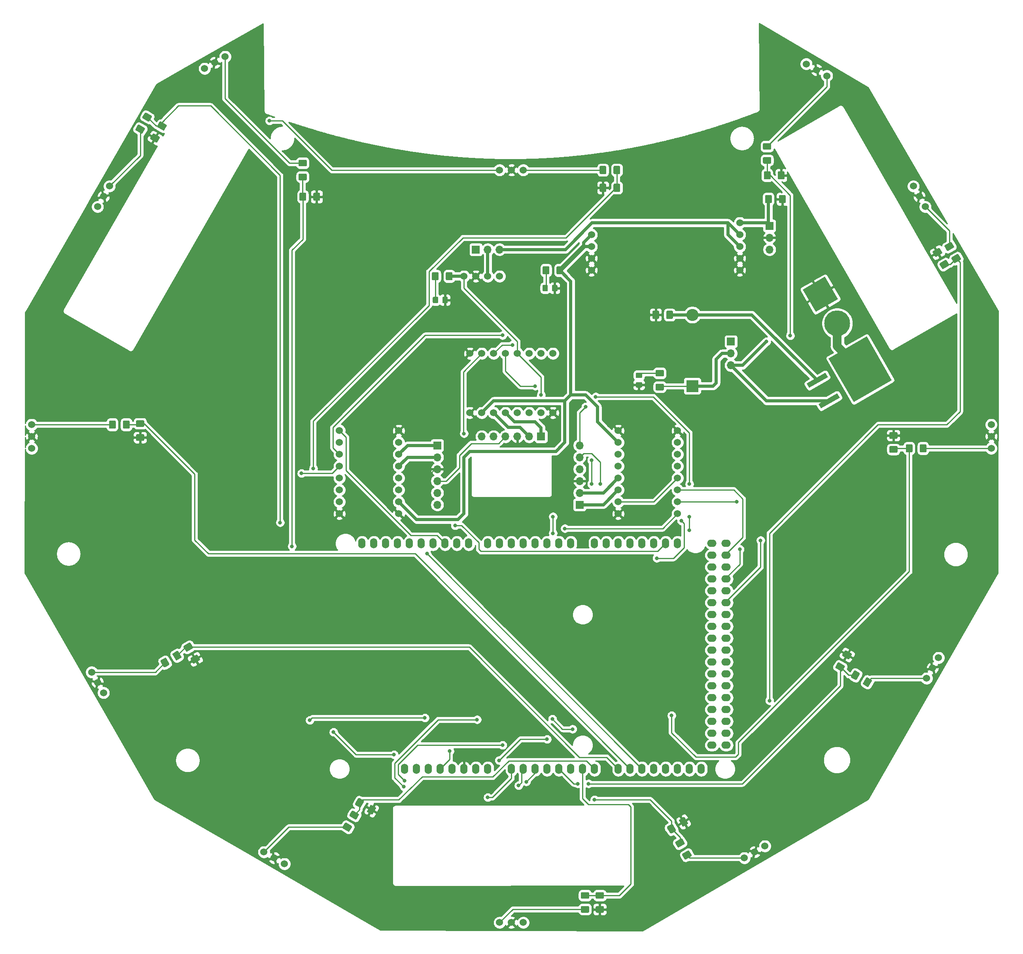
<source format=gtl>
G04 #@! TF.GenerationSoftware,KiCad,Pcbnew,5.1.5+dfsg1-2build2*
G04 #@! TF.CreationDate,2022-01-24T10:52:28+01:00*
G04 #@! TF.ProjectId,Robocup_PCB,526f626f-6375-4705-9f50-43422e6b6963,v1*
G04 #@! TF.SameCoordinates,Original*
G04 #@! TF.FileFunction,Copper,L1,Top*
G04 #@! TF.FilePolarity,Positive*
%FSLAX46Y46*%
G04 Gerber Fmt 4.6, Leading zero omitted, Abs format (unit mm)*
G04 Created by KiCad (PCBNEW 5.1.5+dfsg1-2build2) date 2022-01-24 10:52:28*
%MOMM*%
%LPD*%
G04 APERTURE LIST*
%ADD10C,0.100000*%
%ADD11O,2.600000X2.600000*%
%ADD12R,2.600000X2.600000*%
%ADD13C,1.524000*%
%ADD14O,1.700000X1.700000*%
%ADD15R,1.700000X1.700000*%
%ADD16O,1.524000X2.197100*%
%ADD17O,1.998980X1.536700*%
%ADD18O,1.998980X1.539240*%
%ADD19O,1.524000X2.199640*%
%ADD20C,5.516000*%
%ADD21C,0.800000*%
%ADD22C,0.254000*%
%ADD23C,0.716000*%
%ADD24C,1.860000*%
%ADD25C,1.000000*%
G04 APERTURE END LIST*
G04 #@! TA.AperFunction,SMDPad,CuDef*
D10*
G36*
X183219365Y-207046889D02*
G01*
X183243503Y-207051281D01*
X183267094Y-207058017D01*
X183289911Y-207067034D01*
X183311734Y-207078244D01*
X184394266Y-207703244D01*
X184414885Y-207716538D01*
X184434102Y-207731790D01*
X184451732Y-207748852D01*
X184467604Y-207767560D01*
X184481567Y-207787733D01*
X184493484Y-207809178D01*
X184503242Y-207831687D01*
X184510747Y-207855045D01*
X184515927Y-207879026D01*
X184518731Y-207903399D01*
X184519132Y-207927930D01*
X184517127Y-207952382D01*
X184512735Y-207976519D01*
X184505999Y-208000110D01*
X184496982Y-208022927D01*
X184485772Y-208044750D01*
X184023272Y-208845824D01*
X184009978Y-208866443D01*
X183994726Y-208885660D01*
X183977664Y-208903290D01*
X183958956Y-208919162D01*
X183938783Y-208933125D01*
X183917338Y-208945042D01*
X183894829Y-208954800D01*
X183871471Y-208962305D01*
X183847490Y-208967485D01*
X183823117Y-208970289D01*
X183798586Y-208970690D01*
X183774135Y-208968685D01*
X183749997Y-208964293D01*
X183726406Y-208957557D01*
X183703589Y-208948540D01*
X183681766Y-208937330D01*
X182599234Y-208312330D01*
X182578615Y-208299036D01*
X182559398Y-208283784D01*
X182541768Y-208266722D01*
X182525896Y-208248014D01*
X182511933Y-208227841D01*
X182500016Y-208206396D01*
X182490258Y-208183887D01*
X182482753Y-208160529D01*
X182477573Y-208136548D01*
X182474769Y-208112175D01*
X182474368Y-208087644D01*
X182476373Y-208063192D01*
X182480765Y-208039055D01*
X182487501Y-208015464D01*
X182496518Y-207992647D01*
X182507728Y-207970824D01*
X182970228Y-207169750D01*
X182983522Y-207149131D01*
X182998774Y-207129914D01*
X183015836Y-207112284D01*
X183034544Y-207096412D01*
X183054717Y-207082449D01*
X183076162Y-207070532D01*
X183098671Y-207060774D01*
X183122029Y-207053269D01*
X183146010Y-207048089D01*
X183170383Y-207045285D01*
X183194914Y-207044884D01*
X183219365Y-207046889D01*
G37*
G04 #@! TD.AperFunction*
G04 #@! TA.AperFunction,SMDPad,CuDef*
G36*
X181731865Y-209623315D02*
G01*
X181756003Y-209627707D01*
X181779594Y-209634443D01*
X181802411Y-209643460D01*
X181824234Y-209654670D01*
X182906766Y-210279670D01*
X182927385Y-210292964D01*
X182946602Y-210308216D01*
X182964232Y-210325278D01*
X182980104Y-210343986D01*
X182994067Y-210364159D01*
X183005984Y-210385604D01*
X183015742Y-210408113D01*
X183023247Y-210431471D01*
X183028427Y-210455452D01*
X183031231Y-210479825D01*
X183031632Y-210504356D01*
X183029627Y-210528808D01*
X183025235Y-210552945D01*
X183018499Y-210576536D01*
X183009482Y-210599353D01*
X182998272Y-210621176D01*
X182535772Y-211422250D01*
X182522478Y-211442869D01*
X182507226Y-211462086D01*
X182490164Y-211479716D01*
X182471456Y-211495588D01*
X182451283Y-211509551D01*
X182429838Y-211521468D01*
X182407329Y-211531226D01*
X182383971Y-211538731D01*
X182359990Y-211543911D01*
X182335617Y-211546715D01*
X182311086Y-211547116D01*
X182286635Y-211545111D01*
X182262497Y-211540719D01*
X182238906Y-211533983D01*
X182216089Y-211524966D01*
X182194266Y-211513756D01*
X181111734Y-210888756D01*
X181091115Y-210875462D01*
X181071898Y-210860210D01*
X181054268Y-210843148D01*
X181038396Y-210824440D01*
X181024433Y-210804267D01*
X181012516Y-210782822D01*
X181002758Y-210760313D01*
X180995253Y-210736955D01*
X180990073Y-210712974D01*
X180987269Y-210688601D01*
X180986868Y-210664070D01*
X180988873Y-210639618D01*
X180993265Y-210615481D01*
X181000001Y-210591890D01*
X181009018Y-210569073D01*
X181020228Y-210547250D01*
X181482728Y-209746176D01*
X181496022Y-209725557D01*
X181511274Y-209706340D01*
X181528336Y-209688710D01*
X181547044Y-209672838D01*
X181567217Y-209658875D01*
X181588662Y-209646958D01*
X181611171Y-209637200D01*
X181634529Y-209629695D01*
X181658510Y-209624515D01*
X181682883Y-209621711D01*
X181707414Y-209621310D01*
X181731865Y-209623315D01*
G37*
G04 #@! TD.AperFunction*
G04 #@! TA.AperFunction,SMDPad,CuDef*
G36*
X240226504Y-72913204D02*
G01*
X240250773Y-72916804D01*
X240274571Y-72922765D01*
X240297671Y-72931030D01*
X240319849Y-72941520D01*
X240340893Y-72954133D01*
X240360598Y-72968747D01*
X240378777Y-72985223D01*
X240395253Y-73003402D01*
X240409867Y-73023107D01*
X240422480Y-73044151D01*
X240432970Y-73066329D01*
X240441235Y-73089429D01*
X240447196Y-73113227D01*
X240450796Y-73137496D01*
X240452000Y-73162000D01*
X240452000Y-74412000D01*
X240450796Y-74436504D01*
X240447196Y-74460773D01*
X240441235Y-74484571D01*
X240432970Y-74507671D01*
X240422480Y-74529849D01*
X240409867Y-74550893D01*
X240395253Y-74570598D01*
X240378777Y-74588777D01*
X240360598Y-74605253D01*
X240340893Y-74619867D01*
X240319849Y-74632480D01*
X240297671Y-74642970D01*
X240274571Y-74651235D01*
X240250773Y-74657196D01*
X240226504Y-74660796D01*
X240202000Y-74662000D01*
X239277000Y-74662000D01*
X239252496Y-74660796D01*
X239228227Y-74657196D01*
X239204429Y-74651235D01*
X239181329Y-74642970D01*
X239159151Y-74632480D01*
X239138107Y-74619867D01*
X239118402Y-74605253D01*
X239100223Y-74588777D01*
X239083747Y-74570598D01*
X239069133Y-74550893D01*
X239056520Y-74529849D01*
X239046030Y-74507671D01*
X239037765Y-74484571D01*
X239031804Y-74460773D01*
X239028204Y-74436504D01*
X239027000Y-74412000D01*
X239027000Y-73162000D01*
X239028204Y-73137496D01*
X239031804Y-73113227D01*
X239037765Y-73089429D01*
X239046030Y-73066329D01*
X239056520Y-73044151D01*
X239069133Y-73023107D01*
X239083747Y-73003402D01*
X239100223Y-72985223D01*
X239118402Y-72968747D01*
X239138107Y-72954133D01*
X239159151Y-72941520D01*
X239181329Y-72931030D01*
X239204429Y-72922765D01*
X239228227Y-72916804D01*
X239252496Y-72913204D01*
X239277000Y-72912000D01*
X240202000Y-72912000D01*
X240226504Y-72913204D01*
G37*
G04 #@! TD.AperFunction*
G04 #@! TA.AperFunction,SMDPad,CuDef*
G36*
X237251504Y-72913204D02*
G01*
X237275773Y-72916804D01*
X237299571Y-72922765D01*
X237322671Y-72931030D01*
X237344849Y-72941520D01*
X237365893Y-72954133D01*
X237385598Y-72968747D01*
X237403777Y-72985223D01*
X237420253Y-73003402D01*
X237434867Y-73023107D01*
X237447480Y-73044151D01*
X237457970Y-73066329D01*
X237466235Y-73089429D01*
X237472196Y-73113227D01*
X237475796Y-73137496D01*
X237477000Y-73162000D01*
X237477000Y-74412000D01*
X237475796Y-74436504D01*
X237472196Y-74460773D01*
X237466235Y-74484571D01*
X237457970Y-74507671D01*
X237447480Y-74529849D01*
X237434867Y-74550893D01*
X237420253Y-74570598D01*
X237403777Y-74588777D01*
X237385598Y-74605253D01*
X237365893Y-74619867D01*
X237344849Y-74632480D01*
X237322671Y-74642970D01*
X237299571Y-74651235D01*
X237275773Y-74657196D01*
X237251504Y-74660796D01*
X237227000Y-74662000D01*
X236302000Y-74662000D01*
X236277496Y-74660796D01*
X236253227Y-74657196D01*
X236229429Y-74651235D01*
X236206329Y-74642970D01*
X236184151Y-74632480D01*
X236163107Y-74619867D01*
X236143402Y-74605253D01*
X236125223Y-74588777D01*
X236108747Y-74570598D01*
X236094133Y-74550893D01*
X236081520Y-74529849D01*
X236071030Y-74507671D01*
X236062765Y-74484571D01*
X236056804Y-74460773D01*
X236053204Y-74436504D01*
X236052000Y-74412000D01*
X236052000Y-73162000D01*
X236053204Y-73137496D01*
X236056804Y-73113227D01*
X236062765Y-73089429D01*
X236071030Y-73066329D01*
X236081520Y-73044151D01*
X236094133Y-73023107D01*
X236108747Y-73003402D01*
X236125223Y-72985223D01*
X236143402Y-72968747D01*
X236163107Y-72954133D01*
X236184151Y-72941520D01*
X236206329Y-72931030D01*
X236229429Y-72922765D01*
X236253227Y-72916804D01*
X236277496Y-72913204D01*
X236302000Y-72912000D01*
X237227000Y-72912000D01*
X237251504Y-72913204D01*
G37*
G04 #@! TD.AperFunction*
G04 #@! TA.AperFunction,SMDPad,CuDef*
G36*
X272430504Y-70246204D02*
G01*
X272454773Y-70249804D01*
X272478571Y-70255765D01*
X272501671Y-70264030D01*
X272523849Y-70274520D01*
X272544893Y-70287133D01*
X272564598Y-70301747D01*
X272582777Y-70318223D01*
X272599253Y-70336402D01*
X272613867Y-70356107D01*
X272626480Y-70377151D01*
X272636970Y-70399329D01*
X272645235Y-70422429D01*
X272651196Y-70446227D01*
X272654796Y-70470496D01*
X272656000Y-70495000D01*
X272656000Y-71745000D01*
X272654796Y-71769504D01*
X272651196Y-71793773D01*
X272645235Y-71817571D01*
X272636970Y-71840671D01*
X272626480Y-71862849D01*
X272613867Y-71883893D01*
X272599253Y-71903598D01*
X272582777Y-71921777D01*
X272564598Y-71938253D01*
X272544893Y-71952867D01*
X272523849Y-71965480D01*
X272501671Y-71975970D01*
X272478571Y-71984235D01*
X272454773Y-71990196D01*
X272430504Y-71993796D01*
X272406000Y-71995000D01*
X271481000Y-71995000D01*
X271456496Y-71993796D01*
X271432227Y-71990196D01*
X271408429Y-71984235D01*
X271385329Y-71975970D01*
X271363151Y-71965480D01*
X271342107Y-71952867D01*
X271322402Y-71938253D01*
X271304223Y-71921777D01*
X271287747Y-71903598D01*
X271273133Y-71883893D01*
X271260520Y-71862849D01*
X271250030Y-71840671D01*
X271241765Y-71817571D01*
X271235804Y-71793773D01*
X271232204Y-71769504D01*
X271231000Y-71745000D01*
X271231000Y-70495000D01*
X271232204Y-70470496D01*
X271235804Y-70446227D01*
X271241765Y-70422429D01*
X271250030Y-70399329D01*
X271260520Y-70377151D01*
X271273133Y-70356107D01*
X271287747Y-70336402D01*
X271304223Y-70318223D01*
X271322402Y-70301747D01*
X271342107Y-70287133D01*
X271363151Y-70274520D01*
X271385329Y-70264030D01*
X271408429Y-70255765D01*
X271432227Y-70249804D01*
X271456496Y-70246204D01*
X271481000Y-70245000D01*
X272406000Y-70245000D01*
X272430504Y-70246204D01*
G37*
G04 #@! TD.AperFunction*
G04 #@! TA.AperFunction,SMDPad,CuDef*
G36*
X275405504Y-70246204D02*
G01*
X275429773Y-70249804D01*
X275453571Y-70255765D01*
X275476671Y-70264030D01*
X275498849Y-70274520D01*
X275519893Y-70287133D01*
X275539598Y-70301747D01*
X275557777Y-70318223D01*
X275574253Y-70336402D01*
X275588867Y-70356107D01*
X275601480Y-70377151D01*
X275611970Y-70399329D01*
X275620235Y-70422429D01*
X275626196Y-70446227D01*
X275629796Y-70470496D01*
X275631000Y-70495000D01*
X275631000Y-71745000D01*
X275629796Y-71769504D01*
X275626196Y-71793773D01*
X275620235Y-71817571D01*
X275611970Y-71840671D01*
X275601480Y-71862849D01*
X275588867Y-71883893D01*
X275574253Y-71903598D01*
X275557777Y-71921777D01*
X275539598Y-71938253D01*
X275519893Y-71952867D01*
X275498849Y-71965480D01*
X275476671Y-71975970D01*
X275453571Y-71984235D01*
X275429773Y-71990196D01*
X275405504Y-71993796D01*
X275381000Y-71995000D01*
X274456000Y-71995000D01*
X274431496Y-71993796D01*
X274407227Y-71990196D01*
X274383429Y-71984235D01*
X274360329Y-71975970D01*
X274338151Y-71965480D01*
X274317107Y-71952867D01*
X274297402Y-71938253D01*
X274279223Y-71921777D01*
X274262747Y-71903598D01*
X274248133Y-71883893D01*
X274235520Y-71862849D01*
X274225030Y-71840671D01*
X274216765Y-71817571D01*
X274210804Y-71793773D01*
X274207204Y-71769504D01*
X274206000Y-71745000D01*
X274206000Y-70495000D01*
X274207204Y-70470496D01*
X274210804Y-70446227D01*
X274216765Y-70422429D01*
X274225030Y-70399329D01*
X274235520Y-70377151D01*
X274248133Y-70356107D01*
X274262747Y-70336402D01*
X274279223Y-70318223D01*
X274297402Y-70301747D01*
X274317107Y-70287133D01*
X274338151Y-70274520D01*
X274360329Y-70264030D01*
X274383429Y-70255765D01*
X274407227Y-70249804D01*
X274431496Y-70246204D01*
X274456000Y-70245000D01*
X275381000Y-70245000D01*
X275405504Y-70246204D01*
G37*
G04 #@! TD.AperFunction*
G04 #@! TA.AperFunction,SMDPad,CuDef*
G36*
X310188117Y-89225711D02*
G01*
X310212490Y-89228515D01*
X310236471Y-89233695D01*
X310259829Y-89241200D01*
X310282338Y-89250958D01*
X310303783Y-89262875D01*
X310323956Y-89276838D01*
X310342664Y-89292710D01*
X310359726Y-89310340D01*
X310374978Y-89329557D01*
X310388272Y-89350176D01*
X310850772Y-90151250D01*
X310861982Y-90173073D01*
X310870999Y-90195890D01*
X310877735Y-90219481D01*
X310882127Y-90243619D01*
X310884132Y-90268070D01*
X310883731Y-90292601D01*
X310880927Y-90316974D01*
X310875747Y-90340955D01*
X310868242Y-90364313D01*
X310858484Y-90386822D01*
X310846567Y-90408267D01*
X310832604Y-90428440D01*
X310816732Y-90447148D01*
X310799102Y-90464210D01*
X310779885Y-90479462D01*
X310759266Y-90492756D01*
X309676734Y-91117756D01*
X309654911Y-91128966D01*
X309632094Y-91137983D01*
X309608503Y-91144719D01*
X309584366Y-91149111D01*
X309559914Y-91151116D01*
X309535383Y-91150715D01*
X309511010Y-91147911D01*
X309487029Y-91142731D01*
X309463671Y-91135226D01*
X309441162Y-91125468D01*
X309419717Y-91113551D01*
X309399544Y-91099588D01*
X309380836Y-91083716D01*
X309363774Y-91066086D01*
X309348522Y-91046869D01*
X309335228Y-91026250D01*
X308872728Y-90225176D01*
X308861518Y-90203353D01*
X308852501Y-90180536D01*
X308845765Y-90156945D01*
X308841373Y-90132807D01*
X308839368Y-90108356D01*
X308839769Y-90083825D01*
X308842573Y-90059452D01*
X308847753Y-90035471D01*
X308855258Y-90012113D01*
X308865016Y-89989604D01*
X308876933Y-89968159D01*
X308890896Y-89947986D01*
X308906768Y-89929278D01*
X308924398Y-89912216D01*
X308943615Y-89896964D01*
X308964234Y-89883670D01*
X310046766Y-89258670D01*
X310068589Y-89247460D01*
X310091406Y-89238443D01*
X310114997Y-89231707D01*
X310139134Y-89227315D01*
X310163586Y-89225310D01*
X310188117Y-89225711D01*
G37*
G04 #@! TD.AperFunction*
G04 #@! TA.AperFunction,SMDPad,CuDef*
G36*
X308700617Y-86649285D02*
G01*
X308724990Y-86652089D01*
X308748971Y-86657269D01*
X308772329Y-86664774D01*
X308794838Y-86674532D01*
X308816283Y-86686449D01*
X308836456Y-86700412D01*
X308855164Y-86716284D01*
X308872226Y-86733914D01*
X308887478Y-86753131D01*
X308900772Y-86773750D01*
X309363272Y-87574824D01*
X309374482Y-87596647D01*
X309383499Y-87619464D01*
X309390235Y-87643055D01*
X309394627Y-87667193D01*
X309396632Y-87691644D01*
X309396231Y-87716175D01*
X309393427Y-87740548D01*
X309388247Y-87764529D01*
X309380742Y-87787887D01*
X309370984Y-87810396D01*
X309359067Y-87831841D01*
X309345104Y-87852014D01*
X309329232Y-87870722D01*
X309311602Y-87887784D01*
X309292385Y-87903036D01*
X309271766Y-87916330D01*
X308189234Y-88541330D01*
X308167411Y-88552540D01*
X308144594Y-88561557D01*
X308121003Y-88568293D01*
X308096866Y-88572685D01*
X308072414Y-88574690D01*
X308047883Y-88574289D01*
X308023510Y-88571485D01*
X307999529Y-88566305D01*
X307976171Y-88558800D01*
X307953662Y-88549042D01*
X307932217Y-88537125D01*
X307912044Y-88523162D01*
X307893336Y-88507290D01*
X307876274Y-88489660D01*
X307861022Y-88470443D01*
X307847728Y-88449824D01*
X307385228Y-87648750D01*
X307374018Y-87626927D01*
X307365001Y-87604110D01*
X307358265Y-87580519D01*
X307353873Y-87556381D01*
X307351868Y-87531930D01*
X307352269Y-87507399D01*
X307355073Y-87483026D01*
X307360253Y-87459045D01*
X307367758Y-87435687D01*
X307377516Y-87413178D01*
X307389433Y-87391733D01*
X307403396Y-87371560D01*
X307419268Y-87352852D01*
X307436898Y-87335790D01*
X307456115Y-87320538D01*
X307476734Y-87307244D01*
X308559266Y-86682244D01*
X308581089Y-86671034D01*
X308603906Y-86662017D01*
X308627497Y-86655281D01*
X308651634Y-86650889D01*
X308676086Y-86648884D01*
X308700617Y-86649285D01*
G37*
G04 #@! TD.AperFunction*
G04 #@! TA.AperFunction,SMDPad,CuDef*
G36*
X299607504Y-129046204D02*
G01*
X299631773Y-129049804D01*
X299655571Y-129055765D01*
X299678671Y-129064030D01*
X299700849Y-129074520D01*
X299721893Y-129087133D01*
X299741598Y-129101747D01*
X299759777Y-129118223D01*
X299776253Y-129136402D01*
X299790867Y-129156107D01*
X299803480Y-129177151D01*
X299813970Y-129199329D01*
X299822235Y-129222429D01*
X299828196Y-129246227D01*
X299831796Y-129270496D01*
X299833000Y-129295000D01*
X299833000Y-130220000D01*
X299831796Y-130244504D01*
X299828196Y-130268773D01*
X299822235Y-130292571D01*
X299813970Y-130315671D01*
X299803480Y-130337849D01*
X299790867Y-130358893D01*
X299776253Y-130378598D01*
X299759777Y-130396777D01*
X299741598Y-130413253D01*
X299721893Y-130427867D01*
X299700849Y-130440480D01*
X299678671Y-130450970D01*
X299655571Y-130459235D01*
X299631773Y-130465196D01*
X299607504Y-130468796D01*
X299583000Y-130470000D01*
X298333000Y-130470000D01*
X298308496Y-130468796D01*
X298284227Y-130465196D01*
X298260429Y-130459235D01*
X298237329Y-130450970D01*
X298215151Y-130440480D01*
X298194107Y-130427867D01*
X298174402Y-130413253D01*
X298156223Y-130396777D01*
X298139747Y-130378598D01*
X298125133Y-130358893D01*
X298112520Y-130337849D01*
X298102030Y-130315671D01*
X298093765Y-130292571D01*
X298087804Y-130268773D01*
X298084204Y-130244504D01*
X298083000Y-130220000D01*
X298083000Y-129295000D01*
X298084204Y-129270496D01*
X298087804Y-129246227D01*
X298093765Y-129222429D01*
X298102030Y-129199329D01*
X298112520Y-129177151D01*
X298125133Y-129156107D01*
X298139747Y-129136402D01*
X298156223Y-129118223D01*
X298174402Y-129101747D01*
X298194107Y-129087133D01*
X298215151Y-129074520D01*
X298237329Y-129064030D01*
X298260429Y-129055765D01*
X298284227Y-129049804D01*
X298308496Y-129046204D01*
X298333000Y-129045000D01*
X299583000Y-129045000D01*
X299607504Y-129046204D01*
G37*
G04 #@! TD.AperFunction*
G04 #@! TA.AperFunction,SMDPad,CuDef*
G36*
X299607504Y-126071204D02*
G01*
X299631773Y-126074804D01*
X299655571Y-126080765D01*
X299678671Y-126089030D01*
X299700849Y-126099520D01*
X299721893Y-126112133D01*
X299741598Y-126126747D01*
X299759777Y-126143223D01*
X299776253Y-126161402D01*
X299790867Y-126181107D01*
X299803480Y-126202151D01*
X299813970Y-126224329D01*
X299822235Y-126247429D01*
X299828196Y-126271227D01*
X299831796Y-126295496D01*
X299833000Y-126320000D01*
X299833000Y-127245000D01*
X299831796Y-127269504D01*
X299828196Y-127293773D01*
X299822235Y-127317571D01*
X299813970Y-127340671D01*
X299803480Y-127362849D01*
X299790867Y-127383893D01*
X299776253Y-127403598D01*
X299759777Y-127421777D01*
X299741598Y-127438253D01*
X299721893Y-127452867D01*
X299700849Y-127465480D01*
X299678671Y-127475970D01*
X299655571Y-127484235D01*
X299631773Y-127490196D01*
X299607504Y-127493796D01*
X299583000Y-127495000D01*
X298333000Y-127495000D01*
X298308496Y-127493796D01*
X298284227Y-127490196D01*
X298260429Y-127484235D01*
X298237329Y-127475970D01*
X298215151Y-127465480D01*
X298194107Y-127452867D01*
X298174402Y-127438253D01*
X298156223Y-127421777D01*
X298139747Y-127403598D01*
X298125133Y-127383893D01*
X298112520Y-127362849D01*
X298102030Y-127340671D01*
X298093765Y-127317571D01*
X298087804Y-127293773D01*
X298084204Y-127269504D01*
X298083000Y-127245000D01*
X298083000Y-126320000D01*
X298084204Y-126295496D01*
X298087804Y-126271227D01*
X298093765Y-126247429D01*
X298102030Y-126224329D01*
X298112520Y-126202151D01*
X298125133Y-126181107D01*
X298139747Y-126161402D01*
X298156223Y-126143223D01*
X298174402Y-126126747D01*
X298194107Y-126112133D01*
X298215151Y-126099520D01*
X298237329Y-126089030D01*
X298260429Y-126080765D01*
X298284227Y-126074804D01*
X298308496Y-126071204D01*
X298333000Y-126070000D01*
X299583000Y-126070000D01*
X299607504Y-126071204D01*
G37*
G04 #@! TD.AperFunction*
G04 #@! TA.AperFunction,SMDPad,CuDef*
G36*
X287268865Y-175333315D02*
G01*
X287293003Y-175337707D01*
X287316594Y-175344443D01*
X287339411Y-175353460D01*
X287361234Y-175364670D01*
X288443766Y-175989670D01*
X288464385Y-176002964D01*
X288483602Y-176018216D01*
X288501232Y-176035278D01*
X288517104Y-176053986D01*
X288531067Y-176074159D01*
X288542984Y-176095604D01*
X288552742Y-176118113D01*
X288560247Y-176141471D01*
X288565427Y-176165452D01*
X288568231Y-176189825D01*
X288568632Y-176214356D01*
X288566627Y-176238808D01*
X288562235Y-176262945D01*
X288555499Y-176286536D01*
X288546482Y-176309353D01*
X288535272Y-176331176D01*
X288072772Y-177132250D01*
X288059478Y-177152869D01*
X288044226Y-177172086D01*
X288027164Y-177189716D01*
X288008456Y-177205588D01*
X287988283Y-177219551D01*
X287966838Y-177231468D01*
X287944329Y-177241226D01*
X287920971Y-177248731D01*
X287896990Y-177253911D01*
X287872617Y-177256715D01*
X287848086Y-177257116D01*
X287823635Y-177255111D01*
X287799497Y-177250719D01*
X287775906Y-177243983D01*
X287753089Y-177234966D01*
X287731266Y-177223756D01*
X286648734Y-176598756D01*
X286628115Y-176585462D01*
X286608898Y-176570210D01*
X286591268Y-176553148D01*
X286575396Y-176534440D01*
X286561433Y-176514267D01*
X286549516Y-176492822D01*
X286539758Y-176470313D01*
X286532253Y-176446955D01*
X286527073Y-176422974D01*
X286524269Y-176398601D01*
X286523868Y-176374070D01*
X286525873Y-176349618D01*
X286530265Y-176325481D01*
X286537001Y-176301890D01*
X286546018Y-176279073D01*
X286557228Y-176257250D01*
X287019728Y-175456176D01*
X287033022Y-175435557D01*
X287048274Y-175416340D01*
X287065336Y-175398710D01*
X287084044Y-175382838D01*
X287104217Y-175368875D01*
X287125662Y-175356958D01*
X287148171Y-175347200D01*
X287171529Y-175339695D01*
X287195510Y-175334515D01*
X287219883Y-175331711D01*
X287244414Y-175331310D01*
X287268865Y-175333315D01*
G37*
G04 #@! TD.AperFunction*
G04 #@! TA.AperFunction,SMDPad,CuDef*
G36*
X288756365Y-172756889D02*
G01*
X288780503Y-172761281D01*
X288804094Y-172768017D01*
X288826911Y-172777034D01*
X288848734Y-172788244D01*
X289931266Y-173413244D01*
X289951885Y-173426538D01*
X289971102Y-173441790D01*
X289988732Y-173458852D01*
X290004604Y-173477560D01*
X290018567Y-173497733D01*
X290030484Y-173519178D01*
X290040242Y-173541687D01*
X290047747Y-173565045D01*
X290052927Y-173589026D01*
X290055731Y-173613399D01*
X290056132Y-173637930D01*
X290054127Y-173662382D01*
X290049735Y-173686519D01*
X290042999Y-173710110D01*
X290033982Y-173732927D01*
X290022772Y-173754750D01*
X289560272Y-174555824D01*
X289546978Y-174576443D01*
X289531726Y-174595660D01*
X289514664Y-174613290D01*
X289495956Y-174629162D01*
X289475783Y-174643125D01*
X289454338Y-174655042D01*
X289431829Y-174664800D01*
X289408471Y-174672305D01*
X289384490Y-174677485D01*
X289360117Y-174680289D01*
X289335586Y-174680690D01*
X289311135Y-174678685D01*
X289286997Y-174674293D01*
X289263406Y-174667557D01*
X289240589Y-174658540D01*
X289218766Y-174647330D01*
X288136234Y-174022330D01*
X288115615Y-174009036D01*
X288096398Y-173993784D01*
X288078768Y-173976722D01*
X288062896Y-173958014D01*
X288048933Y-173937841D01*
X288037016Y-173916396D01*
X288027258Y-173893887D01*
X288019753Y-173870529D01*
X288014573Y-173846548D01*
X288011769Y-173822175D01*
X288011368Y-173797644D01*
X288013373Y-173773192D01*
X288017765Y-173749055D01*
X288024501Y-173725464D01*
X288033518Y-173702647D01*
X288044728Y-173680824D01*
X288507228Y-172879750D01*
X288520522Y-172859131D01*
X288535774Y-172839914D01*
X288552836Y-172822284D01*
X288571544Y-172806412D01*
X288591717Y-172792449D01*
X288613162Y-172780532D01*
X288635671Y-172770774D01*
X288659029Y-172763269D01*
X288683010Y-172758089D01*
X288707383Y-172755285D01*
X288731914Y-172754884D01*
X288756365Y-172756889D01*
G37*
G04 #@! TD.AperFunction*
G04 #@! TA.AperFunction,SMDPad,CuDef*
G36*
X251546175Y-209906769D02*
G01*
X251570548Y-209909573D01*
X251594529Y-209914753D01*
X251617887Y-209922258D01*
X251640396Y-209932016D01*
X251661841Y-209943933D01*
X251682014Y-209957896D01*
X251700722Y-209973768D01*
X251717784Y-209991398D01*
X251733036Y-210010615D01*
X251746330Y-210031234D01*
X252371330Y-211113766D01*
X252382540Y-211135589D01*
X252391557Y-211158406D01*
X252398293Y-211181997D01*
X252402685Y-211206134D01*
X252404690Y-211230586D01*
X252404289Y-211255117D01*
X252401485Y-211279490D01*
X252396305Y-211303471D01*
X252388800Y-211326829D01*
X252379042Y-211349338D01*
X252367125Y-211370783D01*
X252353162Y-211390956D01*
X252337290Y-211409664D01*
X252319660Y-211426726D01*
X252300443Y-211441978D01*
X252279824Y-211455272D01*
X251478750Y-211917772D01*
X251456927Y-211928982D01*
X251434110Y-211937999D01*
X251410519Y-211944735D01*
X251386381Y-211949127D01*
X251361930Y-211951132D01*
X251337399Y-211950731D01*
X251313026Y-211947927D01*
X251289045Y-211942747D01*
X251265687Y-211935242D01*
X251243178Y-211925484D01*
X251221733Y-211913567D01*
X251201560Y-211899604D01*
X251182852Y-211883732D01*
X251165790Y-211866102D01*
X251150538Y-211846885D01*
X251137244Y-211826266D01*
X250512244Y-210743734D01*
X250501034Y-210721911D01*
X250492017Y-210699094D01*
X250485281Y-210675503D01*
X250480889Y-210651366D01*
X250478884Y-210626914D01*
X250479285Y-210602383D01*
X250482089Y-210578010D01*
X250487269Y-210554029D01*
X250494774Y-210530671D01*
X250504532Y-210508162D01*
X250516449Y-210486717D01*
X250530412Y-210466544D01*
X250546284Y-210447836D01*
X250563914Y-210430774D01*
X250583131Y-210415522D01*
X250603750Y-210402228D01*
X251404824Y-209939728D01*
X251426647Y-209928518D01*
X251449464Y-209919501D01*
X251473055Y-209912765D01*
X251497193Y-209908373D01*
X251521644Y-209906368D01*
X251546175Y-209906769D01*
G37*
G04 #@! TD.AperFunction*
G04 #@! TA.AperFunction,SMDPad,CuDef*
G36*
X254122601Y-208419269D02*
G01*
X254146974Y-208422073D01*
X254170955Y-208427253D01*
X254194313Y-208434758D01*
X254216822Y-208444516D01*
X254238267Y-208456433D01*
X254258440Y-208470396D01*
X254277148Y-208486268D01*
X254294210Y-208503898D01*
X254309462Y-208523115D01*
X254322756Y-208543734D01*
X254947756Y-209626266D01*
X254958966Y-209648089D01*
X254967983Y-209670906D01*
X254974719Y-209694497D01*
X254979111Y-209718634D01*
X254981116Y-209743086D01*
X254980715Y-209767617D01*
X254977911Y-209791990D01*
X254972731Y-209815971D01*
X254965226Y-209839329D01*
X254955468Y-209861838D01*
X254943551Y-209883283D01*
X254929588Y-209903456D01*
X254913716Y-209922164D01*
X254896086Y-209939226D01*
X254876869Y-209954478D01*
X254856250Y-209967772D01*
X254055176Y-210430272D01*
X254033353Y-210441482D01*
X254010536Y-210450499D01*
X253986945Y-210457235D01*
X253962807Y-210461627D01*
X253938356Y-210463632D01*
X253913825Y-210463231D01*
X253889452Y-210460427D01*
X253865471Y-210455247D01*
X253842113Y-210447742D01*
X253819604Y-210437984D01*
X253798159Y-210426067D01*
X253777986Y-210412104D01*
X253759278Y-210396232D01*
X253742216Y-210378602D01*
X253726964Y-210359385D01*
X253713670Y-210338766D01*
X253088670Y-209256234D01*
X253077460Y-209234411D01*
X253068443Y-209211594D01*
X253061707Y-209188003D01*
X253057315Y-209163866D01*
X253055310Y-209139414D01*
X253055711Y-209114883D01*
X253058515Y-209090510D01*
X253063695Y-209066529D01*
X253071200Y-209043171D01*
X253080958Y-209020662D01*
X253092875Y-208999217D01*
X253106838Y-208979044D01*
X253122710Y-208960336D01*
X253140340Y-208943274D01*
X253159557Y-208928022D01*
X253180176Y-208914728D01*
X253981250Y-208452228D01*
X254003073Y-208441018D01*
X254025890Y-208432001D01*
X254049481Y-208425265D01*
X254073619Y-208420873D01*
X254098070Y-208418868D01*
X254122601Y-208419269D01*
G37*
G04 #@! TD.AperFunction*
G04 #@! TA.AperFunction,SMDPad,CuDef*
G36*
X236742504Y-224496204D02*
G01*
X236766773Y-224499804D01*
X236790571Y-224505765D01*
X236813671Y-224514030D01*
X236835849Y-224524520D01*
X236856893Y-224537133D01*
X236876598Y-224551747D01*
X236894777Y-224568223D01*
X236911253Y-224586402D01*
X236925867Y-224606107D01*
X236938480Y-224627151D01*
X236948970Y-224649329D01*
X236957235Y-224672429D01*
X236963196Y-224696227D01*
X236966796Y-224720496D01*
X236968000Y-224745000D01*
X236968000Y-225670000D01*
X236966796Y-225694504D01*
X236963196Y-225718773D01*
X236957235Y-225742571D01*
X236948970Y-225765671D01*
X236938480Y-225787849D01*
X236925867Y-225808893D01*
X236911253Y-225828598D01*
X236894777Y-225846777D01*
X236876598Y-225863253D01*
X236856893Y-225877867D01*
X236835849Y-225890480D01*
X236813671Y-225900970D01*
X236790571Y-225909235D01*
X236766773Y-225915196D01*
X236742504Y-225918796D01*
X236718000Y-225920000D01*
X235468000Y-225920000D01*
X235443496Y-225918796D01*
X235419227Y-225915196D01*
X235395429Y-225909235D01*
X235372329Y-225900970D01*
X235350151Y-225890480D01*
X235329107Y-225877867D01*
X235309402Y-225863253D01*
X235291223Y-225846777D01*
X235274747Y-225828598D01*
X235260133Y-225808893D01*
X235247520Y-225787849D01*
X235237030Y-225765671D01*
X235228765Y-225742571D01*
X235222804Y-225718773D01*
X235219204Y-225694504D01*
X235218000Y-225670000D01*
X235218000Y-224745000D01*
X235219204Y-224720496D01*
X235222804Y-224696227D01*
X235228765Y-224672429D01*
X235237030Y-224649329D01*
X235247520Y-224627151D01*
X235260133Y-224606107D01*
X235274747Y-224586402D01*
X235291223Y-224568223D01*
X235309402Y-224551747D01*
X235329107Y-224537133D01*
X235350151Y-224524520D01*
X235372329Y-224514030D01*
X235395429Y-224505765D01*
X235419227Y-224499804D01*
X235443496Y-224496204D01*
X235468000Y-224495000D01*
X236718000Y-224495000D01*
X236742504Y-224496204D01*
G37*
G04 #@! TD.AperFunction*
G04 #@! TA.AperFunction,SMDPad,CuDef*
G36*
X236742504Y-227471204D02*
G01*
X236766773Y-227474804D01*
X236790571Y-227480765D01*
X236813671Y-227489030D01*
X236835849Y-227499520D01*
X236856893Y-227512133D01*
X236876598Y-227526747D01*
X236894777Y-227543223D01*
X236911253Y-227561402D01*
X236925867Y-227581107D01*
X236938480Y-227602151D01*
X236948970Y-227624329D01*
X236957235Y-227647429D01*
X236963196Y-227671227D01*
X236966796Y-227695496D01*
X236968000Y-227720000D01*
X236968000Y-228645000D01*
X236966796Y-228669504D01*
X236963196Y-228693773D01*
X236957235Y-228717571D01*
X236948970Y-228740671D01*
X236938480Y-228762849D01*
X236925867Y-228783893D01*
X236911253Y-228803598D01*
X236894777Y-228821777D01*
X236876598Y-228838253D01*
X236856893Y-228852867D01*
X236835849Y-228865480D01*
X236813671Y-228875970D01*
X236790571Y-228884235D01*
X236766773Y-228890196D01*
X236742504Y-228893796D01*
X236718000Y-228895000D01*
X235468000Y-228895000D01*
X235443496Y-228893796D01*
X235419227Y-228890196D01*
X235395429Y-228884235D01*
X235372329Y-228875970D01*
X235350151Y-228865480D01*
X235329107Y-228852867D01*
X235309402Y-228838253D01*
X235291223Y-228821777D01*
X235274747Y-228803598D01*
X235260133Y-228783893D01*
X235247520Y-228762849D01*
X235237030Y-228740671D01*
X235228765Y-228717571D01*
X235222804Y-228693773D01*
X235219204Y-228669504D01*
X235218000Y-228645000D01*
X235218000Y-227720000D01*
X235219204Y-227695496D01*
X235222804Y-227671227D01*
X235228765Y-227647429D01*
X235237030Y-227624329D01*
X235247520Y-227602151D01*
X235260133Y-227581107D01*
X235274747Y-227561402D01*
X235291223Y-227543223D01*
X235309402Y-227526747D01*
X235329107Y-227512133D01*
X235350151Y-227499520D01*
X235372329Y-227489030D01*
X235395429Y-227480765D01*
X235419227Y-227474804D01*
X235443496Y-227471204D01*
X235468000Y-227470000D01*
X236718000Y-227470000D01*
X236742504Y-227471204D01*
G37*
G04 #@! TD.AperFunction*
G04 #@! TA.AperFunction,SMDPad,CuDef*
G36*
X184584382Y-204356873D02*
G01*
X184608519Y-204361265D01*
X184632110Y-204368001D01*
X184654927Y-204377018D01*
X184676750Y-204388228D01*
X185477824Y-204850728D01*
X185498443Y-204864022D01*
X185517660Y-204879274D01*
X185535290Y-204896336D01*
X185551162Y-204915044D01*
X185565125Y-204935217D01*
X185577042Y-204956662D01*
X185586800Y-204979171D01*
X185594305Y-205002529D01*
X185599485Y-205026510D01*
X185602289Y-205050883D01*
X185602690Y-205075414D01*
X185600685Y-205099865D01*
X185596293Y-205124003D01*
X185589557Y-205147594D01*
X185580540Y-205170411D01*
X185569330Y-205192234D01*
X184944330Y-206274766D01*
X184931036Y-206295385D01*
X184915784Y-206314602D01*
X184898722Y-206332232D01*
X184880014Y-206348104D01*
X184859841Y-206362067D01*
X184838396Y-206373984D01*
X184815887Y-206383742D01*
X184792529Y-206391247D01*
X184768548Y-206396427D01*
X184744175Y-206399231D01*
X184719644Y-206399632D01*
X184695192Y-206397627D01*
X184671055Y-206393235D01*
X184647464Y-206386499D01*
X184624647Y-206377482D01*
X184602824Y-206366272D01*
X183801750Y-205903772D01*
X183781131Y-205890478D01*
X183761914Y-205875226D01*
X183744284Y-205858164D01*
X183728412Y-205839456D01*
X183714449Y-205819283D01*
X183702532Y-205797838D01*
X183692774Y-205775329D01*
X183685269Y-205751971D01*
X183680089Y-205727990D01*
X183677285Y-205703617D01*
X183676884Y-205679086D01*
X183678889Y-205654635D01*
X183683281Y-205630497D01*
X183690017Y-205606906D01*
X183699034Y-205584089D01*
X183710244Y-205562266D01*
X184335244Y-204479734D01*
X184348538Y-204459115D01*
X184363790Y-204439898D01*
X184380852Y-204422268D01*
X184399560Y-204406396D01*
X184419733Y-204392433D01*
X184441178Y-204380516D01*
X184463687Y-204370758D01*
X184487045Y-204363253D01*
X184511026Y-204358073D01*
X184535399Y-204355269D01*
X184559930Y-204354868D01*
X184584382Y-204356873D01*
G37*
G04 #@! TD.AperFunction*
G04 #@! TA.AperFunction,SMDPad,CuDef*
G36*
X187160808Y-205844373D02*
G01*
X187184945Y-205848765D01*
X187208536Y-205855501D01*
X187231353Y-205864518D01*
X187253176Y-205875728D01*
X188054250Y-206338228D01*
X188074869Y-206351522D01*
X188094086Y-206366774D01*
X188111716Y-206383836D01*
X188127588Y-206402544D01*
X188141551Y-206422717D01*
X188153468Y-206444162D01*
X188163226Y-206466671D01*
X188170731Y-206490029D01*
X188175911Y-206514010D01*
X188178715Y-206538383D01*
X188179116Y-206562914D01*
X188177111Y-206587365D01*
X188172719Y-206611503D01*
X188165983Y-206635094D01*
X188156966Y-206657911D01*
X188145756Y-206679734D01*
X187520756Y-207762266D01*
X187507462Y-207782885D01*
X187492210Y-207802102D01*
X187475148Y-207819732D01*
X187456440Y-207835604D01*
X187436267Y-207849567D01*
X187414822Y-207861484D01*
X187392313Y-207871242D01*
X187368955Y-207878747D01*
X187344974Y-207883927D01*
X187320601Y-207886731D01*
X187296070Y-207887132D01*
X187271618Y-207885127D01*
X187247481Y-207880735D01*
X187223890Y-207873999D01*
X187201073Y-207864982D01*
X187179250Y-207853772D01*
X186378176Y-207391272D01*
X186357557Y-207377978D01*
X186338340Y-207362726D01*
X186320710Y-207345664D01*
X186304838Y-207326956D01*
X186290875Y-207306783D01*
X186278958Y-207285338D01*
X186269200Y-207262829D01*
X186261695Y-207239471D01*
X186256515Y-207215490D01*
X186253711Y-207191117D01*
X186253310Y-207166586D01*
X186255315Y-207142135D01*
X186259707Y-207117997D01*
X186266443Y-207094406D01*
X186275460Y-207071589D01*
X186286670Y-207049766D01*
X186911670Y-205967234D01*
X186924964Y-205946615D01*
X186940216Y-205927398D01*
X186957278Y-205909768D01*
X186975986Y-205893896D01*
X186996159Y-205879933D01*
X187017604Y-205868016D01*
X187040113Y-205858258D01*
X187063471Y-205850753D01*
X187087452Y-205845573D01*
X187111825Y-205842769D01*
X187136356Y-205842368D01*
X187160808Y-205844373D01*
G37*
G04 #@! TD.AperFunction*
G04 #@! TA.AperFunction,SMDPad,CuDef*
G36*
X148299617Y-171104285D02*
G01*
X148323990Y-171107089D01*
X148347971Y-171112269D01*
X148371329Y-171119774D01*
X148393838Y-171129532D01*
X148415283Y-171141449D01*
X148435456Y-171155412D01*
X148454164Y-171171284D01*
X148471226Y-171188914D01*
X148486478Y-171208131D01*
X148499772Y-171228750D01*
X148962272Y-172029824D01*
X148973482Y-172051647D01*
X148982499Y-172074464D01*
X148989235Y-172098055D01*
X148993627Y-172122193D01*
X148995632Y-172146644D01*
X148995231Y-172171175D01*
X148992427Y-172195548D01*
X148987247Y-172219529D01*
X148979742Y-172242887D01*
X148969984Y-172265396D01*
X148958067Y-172286841D01*
X148944104Y-172307014D01*
X148928232Y-172325722D01*
X148910602Y-172342784D01*
X148891385Y-172358036D01*
X148870766Y-172371330D01*
X147788234Y-172996330D01*
X147766411Y-173007540D01*
X147743594Y-173016557D01*
X147720003Y-173023293D01*
X147695866Y-173027685D01*
X147671414Y-173029690D01*
X147646883Y-173029289D01*
X147622510Y-173026485D01*
X147598529Y-173021305D01*
X147575171Y-173013800D01*
X147552662Y-173004042D01*
X147531217Y-172992125D01*
X147511044Y-172978162D01*
X147492336Y-172962290D01*
X147475274Y-172944660D01*
X147460022Y-172925443D01*
X147446728Y-172904824D01*
X146984228Y-172103750D01*
X146973018Y-172081927D01*
X146964001Y-172059110D01*
X146957265Y-172035519D01*
X146952873Y-172011381D01*
X146950868Y-171986930D01*
X146951269Y-171962399D01*
X146954073Y-171938026D01*
X146959253Y-171914045D01*
X146966758Y-171890687D01*
X146976516Y-171868178D01*
X146988433Y-171846733D01*
X147002396Y-171826560D01*
X147018268Y-171807852D01*
X147035898Y-171790790D01*
X147055115Y-171775538D01*
X147075734Y-171762244D01*
X148158266Y-171137244D01*
X148180089Y-171126034D01*
X148202906Y-171117017D01*
X148226497Y-171110281D01*
X148250634Y-171105889D01*
X148275086Y-171103884D01*
X148299617Y-171104285D01*
G37*
G04 #@! TD.AperFunction*
G04 #@! TA.AperFunction,SMDPad,CuDef*
G36*
X149787117Y-173680711D02*
G01*
X149811490Y-173683515D01*
X149835471Y-173688695D01*
X149858829Y-173696200D01*
X149881338Y-173705958D01*
X149902783Y-173717875D01*
X149922956Y-173731838D01*
X149941664Y-173747710D01*
X149958726Y-173765340D01*
X149973978Y-173784557D01*
X149987272Y-173805176D01*
X150449772Y-174606250D01*
X150460982Y-174628073D01*
X150469999Y-174650890D01*
X150476735Y-174674481D01*
X150481127Y-174698619D01*
X150483132Y-174723070D01*
X150482731Y-174747601D01*
X150479927Y-174771974D01*
X150474747Y-174795955D01*
X150467242Y-174819313D01*
X150457484Y-174841822D01*
X150445567Y-174863267D01*
X150431604Y-174883440D01*
X150415732Y-174902148D01*
X150398102Y-174919210D01*
X150378885Y-174934462D01*
X150358266Y-174947756D01*
X149275734Y-175572756D01*
X149253911Y-175583966D01*
X149231094Y-175592983D01*
X149207503Y-175599719D01*
X149183366Y-175604111D01*
X149158914Y-175606116D01*
X149134383Y-175605715D01*
X149110010Y-175602911D01*
X149086029Y-175597731D01*
X149062671Y-175590226D01*
X149040162Y-175580468D01*
X149018717Y-175568551D01*
X148998544Y-175554588D01*
X148979836Y-175538716D01*
X148962774Y-175521086D01*
X148947522Y-175501869D01*
X148934228Y-175481250D01*
X148471728Y-174680176D01*
X148460518Y-174658353D01*
X148451501Y-174635536D01*
X148444765Y-174611945D01*
X148440373Y-174587807D01*
X148438368Y-174563356D01*
X148438769Y-174538825D01*
X148441573Y-174514452D01*
X148446753Y-174490471D01*
X148454258Y-174467113D01*
X148464016Y-174444604D01*
X148475933Y-174423159D01*
X148489896Y-174402986D01*
X148505768Y-174384278D01*
X148523398Y-174367216D01*
X148542615Y-174351964D01*
X148563234Y-174338670D01*
X149645766Y-173713670D01*
X149667589Y-173702460D01*
X149690406Y-173693443D01*
X149713997Y-173686707D01*
X149738134Y-173682315D01*
X149762586Y-173680310D01*
X149787117Y-173680711D01*
G37*
G04 #@! TD.AperFunction*
G04 #@! TA.AperFunction,SMDPad,CuDef*
G36*
X138317504Y-123531204D02*
G01*
X138341773Y-123534804D01*
X138365571Y-123540765D01*
X138388671Y-123549030D01*
X138410849Y-123559520D01*
X138431893Y-123572133D01*
X138451598Y-123586747D01*
X138469777Y-123603223D01*
X138486253Y-123621402D01*
X138500867Y-123641107D01*
X138513480Y-123662151D01*
X138523970Y-123684329D01*
X138532235Y-123707429D01*
X138538196Y-123731227D01*
X138541796Y-123755496D01*
X138543000Y-123780000D01*
X138543000Y-124705000D01*
X138541796Y-124729504D01*
X138538196Y-124753773D01*
X138532235Y-124777571D01*
X138523970Y-124800671D01*
X138513480Y-124822849D01*
X138500867Y-124843893D01*
X138486253Y-124863598D01*
X138469777Y-124881777D01*
X138451598Y-124898253D01*
X138431893Y-124912867D01*
X138410849Y-124925480D01*
X138388671Y-124935970D01*
X138365571Y-124944235D01*
X138341773Y-124950196D01*
X138317504Y-124953796D01*
X138293000Y-124955000D01*
X137043000Y-124955000D01*
X137018496Y-124953796D01*
X136994227Y-124950196D01*
X136970429Y-124944235D01*
X136947329Y-124935970D01*
X136925151Y-124925480D01*
X136904107Y-124912867D01*
X136884402Y-124898253D01*
X136866223Y-124881777D01*
X136849747Y-124863598D01*
X136835133Y-124843893D01*
X136822520Y-124822849D01*
X136812030Y-124800671D01*
X136803765Y-124777571D01*
X136797804Y-124753773D01*
X136794204Y-124729504D01*
X136793000Y-124705000D01*
X136793000Y-123780000D01*
X136794204Y-123755496D01*
X136797804Y-123731227D01*
X136803765Y-123707429D01*
X136812030Y-123684329D01*
X136822520Y-123662151D01*
X136835133Y-123641107D01*
X136849747Y-123621402D01*
X136866223Y-123603223D01*
X136884402Y-123586747D01*
X136904107Y-123572133D01*
X136925151Y-123559520D01*
X136947329Y-123549030D01*
X136970429Y-123540765D01*
X136994227Y-123534804D01*
X137018496Y-123531204D01*
X137043000Y-123530000D01*
X138293000Y-123530000D01*
X138317504Y-123531204D01*
G37*
G04 #@! TD.AperFunction*
G04 #@! TA.AperFunction,SMDPad,CuDef*
G36*
X138317504Y-126506204D02*
G01*
X138341773Y-126509804D01*
X138365571Y-126515765D01*
X138388671Y-126524030D01*
X138410849Y-126534520D01*
X138431893Y-126547133D01*
X138451598Y-126561747D01*
X138469777Y-126578223D01*
X138486253Y-126596402D01*
X138500867Y-126616107D01*
X138513480Y-126637151D01*
X138523970Y-126659329D01*
X138532235Y-126682429D01*
X138538196Y-126706227D01*
X138541796Y-126730496D01*
X138543000Y-126755000D01*
X138543000Y-127680000D01*
X138541796Y-127704504D01*
X138538196Y-127728773D01*
X138532235Y-127752571D01*
X138523970Y-127775671D01*
X138513480Y-127797849D01*
X138500867Y-127818893D01*
X138486253Y-127838598D01*
X138469777Y-127856777D01*
X138451598Y-127873253D01*
X138431893Y-127887867D01*
X138410849Y-127900480D01*
X138388671Y-127910970D01*
X138365571Y-127919235D01*
X138341773Y-127925196D01*
X138317504Y-127928796D01*
X138293000Y-127930000D01*
X137043000Y-127930000D01*
X137018496Y-127928796D01*
X136994227Y-127925196D01*
X136970429Y-127919235D01*
X136947329Y-127910970D01*
X136925151Y-127900480D01*
X136904107Y-127887867D01*
X136884402Y-127873253D01*
X136866223Y-127856777D01*
X136849747Y-127838598D01*
X136835133Y-127818893D01*
X136822520Y-127797849D01*
X136812030Y-127775671D01*
X136803765Y-127752571D01*
X136797804Y-127728773D01*
X136794204Y-127704504D01*
X136793000Y-127680000D01*
X136793000Y-126755000D01*
X136794204Y-126730496D01*
X136797804Y-126706227D01*
X136803765Y-126682429D01*
X136812030Y-126659329D01*
X136822520Y-126637151D01*
X136835133Y-126616107D01*
X136849747Y-126596402D01*
X136866223Y-126578223D01*
X136884402Y-126561747D01*
X136904107Y-126547133D01*
X136925151Y-126534520D01*
X136947329Y-126524030D01*
X136970429Y-126515765D01*
X136994227Y-126509804D01*
X137018496Y-126506204D01*
X137043000Y-126505000D01*
X138293000Y-126505000D01*
X138317504Y-126506204D01*
G37*
G04 #@! TD.AperFunction*
G04 #@! TA.AperFunction,SMDPad,CuDef*
G36*
X142071365Y-59599889D02*
G01*
X142095503Y-59604281D01*
X142119094Y-59611017D01*
X142141911Y-59620034D01*
X142163734Y-59631244D01*
X143246266Y-60256244D01*
X143266885Y-60269538D01*
X143286102Y-60284790D01*
X143303732Y-60301852D01*
X143319604Y-60320560D01*
X143333567Y-60340733D01*
X143345484Y-60362178D01*
X143355242Y-60384687D01*
X143362747Y-60408045D01*
X143367927Y-60432026D01*
X143370731Y-60456399D01*
X143371132Y-60480930D01*
X143369127Y-60505382D01*
X143364735Y-60529519D01*
X143357999Y-60553110D01*
X143348982Y-60575927D01*
X143337772Y-60597750D01*
X142875272Y-61398824D01*
X142861978Y-61419443D01*
X142846726Y-61438660D01*
X142829664Y-61456290D01*
X142810956Y-61472162D01*
X142790783Y-61486125D01*
X142769338Y-61498042D01*
X142746829Y-61507800D01*
X142723471Y-61515305D01*
X142699490Y-61520485D01*
X142675117Y-61523289D01*
X142650586Y-61523690D01*
X142626135Y-61521685D01*
X142601997Y-61517293D01*
X142578406Y-61510557D01*
X142555589Y-61501540D01*
X142533766Y-61490330D01*
X141451234Y-60865330D01*
X141430615Y-60852036D01*
X141411398Y-60836784D01*
X141393768Y-60819722D01*
X141377896Y-60801014D01*
X141363933Y-60780841D01*
X141352016Y-60759396D01*
X141342258Y-60736887D01*
X141334753Y-60713529D01*
X141329573Y-60689548D01*
X141326769Y-60665175D01*
X141326368Y-60640644D01*
X141328373Y-60616192D01*
X141332765Y-60592055D01*
X141339501Y-60568464D01*
X141348518Y-60545647D01*
X141359728Y-60523824D01*
X141822228Y-59722750D01*
X141835522Y-59702131D01*
X141850774Y-59682914D01*
X141867836Y-59665284D01*
X141886544Y-59649412D01*
X141906717Y-59635449D01*
X141928162Y-59623532D01*
X141950671Y-59613774D01*
X141974029Y-59606269D01*
X141998010Y-59601089D01*
X142022383Y-59598285D01*
X142046914Y-59597884D01*
X142071365Y-59599889D01*
G37*
G04 #@! TD.AperFunction*
G04 #@! TA.AperFunction,SMDPad,CuDef*
G36*
X140583865Y-62176315D02*
G01*
X140608003Y-62180707D01*
X140631594Y-62187443D01*
X140654411Y-62196460D01*
X140676234Y-62207670D01*
X141758766Y-62832670D01*
X141779385Y-62845964D01*
X141798602Y-62861216D01*
X141816232Y-62878278D01*
X141832104Y-62896986D01*
X141846067Y-62917159D01*
X141857984Y-62938604D01*
X141867742Y-62961113D01*
X141875247Y-62984471D01*
X141880427Y-63008452D01*
X141883231Y-63032825D01*
X141883632Y-63057356D01*
X141881627Y-63081808D01*
X141877235Y-63105945D01*
X141870499Y-63129536D01*
X141861482Y-63152353D01*
X141850272Y-63174176D01*
X141387772Y-63975250D01*
X141374478Y-63995869D01*
X141359226Y-64015086D01*
X141342164Y-64032716D01*
X141323456Y-64048588D01*
X141303283Y-64062551D01*
X141281838Y-64074468D01*
X141259329Y-64084226D01*
X141235971Y-64091731D01*
X141211990Y-64096911D01*
X141187617Y-64099715D01*
X141163086Y-64100116D01*
X141138635Y-64098111D01*
X141114497Y-64093719D01*
X141090906Y-64086983D01*
X141068089Y-64077966D01*
X141046266Y-64066756D01*
X139963734Y-63441756D01*
X139943115Y-63428462D01*
X139923898Y-63413210D01*
X139906268Y-63396148D01*
X139890396Y-63377440D01*
X139876433Y-63357267D01*
X139864516Y-63335822D01*
X139854758Y-63313313D01*
X139847253Y-63289955D01*
X139842073Y-63265974D01*
X139839269Y-63241601D01*
X139838868Y-63217070D01*
X139840873Y-63192618D01*
X139845265Y-63168481D01*
X139852001Y-63144890D01*
X139861018Y-63122073D01*
X139872228Y-63100250D01*
X140334728Y-62299176D01*
X140348022Y-62278557D01*
X140363274Y-62259340D01*
X140380336Y-62241710D01*
X140399044Y-62225838D01*
X140419217Y-62211875D01*
X140440662Y-62199958D01*
X140463171Y-62190200D01*
X140486529Y-62182695D01*
X140510510Y-62177515D01*
X140534883Y-62174711D01*
X140559414Y-62174310D01*
X140583865Y-62176315D01*
G37*
G04 #@! TD.AperFunction*
G04 #@! TA.AperFunction,SMDPad,CuDef*
G36*
X172989504Y-74818204D02*
G01*
X173013773Y-74821804D01*
X173037571Y-74827765D01*
X173060671Y-74836030D01*
X173082849Y-74846520D01*
X173103893Y-74859133D01*
X173123598Y-74873747D01*
X173141777Y-74890223D01*
X173158253Y-74908402D01*
X173172867Y-74928107D01*
X173185480Y-74949151D01*
X173195970Y-74971329D01*
X173204235Y-74994429D01*
X173210196Y-75018227D01*
X173213796Y-75042496D01*
X173215000Y-75067000D01*
X173215000Y-76317000D01*
X173213796Y-76341504D01*
X173210196Y-76365773D01*
X173204235Y-76389571D01*
X173195970Y-76412671D01*
X173185480Y-76434849D01*
X173172867Y-76455893D01*
X173158253Y-76475598D01*
X173141777Y-76493777D01*
X173123598Y-76510253D01*
X173103893Y-76524867D01*
X173082849Y-76537480D01*
X173060671Y-76547970D01*
X173037571Y-76556235D01*
X173013773Y-76562196D01*
X172989504Y-76565796D01*
X172965000Y-76567000D01*
X172040000Y-76567000D01*
X172015496Y-76565796D01*
X171991227Y-76562196D01*
X171967429Y-76556235D01*
X171944329Y-76547970D01*
X171922151Y-76537480D01*
X171901107Y-76524867D01*
X171881402Y-76510253D01*
X171863223Y-76493777D01*
X171846747Y-76475598D01*
X171832133Y-76455893D01*
X171819520Y-76434849D01*
X171809030Y-76412671D01*
X171800765Y-76389571D01*
X171794804Y-76365773D01*
X171791204Y-76341504D01*
X171790000Y-76317000D01*
X171790000Y-75067000D01*
X171791204Y-75042496D01*
X171794804Y-75018227D01*
X171800765Y-74994429D01*
X171809030Y-74971329D01*
X171819520Y-74949151D01*
X171832133Y-74928107D01*
X171846747Y-74908402D01*
X171863223Y-74890223D01*
X171881402Y-74873747D01*
X171901107Y-74859133D01*
X171922151Y-74846520D01*
X171944329Y-74836030D01*
X171967429Y-74827765D01*
X171991227Y-74821804D01*
X172015496Y-74818204D01*
X172040000Y-74817000D01*
X172965000Y-74817000D01*
X172989504Y-74818204D01*
G37*
G04 #@! TD.AperFunction*
G04 #@! TA.AperFunction,SMDPad,CuDef*
G36*
X175964504Y-74818204D02*
G01*
X175988773Y-74821804D01*
X176012571Y-74827765D01*
X176035671Y-74836030D01*
X176057849Y-74846520D01*
X176078893Y-74859133D01*
X176098598Y-74873747D01*
X176116777Y-74890223D01*
X176133253Y-74908402D01*
X176147867Y-74928107D01*
X176160480Y-74949151D01*
X176170970Y-74971329D01*
X176179235Y-74994429D01*
X176185196Y-75018227D01*
X176188796Y-75042496D01*
X176190000Y-75067000D01*
X176190000Y-76317000D01*
X176188796Y-76341504D01*
X176185196Y-76365773D01*
X176179235Y-76389571D01*
X176170970Y-76412671D01*
X176160480Y-76434849D01*
X176147867Y-76455893D01*
X176133253Y-76475598D01*
X176116777Y-76493777D01*
X176098598Y-76510253D01*
X176078893Y-76524867D01*
X176057849Y-76537480D01*
X176035671Y-76547970D01*
X176012571Y-76556235D01*
X175988773Y-76562196D01*
X175964504Y-76565796D01*
X175940000Y-76567000D01*
X175015000Y-76567000D01*
X174990496Y-76565796D01*
X174966227Y-76562196D01*
X174942429Y-76556235D01*
X174919329Y-76547970D01*
X174897151Y-76537480D01*
X174876107Y-76524867D01*
X174856402Y-76510253D01*
X174838223Y-76493777D01*
X174821747Y-76475598D01*
X174807133Y-76455893D01*
X174794520Y-76434849D01*
X174784030Y-76412671D01*
X174775765Y-76389571D01*
X174769804Y-76365773D01*
X174766204Y-76341504D01*
X174765000Y-76317000D01*
X174765000Y-75067000D01*
X174766204Y-75042496D01*
X174769804Y-75018227D01*
X174775765Y-74994429D01*
X174784030Y-74971329D01*
X174794520Y-74949151D01*
X174807133Y-74928107D01*
X174821747Y-74908402D01*
X174838223Y-74890223D01*
X174856402Y-74873747D01*
X174876107Y-74859133D01*
X174897151Y-74846520D01*
X174919329Y-74836030D01*
X174942429Y-74827765D01*
X174966227Y-74821804D01*
X174990496Y-74818204D01*
X175015000Y-74817000D01*
X175940000Y-74817000D01*
X175964504Y-74818204D01*
G37*
G04 #@! TD.AperFunction*
G04 #@! TA.AperFunction,SMDPad,CuDef*
G36*
X275659504Y-75326204D02*
G01*
X275683773Y-75329804D01*
X275707571Y-75335765D01*
X275730671Y-75344030D01*
X275752849Y-75354520D01*
X275773893Y-75367133D01*
X275793598Y-75381747D01*
X275811777Y-75398223D01*
X275828253Y-75416402D01*
X275842867Y-75436107D01*
X275855480Y-75457151D01*
X275865970Y-75479329D01*
X275874235Y-75502429D01*
X275880196Y-75526227D01*
X275883796Y-75550496D01*
X275885000Y-75575000D01*
X275885000Y-76825000D01*
X275883796Y-76849504D01*
X275880196Y-76873773D01*
X275874235Y-76897571D01*
X275865970Y-76920671D01*
X275855480Y-76942849D01*
X275842867Y-76963893D01*
X275828253Y-76983598D01*
X275811777Y-77001777D01*
X275793598Y-77018253D01*
X275773893Y-77032867D01*
X275752849Y-77045480D01*
X275730671Y-77055970D01*
X275707571Y-77064235D01*
X275683773Y-77070196D01*
X275659504Y-77073796D01*
X275635000Y-77075000D01*
X274710000Y-77075000D01*
X274685496Y-77073796D01*
X274661227Y-77070196D01*
X274637429Y-77064235D01*
X274614329Y-77055970D01*
X274592151Y-77045480D01*
X274571107Y-77032867D01*
X274551402Y-77018253D01*
X274533223Y-77001777D01*
X274516747Y-76983598D01*
X274502133Y-76963893D01*
X274489520Y-76942849D01*
X274479030Y-76920671D01*
X274470765Y-76897571D01*
X274464804Y-76873773D01*
X274461204Y-76849504D01*
X274460000Y-76825000D01*
X274460000Y-75575000D01*
X274461204Y-75550496D01*
X274464804Y-75526227D01*
X274470765Y-75502429D01*
X274479030Y-75479329D01*
X274489520Y-75457151D01*
X274502133Y-75436107D01*
X274516747Y-75416402D01*
X274533223Y-75398223D01*
X274551402Y-75381747D01*
X274571107Y-75367133D01*
X274592151Y-75354520D01*
X274614329Y-75344030D01*
X274637429Y-75335765D01*
X274661227Y-75329804D01*
X274685496Y-75326204D01*
X274710000Y-75325000D01*
X275635000Y-75325000D01*
X275659504Y-75326204D01*
G37*
G04 #@! TD.AperFunction*
G04 #@! TA.AperFunction,SMDPad,CuDef*
G36*
X272684504Y-75326204D02*
G01*
X272708773Y-75329804D01*
X272732571Y-75335765D01*
X272755671Y-75344030D01*
X272777849Y-75354520D01*
X272798893Y-75367133D01*
X272818598Y-75381747D01*
X272836777Y-75398223D01*
X272853253Y-75416402D01*
X272867867Y-75436107D01*
X272880480Y-75457151D01*
X272890970Y-75479329D01*
X272899235Y-75502429D01*
X272905196Y-75526227D01*
X272908796Y-75550496D01*
X272910000Y-75575000D01*
X272910000Y-76825000D01*
X272908796Y-76849504D01*
X272905196Y-76873773D01*
X272899235Y-76897571D01*
X272890970Y-76920671D01*
X272880480Y-76942849D01*
X272867867Y-76963893D01*
X272853253Y-76983598D01*
X272836777Y-77001777D01*
X272818598Y-77018253D01*
X272798893Y-77032867D01*
X272777849Y-77045480D01*
X272755671Y-77055970D01*
X272732571Y-77064235D01*
X272708773Y-77070196D01*
X272684504Y-77073796D01*
X272660000Y-77075000D01*
X271735000Y-77075000D01*
X271710496Y-77073796D01*
X271686227Y-77070196D01*
X271662429Y-77064235D01*
X271639329Y-77055970D01*
X271617151Y-77045480D01*
X271596107Y-77032867D01*
X271576402Y-77018253D01*
X271558223Y-77001777D01*
X271541747Y-76983598D01*
X271527133Y-76963893D01*
X271514520Y-76942849D01*
X271504030Y-76920671D01*
X271495765Y-76897571D01*
X271489804Y-76873773D01*
X271486204Y-76849504D01*
X271485000Y-76825000D01*
X271485000Y-75575000D01*
X271486204Y-75550496D01*
X271489804Y-75526227D01*
X271495765Y-75502429D01*
X271504030Y-75479329D01*
X271514520Y-75457151D01*
X271527133Y-75436107D01*
X271541747Y-75416402D01*
X271558223Y-75398223D01*
X271576402Y-75381747D01*
X271596107Y-75367133D01*
X271617151Y-75354520D01*
X271639329Y-75344030D01*
X271662429Y-75335765D01*
X271686227Y-75329804D01*
X271710496Y-75326204D01*
X271735000Y-75325000D01*
X272660000Y-75325000D01*
X272684504Y-75326204D01*
G37*
G04 #@! TD.AperFunction*
D11*
X255905000Y-100965000D03*
D12*
X255905000Y-116205000D03*
G04 #@! TA.AperFunction,SMDPad,CuDef*
D10*
G36*
X224749505Y-94551204D02*
G01*
X224773773Y-94554804D01*
X224797572Y-94560765D01*
X224820671Y-94569030D01*
X224842850Y-94579520D01*
X224863893Y-94592132D01*
X224883599Y-94606747D01*
X224901777Y-94623223D01*
X224918253Y-94641401D01*
X224932868Y-94661107D01*
X224945480Y-94682150D01*
X224955970Y-94704329D01*
X224964235Y-94727428D01*
X224970196Y-94751227D01*
X224973796Y-94775495D01*
X224975000Y-94799999D01*
X224975000Y-95700001D01*
X224973796Y-95724505D01*
X224970196Y-95748773D01*
X224964235Y-95772572D01*
X224955970Y-95795671D01*
X224945480Y-95817850D01*
X224932868Y-95838893D01*
X224918253Y-95858599D01*
X224901777Y-95876777D01*
X224883599Y-95893253D01*
X224863893Y-95907868D01*
X224842850Y-95920480D01*
X224820671Y-95930970D01*
X224797572Y-95939235D01*
X224773773Y-95945196D01*
X224749505Y-95948796D01*
X224725001Y-95950000D01*
X224074999Y-95950000D01*
X224050495Y-95948796D01*
X224026227Y-95945196D01*
X224002428Y-95939235D01*
X223979329Y-95930970D01*
X223957150Y-95920480D01*
X223936107Y-95907868D01*
X223916401Y-95893253D01*
X223898223Y-95876777D01*
X223881747Y-95858599D01*
X223867132Y-95838893D01*
X223854520Y-95817850D01*
X223844030Y-95795671D01*
X223835765Y-95772572D01*
X223829804Y-95748773D01*
X223826204Y-95724505D01*
X223825000Y-95700001D01*
X223825000Y-94799999D01*
X223826204Y-94775495D01*
X223829804Y-94751227D01*
X223835765Y-94727428D01*
X223844030Y-94704329D01*
X223854520Y-94682150D01*
X223867132Y-94661107D01*
X223881747Y-94641401D01*
X223898223Y-94623223D01*
X223916401Y-94606747D01*
X223936107Y-94592132D01*
X223957150Y-94579520D01*
X223979329Y-94569030D01*
X224002428Y-94560765D01*
X224026227Y-94554804D01*
X224050495Y-94551204D01*
X224074999Y-94550000D01*
X224725001Y-94550000D01*
X224749505Y-94551204D01*
G37*
G04 #@! TD.AperFunction*
G04 #@! TA.AperFunction,SMDPad,CuDef*
G36*
X226799505Y-94551204D02*
G01*
X226823773Y-94554804D01*
X226847572Y-94560765D01*
X226870671Y-94569030D01*
X226892850Y-94579520D01*
X226913893Y-94592132D01*
X226933599Y-94606747D01*
X226951777Y-94623223D01*
X226968253Y-94641401D01*
X226982868Y-94661107D01*
X226995480Y-94682150D01*
X227005970Y-94704329D01*
X227014235Y-94727428D01*
X227020196Y-94751227D01*
X227023796Y-94775495D01*
X227025000Y-94799999D01*
X227025000Y-95700001D01*
X227023796Y-95724505D01*
X227020196Y-95748773D01*
X227014235Y-95772572D01*
X227005970Y-95795671D01*
X226995480Y-95817850D01*
X226982868Y-95838893D01*
X226968253Y-95858599D01*
X226951777Y-95876777D01*
X226933599Y-95893253D01*
X226913893Y-95907868D01*
X226892850Y-95920480D01*
X226870671Y-95930970D01*
X226847572Y-95939235D01*
X226823773Y-95945196D01*
X226799505Y-95948796D01*
X226775001Y-95950000D01*
X226124999Y-95950000D01*
X226100495Y-95948796D01*
X226076227Y-95945196D01*
X226052428Y-95939235D01*
X226029329Y-95930970D01*
X226007150Y-95920480D01*
X225986107Y-95907868D01*
X225966401Y-95893253D01*
X225948223Y-95876777D01*
X225931747Y-95858599D01*
X225917132Y-95838893D01*
X225904520Y-95817850D01*
X225894030Y-95795671D01*
X225885765Y-95772572D01*
X225879804Y-95748773D01*
X225876204Y-95724505D01*
X225875000Y-95700001D01*
X225875000Y-94799999D01*
X225876204Y-94775495D01*
X225879804Y-94751227D01*
X225885765Y-94727428D01*
X225894030Y-94704329D01*
X225904520Y-94682150D01*
X225917132Y-94661107D01*
X225931747Y-94641401D01*
X225948223Y-94623223D01*
X225966401Y-94606747D01*
X225986107Y-94592132D01*
X226007150Y-94579520D01*
X226029329Y-94569030D01*
X226052428Y-94560765D01*
X226076227Y-94554804D01*
X226100495Y-94551204D01*
X226124999Y-94550000D01*
X226775001Y-94550000D01*
X226799505Y-94551204D01*
G37*
G04 #@! TD.AperFunction*
G04 #@! TA.AperFunction,SMDPad,CuDef*
G36*
X244949505Y-113336204D02*
G01*
X244973773Y-113339804D01*
X244997572Y-113345765D01*
X245020671Y-113354030D01*
X245042850Y-113364520D01*
X245063893Y-113377132D01*
X245083599Y-113391747D01*
X245101777Y-113408223D01*
X245118253Y-113426401D01*
X245132868Y-113446107D01*
X245145480Y-113467150D01*
X245155970Y-113489329D01*
X245164235Y-113512428D01*
X245170196Y-113536227D01*
X245173796Y-113560495D01*
X245175000Y-113584999D01*
X245175000Y-114235001D01*
X245173796Y-114259505D01*
X245170196Y-114283773D01*
X245164235Y-114307572D01*
X245155970Y-114330671D01*
X245145480Y-114352850D01*
X245132868Y-114373893D01*
X245118253Y-114393599D01*
X245101777Y-114411777D01*
X245083599Y-114428253D01*
X245063893Y-114442868D01*
X245042850Y-114455480D01*
X245020671Y-114465970D01*
X244997572Y-114474235D01*
X244973773Y-114480196D01*
X244949505Y-114483796D01*
X244925001Y-114485000D01*
X244024999Y-114485000D01*
X244000495Y-114483796D01*
X243976227Y-114480196D01*
X243952428Y-114474235D01*
X243929329Y-114465970D01*
X243907150Y-114455480D01*
X243886107Y-114442868D01*
X243866401Y-114428253D01*
X243848223Y-114411777D01*
X243831747Y-114393599D01*
X243817132Y-114373893D01*
X243804520Y-114352850D01*
X243794030Y-114330671D01*
X243785765Y-114307572D01*
X243779804Y-114283773D01*
X243776204Y-114259505D01*
X243775000Y-114235001D01*
X243775000Y-113584999D01*
X243776204Y-113560495D01*
X243779804Y-113536227D01*
X243785765Y-113512428D01*
X243794030Y-113489329D01*
X243804520Y-113467150D01*
X243817132Y-113446107D01*
X243831747Y-113426401D01*
X243848223Y-113408223D01*
X243866401Y-113391747D01*
X243886107Y-113377132D01*
X243907150Y-113364520D01*
X243929329Y-113354030D01*
X243952428Y-113345765D01*
X243976227Y-113339804D01*
X244000495Y-113336204D01*
X244024999Y-113335000D01*
X244925001Y-113335000D01*
X244949505Y-113336204D01*
G37*
G04 #@! TD.AperFunction*
G04 #@! TA.AperFunction,SMDPad,CuDef*
G36*
X244949505Y-115386204D02*
G01*
X244973773Y-115389804D01*
X244997572Y-115395765D01*
X245020671Y-115404030D01*
X245042850Y-115414520D01*
X245063893Y-115427132D01*
X245083599Y-115441747D01*
X245101777Y-115458223D01*
X245118253Y-115476401D01*
X245132868Y-115496107D01*
X245145480Y-115517150D01*
X245155970Y-115539329D01*
X245164235Y-115562428D01*
X245170196Y-115586227D01*
X245173796Y-115610495D01*
X245175000Y-115634999D01*
X245175000Y-116285001D01*
X245173796Y-116309505D01*
X245170196Y-116333773D01*
X245164235Y-116357572D01*
X245155970Y-116380671D01*
X245145480Y-116402850D01*
X245132868Y-116423893D01*
X245118253Y-116443599D01*
X245101777Y-116461777D01*
X245083599Y-116478253D01*
X245063893Y-116492868D01*
X245042850Y-116505480D01*
X245020671Y-116515970D01*
X244997572Y-116524235D01*
X244973773Y-116530196D01*
X244949505Y-116533796D01*
X244925001Y-116535000D01*
X244024999Y-116535000D01*
X244000495Y-116533796D01*
X243976227Y-116530196D01*
X243952428Y-116524235D01*
X243929329Y-116515970D01*
X243907150Y-116505480D01*
X243886107Y-116492868D01*
X243866401Y-116478253D01*
X243848223Y-116461777D01*
X243831747Y-116443599D01*
X243817132Y-116423893D01*
X243804520Y-116402850D01*
X243794030Y-116380671D01*
X243785765Y-116357572D01*
X243779804Y-116333773D01*
X243776204Y-116309505D01*
X243775000Y-116285001D01*
X243775000Y-115634999D01*
X243776204Y-115610495D01*
X243779804Y-115586227D01*
X243785765Y-115562428D01*
X243794030Y-115539329D01*
X243804520Y-115517150D01*
X243817132Y-115496107D01*
X243831747Y-115476401D01*
X243848223Y-115458223D01*
X243866401Y-115441747D01*
X243886107Y-115427132D01*
X243907150Y-115414520D01*
X243929329Y-115404030D01*
X243952428Y-115395765D01*
X243976227Y-115389804D01*
X244000495Y-115386204D01*
X244024999Y-115385000D01*
X244925001Y-115385000D01*
X244949505Y-115386204D01*
G37*
G04 #@! TD.AperFunction*
G04 #@! TA.AperFunction,SMDPad,CuDef*
G36*
X201254505Y-97091204D02*
G01*
X201278773Y-97094804D01*
X201302572Y-97100765D01*
X201325671Y-97109030D01*
X201347850Y-97119520D01*
X201368893Y-97132132D01*
X201388599Y-97146747D01*
X201406777Y-97163223D01*
X201423253Y-97181401D01*
X201437868Y-97201107D01*
X201450480Y-97222150D01*
X201460970Y-97244329D01*
X201469235Y-97267428D01*
X201475196Y-97291227D01*
X201478796Y-97315495D01*
X201480000Y-97339999D01*
X201480000Y-98240001D01*
X201478796Y-98264505D01*
X201475196Y-98288773D01*
X201469235Y-98312572D01*
X201460970Y-98335671D01*
X201450480Y-98357850D01*
X201437868Y-98378893D01*
X201423253Y-98398599D01*
X201406777Y-98416777D01*
X201388599Y-98433253D01*
X201368893Y-98447868D01*
X201347850Y-98460480D01*
X201325671Y-98470970D01*
X201302572Y-98479235D01*
X201278773Y-98485196D01*
X201254505Y-98488796D01*
X201230001Y-98490000D01*
X200579999Y-98490000D01*
X200555495Y-98488796D01*
X200531227Y-98485196D01*
X200507428Y-98479235D01*
X200484329Y-98470970D01*
X200462150Y-98460480D01*
X200441107Y-98447868D01*
X200421401Y-98433253D01*
X200403223Y-98416777D01*
X200386747Y-98398599D01*
X200372132Y-98378893D01*
X200359520Y-98357850D01*
X200349030Y-98335671D01*
X200340765Y-98312572D01*
X200334804Y-98288773D01*
X200331204Y-98264505D01*
X200330000Y-98240001D01*
X200330000Y-97339999D01*
X200331204Y-97315495D01*
X200334804Y-97291227D01*
X200340765Y-97267428D01*
X200349030Y-97244329D01*
X200359520Y-97222150D01*
X200372132Y-97201107D01*
X200386747Y-97181401D01*
X200403223Y-97163223D01*
X200421401Y-97146747D01*
X200441107Y-97132132D01*
X200462150Y-97119520D01*
X200484329Y-97109030D01*
X200507428Y-97100765D01*
X200531227Y-97094804D01*
X200555495Y-97091204D01*
X200579999Y-97090000D01*
X201230001Y-97090000D01*
X201254505Y-97091204D01*
G37*
G04 #@! TD.AperFunction*
G04 #@! TA.AperFunction,SMDPad,CuDef*
G36*
X203304505Y-97091204D02*
G01*
X203328773Y-97094804D01*
X203352572Y-97100765D01*
X203375671Y-97109030D01*
X203397850Y-97119520D01*
X203418893Y-97132132D01*
X203438599Y-97146747D01*
X203456777Y-97163223D01*
X203473253Y-97181401D01*
X203487868Y-97201107D01*
X203500480Y-97222150D01*
X203510970Y-97244329D01*
X203519235Y-97267428D01*
X203525196Y-97291227D01*
X203528796Y-97315495D01*
X203530000Y-97339999D01*
X203530000Y-98240001D01*
X203528796Y-98264505D01*
X203525196Y-98288773D01*
X203519235Y-98312572D01*
X203510970Y-98335671D01*
X203500480Y-98357850D01*
X203487868Y-98378893D01*
X203473253Y-98398599D01*
X203456777Y-98416777D01*
X203438599Y-98433253D01*
X203418893Y-98447868D01*
X203397850Y-98460480D01*
X203375671Y-98470970D01*
X203352572Y-98479235D01*
X203328773Y-98485196D01*
X203304505Y-98488796D01*
X203280001Y-98490000D01*
X202629999Y-98490000D01*
X202605495Y-98488796D01*
X202581227Y-98485196D01*
X202557428Y-98479235D01*
X202534329Y-98470970D01*
X202512150Y-98460480D01*
X202491107Y-98447868D01*
X202471401Y-98433253D01*
X202453223Y-98416777D01*
X202436747Y-98398599D01*
X202422132Y-98378893D01*
X202409520Y-98357850D01*
X202399030Y-98335671D01*
X202390765Y-98312572D01*
X202384804Y-98288773D01*
X202381204Y-98264505D01*
X202380000Y-98240001D01*
X202380000Y-97339999D01*
X202381204Y-97315495D01*
X202384804Y-97291227D01*
X202390765Y-97267428D01*
X202399030Y-97244329D01*
X202409520Y-97222150D01*
X202422132Y-97201107D01*
X202436747Y-97181401D01*
X202453223Y-97163223D01*
X202471401Y-97146747D01*
X202491107Y-97132132D01*
X202512150Y-97119520D01*
X202534329Y-97109030D01*
X202557428Y-97100765D01*
X202581227Y-97094804D01*
X202605495Y-97091204D01*
X202629999Y-97090000D01*
X203280001Y-97090000D01*
X203304505Y-97091204D01*
G37*
G04 #@! TD.AperFunction*
D13*
X219710000Y-69995000D03*
X217170000Y-69995000D03*
X214630000Y-69995000D03*
X284702205Y-49825721D03*
X282502500Y-48555721D03*
X280302795Y-47285721D03*
X305774279Y-77837205D03*
X304504279Y-75637500D03*
X303234279Y-73437795D03*
X319895000Y-129540000D03*
X319895000Y-127000000D03*
X319895000Y-124460000D03*
X306070000Y-178729705D03*
X307340000Y-176530000D03*
X308610000Y-174330295D03*
X267040295Y-217170000D03*
X269240000Y-215900000D03*
X271439705Y-214630000D03*
X214630000Y-230995000D03*
X217170000Y-230995000D03*
X219710000Y-230995000D03*
X164170295Y-215900000D03*
X166370000Y-217170000D03*
X168569705Y-218440000D03*
X127295721Y-177432795D03*
X128565721Y-179632500D03*
X129835721Y-181832205D03*
X114445000Y-124460000D03*
X114445000Y-127000000D03*
X114445000Y-129540000D03*
X131105721Y-73437795D03*
X129835721Y-75637500D03*
X128565721Y-77837205D03*
X155869705Y-45720000D03*
X153670000Y-46990000D03*
X151470295Y-48260000D03*
D14*
X231775000Y-128905000D03*
X231775000Y-131445000D03*
X231775000Y-133985000D03*
X231775000Y-136525000D03*
X231775000Y-139065000D03*
D15*
X231775000Y-141605000D03*
D14*
X210820000Y-127000000D03*
X213360000Y-127000000D03*
X215900000Y-127000000D03*
X218440000Y-127000000D03*
X220980000Y-127000000D03*
D15*
X223520000Y-127000000D03*
D14*
X201295000Y-141605000D03*
X201295000Y-139065000D03*
X201295000Y-136525000D03*
X201295000Y-133985000D03*
X201295000Y-131445000D03*
D15*
X201295000Y-128905000D03*
D16*
X185166000Y-149860000D03*
X187706000Y-149860000D03*
X190246000Y-149860000D03*
X192786000Y-149860000D03*
X195326000Y-149860000D03*
X197866000Y-149860000D03*
X200406000Y-149860000D03*
X202946000Y-149860000D03*
X205486000Y-149860000D03*
X208026000Y-149860000D03*
X212090000Y-149860000D03*
X214630000Y-149860000D03*
X217170000Y-149860000D03*
X219710000Y-149860000D03*
X222250000Y-149860000D03*
X224790000Y-149860000D03*
X227330000Y-149860000D03*
X229870000Y-149860000D03*
X234950000Y-149860000D03*
X237490000Y-149860000D03*
X240030000Y-149860000D03*
X242570000Y-149860000D03*
X245110000Y-149860000D03*
X247650000Y-149860000D03*
X250190000Y-149860000D03*
X252730000Y-149860000D03*
D17*
X263136380Y-149860000D03*
X263136380Y-152400000D03*
X263136380Y-154940000D03*
X263136380Y-157480000D03*
X263136380Y-160020000D03*
X263136380Y-162560000D03*
X263136380Y-165100000D03*
X263136380Y-167640000D03*
X263136380Y-170180000D03*
X263136380Y-172720000D03*
X263136380Y-175260000D03*
X263136380Y-177800000D03*
X263136380Y-180340000D03*
X263136380Y-182880000D03*
X263136380Y-185420000D03*
X263136380Y-187960000D03*
X263136380Y-190500000D03*
X263136380Y-193040000D03*
D18*
X260101080Y-149860000D03*
X260101080Y-152400000D03*
X260101080Y-154940000D03*
X260101080Y-157480000D03*
X260101080Y-160020000D03*
X260101080Y-162560000D03*
X260101080Y-165100000D03*
X260101080Y-167640000D03*
X260101080Y-170180000D03*
X260101080Y-172720000D03*
X260101080Y-175260000D03*
X260101080Y-177800000D03*
X260101080Y-180340000D03*
X260101080Y-182880000D03*
X260101080Y-185420000D03*
X260101080Y-187960000D03*
X260101080Y-190500000D03*
X260101080Y-193040000D03*
D16*
X257810000Y-198120000D03*
X255270000Y-198120000D03*
X252730000Y-198120000D03*
X250190000Y-198120000D03*
X247650000Y-198120000D03*
D19*
X245110000Y-198120000D03*
X242570000Y-198120000D03*
X240030000Y-198120000D03*
X234950000Y-198120000D03*
X232410000Y-198120000D03*
X229870000Y-198120000D03*
X227330000Y-198120000D03*
X224790000Y-198120000D03*
X222250000Y-198120000D03*
X219710000Y-198120000D03*
X217170000Y-198120000D03*
X212090000Y-198120000D03*
X209550000Y-198120000D03*
X207010000Y-198120000D03*
X204470000Y-198120000D03*
X201930000Y-198120000D03*
X199390000Y-198120000D03*
X196850000Y-198120000D03*
X194310000Y-198120000D03*
D20*
X286915000Y-102812691D03*
G04 #@! TA.AperFunction,ComponentPad*
D10*
G36*
X279547502Y-95567811D02*
G01*
X284324498Y-92809811D01*
X287082498Y-97586807D01*
X282305502Y-100344807D01*
X279547502Y-95567811D01*
G37*
G04 #@! TD.AperFunction*
G04 #@! TA.AperFunction,SMDPad,CuDef*
G36*
X240226504Y-69103204D02*
G01*
X240250773Y-69106804D01*
X240274571Y-69112765D01*
X240297671Y-69121030D01*
X240319849Y-69131520D01*
X240340893Y-69144133D01*
X240360598Y-69158747D01*
X240378777Y-69175223D01*
X240395253Y-69193402D01*
X240409867Y-69213107D01*
X240422480Y-69234151D01*
X240432970Y-69256329D01*
X240441235Y-69279429D01*
X240447196Y-69303227D01*
X240450796Y-69327496D01*
X240452000Y-69352000D01*
X240452000Y-70602000D01*
X240450796Y-70626504D01*
X240447196Y-70650773D01*
X240441235Y-70674571D01*
X240432970Y-70697671D01*
X240422480Y-70719849D01*
X240409867Y-70740893D01*
X240395253Y-70760598D01*
X240378777Y-70778777D01*
X240360598Y-70795253D01*
X240340893Y-70809867D01*
X240319849Y-70822480D01*
X240297671Y-70832970D01*
X240274571Y-70841235D01*
X240250773Y-70847196D01*
X240226504Y-70850796D01*
X240202000Y-70852000D01*
X239277000Y-70852000D01*
X239252496Y-70850796D01*
X239228227Y-70847196D01*
X239204429Y-70841235D01*
X239181329Y-70832970D01*
X239159151Y-70822480D01*
X239138107Y-70809867D01*
X239118402Y-70795253D01*
X239100223Y-70778777D01*
X239083747Y-70760598D01*
X239069133Y-70740893D01*
X239056520Y-70719849D01*
X239046030Y-70697671D01*
X239037765Y-70674571D01*
X239031804Y-70650773D01*
X239028204Y-70626504D01*
X239027000Y-70602000D01*
X239027000Y-69352000D01*
X239028204Y-69327496D01*
X239031804Y-69303227D01*
X239037765Y-69279429D01*
X239046030Y-69256329D01*
X239056520Y-69234151D01*
X239069133Y-69213107D01*
X239083747Y-69193402D01*
X239100223Y-69175223D01*
X239118402Y-69158747D01*
X239138107Y-69144133D01*
X239159151Y-69131520D01*
X239181329Y-69121030D01*
X239204429Y-69112765D01*
X239228227Y-69106804D01*
X239252496Y-69103204D01*
X239277000Y-69102000D01*
X240202000Y-69102000D01*
X240226504Y-69103204D01*
G37*
G04 #@! TD.AperFunction*
G04 #@! TA.AperFunction,SMDPad,CuDef*
G36*
X237251504Y-69103204D02*
G01*
X237275773Y-69106804D01*
X237299571Y-69112765D01*
X237322671Y-69121030D01*
X237344849Y-69131520D01*
X237365893Y-69144133D01*
X237385598Y-69158747D01*
X237403777Y-69175223D01*
X237420253Y-69193402D01*
X237434867Y-69213107D01*
X237447480Y-69234151D01*
X237457970Y-69256329D01*
X237466235Y-69279429D01*
X237472196Y-69303227D01*
X237475796Y-69327496D01*
X237477000Y-69352000D01*
X237477000Y-70602000D01*
X237475796Y-70626504D01*
X237472196Y-70650773D01*
X237466235Y-70674571D01*
X237457970Y-70697671D01*
X237447480Y-70719849D01*
X237434867Y-70740893D01*
X237420253Y-70760598D01*
X237403777Y-70778777D01*
X237385598Y-70795253D01*
X237365893Y-70809867D01*
X237344849Y-70822480D01*
X237322671Y-70832970D01*
X237299571Y-70841235D01*
X237275773Y-70847196D01*
X237251504Y-70850796D01*
X237227000Y-70852000D01*
X236302000Y-70852000D01*
X236277496Y-70850796D01*
X236253227Y-70847196D01*
X236229429Y-70841235D01*
X236206329Y-70832970D01*
X236184151Y-70822480D01*
X236163107Y-70809867D01*
X236143402Y-70795253D01*
X236125223Y-70778777D01*
X236108747Y-70760598D01*
X236094133Y-70740893D01*
X236081520Y-70719849D01*
X236071030Y-70697671D01*
X236062765Y-70674571D01*
X236056804Y-70650773D01*
X236053204Y-70626504D01*
X236052000Y-70602000D01*
X236052000Y-69352000D01*
X236053204Y-69327496D01*
X236056804Y-69303227D01*
X236062765Y-69279429D01*
X236071030Y-69256329D01*
X236081520Y-69234151D01*
X236094133Y-69213107D01*
X236108747Y-69193402D01*
X236125223Y-69175223D01*
X236143402Y-69158747D01*
X236163107Y-69144133D01*
X236184151Y-69131520D01*
X236206329Y-69121030D01*
X236229429Y-69112765D01*
X236253227Y-69106804D01*
X236277496Y-69103204D01*
X236302000Y-69102000D01*
X237227000Y-69102000D01*
X237251504Y-69103204D01*
G37*
G04 #@! TD.AperFunction*
G04 #@! TA.AperFunction,SMDPad,CuDef*
G36*
X272556504Y-67197204D02*
G01*
X272580773Y-67200804D01*
X272604571Y-67206765D01*
X272627671Y-67215030D01*
X272649849Y-67225520D01*
X272670893Y-67238133D01*
X272690598Y-67252747D01*
X272708777Y-67269223D01*
X272725253Y-67287402D01*
X272739867Y-67307107D01*
X272752480Y-67328151D01*
X272762970Y-67350329D01*
X272771235Y-67373429D01*
X272777196Y-67397227D01*
X272780796Y-67421496D01*
X272782000Y-67446000D01*
X272782000Y-68371000D01*
X272780796Y-68395504D01*
X272777196Y-68419773D01*
X272771235Y-68443571D01*
X272762970Y-68466671D01*
X272752480Y-68488849D01*
X272739867Y-68509893D01*
X272725253Y-68529598D01*
X272708777Y-68547777D01*
X272690598Y-68564253D01*
X272670893Y-68578867D01*
X272649849Y-68591480D01*
X272627671Y-68601970D01*
X272604571Y-68610235D01*
X272580773Y-68616196D01*
X272556504Y-68619796D01*
X272532000Y-68621000D01*
X271282000Y-68621000D01*
X271257496Y-68619796D01*
X271233227Y-68616196D01*
X271209429Y-68610235D01*
X271186329Y-68601970D01*
X271164151Y-68591480D01*
X271143107Y-68578867D01*
X271123402Y-68564253D01*
X271105223Y-68547777D01*
X271088747Y-68529598D01*
X271074133Y-68509893D01*
X271061520Y-68488849D01*
X271051030Y-68466671D01*
X271042765Y-68443571D01*
X271036804Y-68419773D01*
X271033204Y-68395504D01*
X271032000Y-68371000D01*
X271032000Y-67446000D01*
X271033204Y-67421496D01*
X271036804Y-67397227D01*
X271042765Y-67373429D01*
X271051030Y-67350329D01*
X271061520Y-67328151D01*
X271074133Y-67307107D01*
X271088747Y-67287402D01*
X271105223Y-67269223D01*
X271123402Y-67252747D01*
X271143107Y-67238133D01*
X271164151Y-67225520D01*
X271186329Y-67215030D01*
X271209429Y-67206765D01*
X271233227Y-67200804D01*
X271257496Y-67197204D01*
X271282000Y-67196000D01*
X272532000Y-67196000D01*
X272556504Y-67197204D01*
G37*
G04 #@! TD.AperFunction*
G04 #@! TA.AperFunction,SMDPad,CuDef*
G36*
X272556504Y-64222204D02*
G01*
X272580773Y-64225804D01*
X272604571Y-64231765D01*
X272627671Y-64240030D01*
X272649849Y-64250520D01*
X272670893Y-64263133D01*
X272690598Y-64277747D01*
X272708777Y-64294223D01*
X272725253Y-64312402D01*
X272739867Y-64332107D01*
X272752480Y-64353151D01*
X272762970Y-64375329D01*
X272771235Y-64398429D01*
X272777196Y-64422227D01*
X272780796Y-64446496D01*
X272782000Y-64471000D01*
X272782000Y-65396000D01*
X272780796Y-65420504D01*
X272777196Y-65444773D01*
X272771235Y-65468571D01*
X272762970Y-65491671D01*
X272752480Y-65513849D01*
X272739867Y-65534893D01*
X272725253Y-65554598D01*
X272708777Y-65572777D01*
X272690598Y-65589253D01*
X272670893Y-65603867D01*
X272649849Y-65616480D01*
X272627671Y-65626970D01*
X272604571Y-65635235D01*
X272580773Y-65641196D01*
X272556504Y-65644796D01*
X272532000Y-65646000D01*
X271282000Y-65646000D01*
X271257496Y-65644796D01*
X271233227Y-65641196D01*
X271209429Y-65635235D01*
X271186329Y-65626970D01*
X271164151Y-65616480D01*
X271143107Y-65603867D01*
X271123402Y-65589253D01*
X271105223Y-65572777D01*
X271088747Y-65554598D01*
X271074133Y-65534893D01*
X271061520Y-65513849D01*
X271051030Y-65491671D01*
X271042765Y-65468571D01*
X271036804Y-65444773D01*
X271033204Y-65420504D01*
X271032000Y-65396000D01*
X271032000Y-64471000D01*
X271033204Y-64446496D01*
X271036804Y-64422227D01*
X271042765Y-64398429D01*
X271051030Y-64375329D01*
X271061520Y-64353151D01*
X271074133Y-64332107D01*
X271088747Y-64312402D01*
X271105223Y-64294223D01*
X271123402Y-64277747D01*
X271143107Y-64263133D01*
X271164151Y-64250520D01*
X271186329Y-64240030D01*
X271209429Y-64231765D01*
X271233227Y-64225804D01*
X271257496Y-64222204D01*
X271282000Y-64221000D01*
X272532000Y-64221000D01*
X272556504Y-64222204D01*
G37*
G04 #@! TD.AperFunction*
G04 #@! TA.AperFunction,SMDPad,CuDef*
G36*
X312728117Y-87955711D02*
G01*
X312752490Y-87958515D01*
X312776471Y-87963695D01*
X312799829Y-87971200D01*
X312822338Y-87980958D01*
X312843783Y-87992875D01*
X312863956Y-88006838D01*
X312882664Y-88022710D01*
X312899726Y-88040340D01*
X312914978Y-88059557D01*
X312928272Y-88080176D01*
X313390772Y-88881250D01*
X313401982Y-88903073D01*
X313410999Y-88925890D01*
X313417735Y-88949481D01*
X313422127Y-88973619D01*
X313424132Y-88998070D01*
X313423731Y-89022601D01*
X313420927Y-89046974D01*
X313415747Y-89070955D01*
X313408242Y-89094313D01*
X313398484Y-89116822D01*
X313386567Y-89138267D01*
X313372604Y-89158440D01*
X313356732Y-89177148D01*
X313339102Y-89194210D01*
X313319885Y-89209462D01*
X313299266Y-89222756D01*
X312216734Y-89847756D01*
X312194911Y-89858966D01*
X312172094Y-89867983D01*
X312148503Y-89874719D01*
X312124366Y-89879111D01*
X312099914Y-89881116D01*
X312075383Y-89880715D01*
X312051010Y-89877911D01*
X312027029Y-89872731D01*
X312003671Y-89865226D01*
X311981162Y-89855468D01*
X311959717Y-89843551D01*
X311939544Y-89829588D01*
X311920836Y-89813716D01*
X311903774Y-89796086D01*
X311888522Y-89776869D01*
X311875228Y-89756250D01*
X311412728Y-88955176D01*
X311401518Y-88933353D01*
X311392501Y-88910536D01*
X311385765Y-88886945D01*
X311381373Y-88862807D01*
X311379368Y-88838356D01*
X311379769Y-88813825D01*
X311382573Y-88789452D01*
X311387753Y-88765471D01*
X311395258Y-88742113D01*
X311405016Y-88719604D01*
X311416933Y-88698159D01*
X311430896Y-88677986D01*
X311446768Y-88659278D01*
X311464398Y-88642216D01*
X311483615Y-88626964D01*
X311504234Y-88613670D01*
X312586766Y-87988670D01*
X312608589Y-87977460D01*
X312631406Y-87968443D01*
X312654997Y-87961707D01*
X312679134Y-87957315D01*
X312703586Y-87955310D01*
X312728117Y-87955711D01*
G37*
G04 #@! TD.AperFunction*
G04 #@! TA.AperFunction,SMDPad,CuDef*
G36*
X311240617Y-85379285D02*
G01*
X311264990Y-85382089D01*
X311288971Y-85387269D01*
X311312329Y-85394774D01*
X311334838Y-85404532D01*
X311356283Y-85416449D01*
X311376456Y-85430412D01*
X311395164Y-85446284D01*
X311412226Y-85463914D01*
X311427478Y-85483131D01*
X311440772Y-85503750D01*
X311903272Y-86304824D01*
X311914482Y-86326647D01*
X311923499Y-86349464D01*
X311930235Y-86373055D01*
X311934627Y-86397193D01*
X311936632Y-86421644D01*
X311936231Y-86446175D01*
X311933427Y-86470548D01*
X311928247Y-86494529D01*
X311920742Y-86517887D01*
X311910984Y-86540396D01*
X311899067Y-86561841D01*
X311885104Y-86582014D01*
X311869232Y-86600722D01*
X311851602Y-86617784D01*
X311832385Y-86633036D01*
X311811766Y-86646330D01*
X310729234Y-87271330D01*
X310707411Y-87282540D01*
X310684594Y-87291557D01*
X310661003Y-87298293D01*
X310636866Y-87302685D01*
X310612414Y-87304690D01*
X310587883Y-87304289D01*
X310563510Y-87301485D01*
X310539529Y-87296305D01*
X310516171Y-87288800D01*
X310493662Y-87279042D01*
X310472217Y-87267125D01*
X310452044Y-87253162D01*
X310433336Y-87237290D01*
X310416274Y-87219660D01*
X310401022Y-87200443D01*
X310387728Y-87179824D01*
X309925228Y-86378750D01*
X309914018Y-86356927D01*
X309905001Y-86334110D01*
X309898265Y-86310519D01*
X309893873Y-86286381D01*
X309891868Y-86261930D01*
X309892269Y-86237399D01*
X309895073Y-86213026D01*
X309900253Y-86189045D01*
X309907758Y-86165687D01*
X309917516Y-86143178D01*
X309929433Y-86121733D01*
X309943396Y-86101560D01*
X309959268Y-86082852D01*
X309976898Y-86065790D01*
X309996115Y-86050538D01*
X310016734Y-86037244D01*
X311099266Y-85412244D01*
X311121089Y-85401034D01*
X311143906Y-85392017D01*
X311167497Y-85385281D01*
X311191634Y-85380889D01*
X311216086Y-85378884D01*
X311240617Y-85379285D01*
G37*
G04 #@! TD.AperFunction*
G04 #@! TA.AperFunction,SMDPad,CuDef*
G36*
X302820004Y-128666204D02*
G01*
X302844273Y-128669804D01*
X302868071Y-128675765D01*
X302891171Y-128684030D01*
X302913349Y-128694520D01*
X302934393Y-128707133D01*
X302954098Y-128721747D01*
X302972277Y-128738223D01*
X302988753Y-128756402D01*
X303003367Y-128776107D01*
X303015980Y-128797151D01*
X303026470Y-128819329D01*
X303034735Y-128842429D01*
X303040696Y-128866227D01*
X303044296Y-128890496D01*
X303045500Y-128915000D01*
X303045500Y-130165000D01*
X303044296Y-130189504D01*
X303040696Y-130213773D01*
X303034735Y-130237571D01*
X303026470Y-130260671D01*
X303015980Y-130282849D01*
X303003367Y-130303893D01*
X302988753Y-130323598D01*
X302972277Y-130341777D01*
X302954098Y-130358253D01*
X302934393Y-130372867D01*
X302913349Y-130385480D01*
X302891171Y-130395970D01*
X302868071Y-130404235D01*
X302844273Y-130410196D01*
X302820004Y-130413796D01*
X302795500Y-130415000D01*
X301870500Y-130415000D01*
X301845996Y-130413796D01*
X301821727Y-130410196D01*
X301797929Y-130404235D01*
X301774829Y-130395970D01*
X301752651Y-130385480D01*
X301731607Y-130372867D01*
X301711902Y-130358253D01*
X301693723Y-130341777D01*
X301677247Y-130323598D01*
X301662633Y-130303893D01*
X301650020Y-130282849D01*
X301639530Y-130260671D01*
X301631265Y-130237571D01*
X301625304Y-130213773D01*
X301621704Y-130189504D01*
X301620500Y-130165000D01*
X301620500Y-128915000D01*
X301621704Y-128890496D01*
X301625304Y-128866227D01*
X301631265Y-128842429D01*
X301639530Y-128819329D01*
X301650020Y-128797151D01*
X301662633Y-128776107D01*
X301677247Y-128756402D01*
X301693723Y-128738223D01*
X301711902Y-128721747D01*
X301731607Y-128707133D01*
X301752651Y-128694520D01*
X301774829Y-128684030D01*
X301797929Y-128675765D01*
X301821727Y-128669804D01*
X301845996Y-128666204D01*
X301870500Y-128665000D01*
X302795500Y-128665000D01*
X302820004Y-128666204D01*
G37*
G04 #@! TD.AperFunction*
G04 #@! TA.AperFunction,SMDPad,CuDef*
G36*
X305795004Y-128666204D02*
G01*
X305819273Y-128669804D01*
X305843071Y-128675765D01*
X305866171Y-128684030D01*
X305888349Y-128694520D01*
X305909393Y-128707133D01*
X305929098Y-128721747D01*
X305947277Y-128738223D01*
X305963753Y-128756402D01*
X305978367Y-128776107D01*
X305990980Y-128797151D01*
X306001470Y-128819329D01*
X306009735Y-128842429D01*
X306015696Y-128866227D01*
X306019296Y-128890496D01*
X306020500Y-128915000D01*
X306020500Y-130165000D01*
X306019296Y-130189504D01*
X306015696Y-130213773D01*
X306009735Y-130237571D01*
X306001470Y-130260671D01*
X305990980Y-130282849D01*
X305978367Y-130303893D01*
X305963753Y-130323598D01*
X305947277Y-130341777D01*
X305929098Y-130358253D01*
X305909393Y-130372867D01*
X305888349Y-130385480D01*
X305866171Y-130395970D01*
X305843071Y-130404235D01*
X305819273Y-130410196D01*
X305795004Y-130413796D01*
X305770500Y-130415000D01*
X304845500Y-130415000D01*
X304820996Y-130413796D01*
X304796727Y-130410196D01*
X304772929Y-130404235D01*
X304749829Y-130395970D01*
X304727651Y-130385480D01*
X304706607Y-130372867D01*
X304686902Y-130358253D01*
X304668723Y-130341777D01*
X304652247Y-130323598D01*
X304637633Y-130303893D01*
X304625020Y-130282849D01*
X304614530Y-130260671D01*
X304606265Y-130237571D01*
X304600304Y-130213773D01*
X304596704Y-130189504D01*
X304595500Y-130165000D01*
X304595500Y-128915000D01*
X304596704Y-128890496D01*
X304600304Y-128866227D01*
X304606265Y-128842429D01*
X304614530Y-128819329D01*
X304625020Y-128797151D01*
X304637633Y-128776107D01*
X304652247Y-128756402D01*
X304668723Y-128738223D01*
X304686902Y-128721747D01*
X304706607Y-128707133D01*
X304727651Y-128694520D01*
X304749829Y-128684030D01*
X304772929Y-128675765D01*
X304796727Y-128669804D01*
X304820996Y-128666204D01*
X304845500Y-128665000D01*
X305770500Y-128665000D01*
X305795004Y-128666204D01*
G37*
G04 #@! TD.AperFunction*
G04 #@! TA.AperFunction,SMDPad,CuDef*
G36*
X290756382Y-177051873D02*
G01*
X290780519Y-177056265D01*
X290804110Y-177063001D01*
X290826927Y-177072018D01*
X290848750Y-177083228D01*
X291649824Y-177545728D01*
X291670443Y-177559022D01*
X291689660Y-177574274D01*
X291707290Y-177591336D01*
X291723162Y-177610044D01*
X291737125Y-177630217D01*
X291749042Y-177651662D01*
X291758800Y-177674171D01*
X291766305Y-177697529D01*
X291771485Y-177721510D01*
X291774289Y-177745883D01*
X291774690Y-177770414D01*
X291772685Y-177794865D01*
X291768293Y-177819003D01*
X291761557Y-177842594D01*
X291752540Y-177865411D01*
X291741330Y-177887234D01*
X291116330Y-178969766D01*
X291103036Y-178990385D01*
X291087784Y-179009602D01*
X291070722Y-179027232D01*
X291052014Y-179043104D01*
X291031841Y-179057067D01*
X291010396Y-179068984D01*
X290987887Y-179078742D01*
X290964529Y-179086247D01*
X290940548Y-179091427D01*
X290916175Y-179094231D01*
X290891644Y-179094632D01*
X290867192Y-179092627D01*
X290843055Y-179088235D01*
X290819464Y-179081499D01*
X290796647Y-179072482D01*
X290774824Y-179061272D01*
X289973750Y-178598772D01*
X289953131Y-178585478D01*
X289933914Y-178570226D01*
X289916284Y-178553164D01*
X289900412Y-178534456D01*
X289886449Y-178514283D01*
X289874532Y-178492838D01*
X289864774Y-178470329D01*
X289857269Y-178446971D01*
X289852089Y-178422990D01*
X289849285Y-178398617D01*
X289848884Y-178374086D01*
X289850889Y-178349635D01*
X289855281Y-178325497D01*
X289862017Y-178301906D01*
X289871034Y-178279089D01*
X289882244Y-178257266D01*
X290507244Y-177174734D01*
X290520538Y-177154115D01*
X290535790Y-177134898D01*
X290552852Y-177117268D01*
X290571560Y-177101396D01*
X290591733Y-177087433D01*
X290613178Y-177075516D01*
X290635687Y-177065758D01*
X290659045Y-177058253D01*
X290683026Y-177053073D01*
X290707399Y-177050269D01*
X290731930Y-177049868D01*
X290756382Y-177051873D01*
G37*
G04 #@! TD.AperFunction*
G04 #@! TA.AperFunction,SMDPad,CuDef*
G36*
X293332808Y-178539373D02*
G01*
X293356945Y-178543765D01*
X293380536Y-178550501D01*
X293403353Y-178559518D01*
X293425176Y-178570728D01*
X294226250Y-179033228D01*
X294246869Y-179046522D01*
X294266086Y-179061774D01*
X294283716Y-179078836D01*
X294299588Y-179097544D01*
X294313551Y-179117717D01*
X294325468Y-179139162D01*
X294335226Y-179161671D01*
X294342731Y-179185029D01*
X294347911Y-179209010D01*
X294350715Y-179233383D01*
X294351116Y-179257914D01*
X294349111Y-179282365D01*
X294344719Y-179306503D01*
X294337983Y-179330094D01*
X294328966Y-179352911D01*
X294317756Y-179374734D01*
X293692756Y-180457266D01*
X293679462Y-180477885D01*
X293664210Y-180497102D01*
X293647148Y-180514732D01*
X293628440Y-180530604D01*
X293608267Y-180544567D01*
X293586822Y-180556484D01*
X293564313Y-180566242D01*
X293540955Y-180573747D01*
X293516974Y-180578927D01*
X293492601Y-180581731D01*
X293468070Y-180582132D01*
X293443618Y-180580127D01*
X293419481Y-180575735D01*
X293395890Y-180568999D01*
X293373073Y-180559982D01*
X293351250Y-180548772D01*
X292550176Y-180086272D01*
X292529557Y-180072978D01*
X292510340Y-180057726D01*
X292492710Y-180040664D01*
X292476838Y-180021956D01*
X292462875Y-180001783D01*
X292450958Y-179980338D01*
X292441200Y-179957829D01*
X292433695Y-179934471D01*
X292428515Y-179910490D01*
X292425711Y-179886117D01*
X292425310Y-179861586D01*
X292427315Y-179837135D01*
X292431707Y-179812997D01*
X292438443Y-179789406D01*
X292447460Y-179766589D01*
X292458670Y-179744766D01*
X293083670Y-178662234D01*
X293096964Y-178641615D01*
X293112216Y-178622398D01*
X293129278Y-178604768D01*
X293147986Y-178588896D01*
X293168159Y-178574933D01*
X293189604Y-178563016D01*
X293212113Y-178553258D01*
X293235471Y-178545753D01*
X293259452Y-178540573D01*
X293283825Y-178537769D01*
X293308356Y-178537368D01*
X293332808Y-178539373D01*
G37*
G04 #@! TD.AperFunction*
G04 #@! TA.AperFunction,SMDPad,CuDef*
G36*
X253582617Y-213014285D02*
G01*
X253606990Y-213017089D01*
X253630971Y-213022269D01*
X253654329Y-213029774D01*
X253676838Y-213039532D01*
X253698283Y-213051449D01*
X253718456Y-213065412D01*
X253737164Y-213081284D01*
X253754226Y-213098914D01*
X253769478Y-213118131D01*
X253782772Y-213138750D01*
X254245272Y-213939824D01*
X254256482Y-213961647D01*
X254265499Y-213984464D01*
X254272235Y-214008055D01*
X254276627Y-214032193D01*
X254278632Y-214056644D01*
X254278231Y-214081175D01*
X254275427Y-214105548D01*
X254270247Y-214129529D01*
X254262742Y-214152887D01*
X254252984Y-214175396D01*
X254241067Y-214196841D01*
X254227104Y-214217014D01*
X254211232Y-214235722D01*
X254193602Y-214252784D01*
X254174385Y-214268036D01*
X254153766Y-214281330D01*
X253071234Y-214906330D01*
X253049411Y-214917540D01*
X253026594Y-214926557D01*
X253003003Y-214933293D01*
X252978866Y-214937685D01*
X252954414Y-214939690D01*
X252929883Y-214939289D01*
X252905510Y-214936485D01*
X252881529Y-214931305D01*
X252858171Y-214923800D01*
X252835662Y-214914042D01*
X252814217Y-214902125D01*
X252794044Y-214888162D01*
X252775336Y-214872290D01*
X252758274Y-214854660D01*
X252743022Y-214835443D01*
X252729728Y-214814824D01*
X252267228Y-214013750D01*
X252256018Y-213991927D01*
X252247001Y-213969110D01*
X252240265Y-213945519D01*
X252235873Y-213921381D01*
X252233868Y-213896930D01*
X252234269Y-213872399D01*
X252237073Y-213848026D01*
X252242253Y-213824045D01*
X252249758Y-213800687D01*
X252259516Y-213778178D01*
X252271433Y-213756733D01*
X252285396Y-213736560D01*
X252301268Y-213717852D01*
X252318898Y-213700790D01*
X252338115Y-213685538D01*
X252358734Y-213672244D01*
X253441266Y-213047244D01*
X253463089Y-213036034D01*
X253485906Y-213027017D01*
X253509497Y-213020281D01*
X253533634Y-213015889D01*
X253558086Y-213013884D01*
X253582617Y-213014285D01*
G37*
G04 #@! TD.AperFunction*
G04 #@! TA.AperFunction,SMDPad,CuDef*
G36*
X255070117Y-215590711D02*
G01*
X255094490Y-215593515D01*
X255118471Y-215598695D01*
X255141829Y-215606200D01*
X255164338Y-215615958D01*
X255185783Y-215627875D01*
X255205956Y-215641838D01*
X255224664Y-215657710D01*
X255241726Y-215675340D01*
X255256978Y-215694557D01*
X255270272Y-215715176D01*
X255732772Y-216516250D01*
X255743982Y-216538073D01*
X255752999Y-216560890D01*
X255759735Y-216584481D01*
X255764127Y-216608619D01*
X255766132Y-216633070D01*
X255765731Y-216657601D01*
X255762927Y-216681974D01*
X255757747Y-216705955D01*
X255750242Y-216729313D01*
X255740484Y-216751822D01*
X255728567Y-216773267D01*
X255714604Y-216793440D01*
X255698732Y-216812148D01*
X255681102Y-216829210D01*
X255661885Y-216844462D01*
X255641266Y-216857756D01*
X254558734Y-217482756D01*
X254536911Y-217493966D01*
X254514094Y-217502983D01*
X254490503Y-217509719D01*
X254466366Y-217514111D01*
X254441914Y-217516116D01*
X254417383Y-217515715D01*
X254393010Y-217512911D01*
X254369029Y-217507731D01*
X254345671Y-217500226D01*
X254323162Y-217490468D01*
X254301717Y-217478551D01*
X254281544Y-217464588D01*
X254262836Y-217448716D01*
X254245774Y-217431086D01*
X254230522Y-217411869D01*
X254217228Y-217391250D01*
X253754728Y-216590176D01*
X253743518Y-216568353D01*
X253734501Y-216545536D01*
X253727765Y-216521945D01*
X253723373Y-216497807D01*
X253721368Y-216473356D01*
X253721769Y-216448825D01*
X253724573Y-216424452D01*
X253729753Y-216400471D01*
X253737258Y-216377113D01*
X253747016Y-216354604D01*
X253758933Y-216333159D01*
X253772896Y-216312986D01*
X253788768Y-216294278D01*
X253806398Y-216277216D01*
X253825615Y-216261964D01*
X253846234Y-216248670D01*
X254928766Y-215623670D01*
X254950589Y-215612460D01*
X254973406Y-215603443D01*
X254996997Y-215596707D01*
X255021134Y-215592315D01*
X255045586Y-215590310D01*
X255070117Y-215590711D01*
G37*
G04 #@! TD.AperFunction*
G04 #@! TA.AperFunction,SMDPad,CuDef*
G36*
X233567504Y-224496204D02*
G01*
X233591773Y-224499804D01*
X233615571Y-224505765D01*
X233638671Y-224514030D01*
X233660849Y-224524520D01*
X233681893Y-224537133D01*
X233701598Y-224551747D01*
X233719777Y-224568223D01*
X233736253Y-224586402D01*
X233750867Y-224606107D01*
X233763480Y-224627151D01*
X233773970Y-224649329D01*
X233782235Y-224672429D01*
X233788196Y-224696227D01*
X233791796Y-224720496D01*
X233793000Y-224745000D01*
X233793000Y-225670000D01*
X233791796Y-225694504D01*
X233788196Y-225718773D01*
X233782235Y-225742571D01*
X233773970Y-225765671D01*
X233763480Y-225787849D01*
X233750867Y-225808893D01*
X233736253Y-225828598D01*
X233719777Y-225846777D01*
X233701598Y-225863253D01*
X233681893Y-225877867D01*
X233660849Y-225890480D01*
X233638671Y-225900970D01*
X233615571Y-225909235D01*
X233591773Y-225915196D01*
X233567504Y-225918796D01*
X233543000Y-225920000D01*
X232293000Y-225920000D01*
X232268496Y-225918796D01*
X232244227Y-225915196D01*
X232220429Y-225909235D01*
X232197329Y-225900970D01*
X232175151Y-225890480D01*
X232154107Y-225877867D01*
X232134402Y-225863253D01*
X232116223Y-225846777D01*
X232099747Y-225828598D01*
X232085133Y-225808893D01*
X232072520Y-225787849D01*
X232062030Y-225765671D01*
X232053765Y-225742571D01*
X232047804Y-225718773D01*
X232044204Y-225694504D01*
X232043000Y-225670000D01*
X232043000Y-224745000D01*
X232044204Y-224720496D01*
X232047804Y-224696227D01*
X232053765Y-224672429D01*
X232062030Y-224649329D01*
X232072520Y-224627151D01*
X232085133Y-224606107D01*
X232099747Y-224586402D01*
X232116223Y-224568223D01*
X232134402Y-224551747D01*
X232154107Y-224537133D01*
X232175151Y-224524520D01*
X232197329Y-224514030D01*
X232220429Y-224505765D01*
X232244227Y-224499804D01*
X232268496Y-224496204D01*
X232293000Y-224495000D01*
X233543000Y-224495000D01*
X233567504Y-224496204D01*
G37*
G04 #@! TD.AperFunction*
G04 #@! TA.AperFunction,SMDPad,CuDef*
G36*
X233567504Y-227471204D02*
G01*
X233591773Y-227474804D01*
X233615571Y-227480765D01*
X233638671Y-227489030D01*
X233660849Y-227499520D01*
X233681893Y-227512133D01*
X233701598Y-227526747D01*
X233719777Y-227543223D01*
X233736253Y-227561402D01*
X233750867Y-227581107D01*
X233763480Y-227602151D01*
X233773970Y-227624329D01*
X233782235Y-227647429D01*
X233788196Y-227671227D01*
X233791796Y-227695496D01*
X233793000Y-227720000D01*
X233793000Y-228645000D01*
X233791796Y-228669504D01*
X233788196Y-228693773D01*
X233782235Y-228717571D01*
X233773970Y-228740671D01*
X233763480Y-228762849D01*
X233750867Y-228783893D01*
X233736253Y-228803598D01*
X233719777Y-228821777D01*
X233701598Y-228838253D01*
X233681893Y-228852867D01*
X233660849Y-228865480D01*
X233638671Y-228875970D01*
X233615571Y-228884235D01*
X233591773Y-228890196D01*
X233567504Y-228893796D01*
X233543000Y-228895000D01*
X232293000Y-228895000D01*
X232268496Y-228893796D01*
X232244227Y-228890196D01*
X232220429Y-228884235D01*
X232197329Y-228875970D01*
X232175151Y-228865480D01*
X232154107Y-228852867D01*
X232134402Y-228838253D01*
X232116223Y-228821777D01*
X232099747Y-228803598D01*
X232085133Y-228783893D01*
X232072520Y-228762849D01*
X232062030Y-228740671D01*
X232053765Y-228717571D01*
X232047804Y-228693773D01*
X232044204Y-228669504D01*
X232043000Y-228645000D01*
X232043000Y-227720000D01*
X232044204Y-227695496D01*
X232047804Y-227671227D01*
X232053765Y-227647429D01*
X232062030Y-227624329D01*
X232072520Y-227602151D01*
X232085133Y-227581107D01*
X232099747Y-227561402D01*
X232116223Y-227543223D01*
X232134402Y-227526747D01*
X232154107Y-227512133D01*
X232175151Y-227499520D01*
X232197329Y-227489030D01*
X232220429Y-227480765D01*
X232244227Y-227474804D01*
X232268496Y-227471204D01*
X232293000Y-227470000D01*
X233543000Y-227470000D01*
X233567504Y-227471204D01*
G37*
G04 #@! TD.AperFunction*
G04 #@! TA.AperFunction,SMDPad,CuDef*
G36*
X145664601Y-172859269D02*
G01*
X145688974Y-172862073D01*
X145712955Y-172867253D01*
X145736313Y-172874758D01*
X145758822Y-172884516D01*
X145780267Y-172896433D01*
X145800440Y-172910396D01*
X145819148Y-172926268D01*
X145836210Y-172943898D01*
X145851462Y-172963115D01*
X145864756Y-172983734D01*
X146489756Y-174066266D01*
X146500966Y-174088089D01*
X146509983Y-174110906D01*
X146516719Y-174134497D01*
X146521111Y-174158634D01*
X146523116Y-174183086D01*
X146522715Y-174207617D01*
X146519911Y-174231990D01*
X146514731Y-174255971D01*
X146507226Y-174279329D01*
X146497468Y-174301838D01*
X146485551Y-174323283D01*
X146471588Y-174343456D01*
X146455716Y-174362164D01*
X146438086Y-174379226D01*
X146418869Y-174394478D01*
X146398250Y-174407772D01*
X145597176Y-174870272D01*
X145575353Y-174881482D01*
X145552536Y-174890499D01*
X145528945Y-174897235D01*
X145504807Y-174901627D01*
X145480356Y-174903632D01*
X145455825Y-174903231D01*
X145431452Y-174900427D01*
X145407471Y-174895247D01*
X145384113Y-174887742D01*
X145361604Y-174877984D01*
X145340159Y-174866067D01*
X145319986Y-174852104D01*
X145301278Y-174836232D01*
X145284216Y-174818602D01*
X145268964Y-174799385D01*
X145255670Y-174778766D01*
X144630670Y-173696234D01*
X144619460Y-173674411D01*
X144610443Y-173651594D01*
X144603707Y-173628003D01*
X144599315Y-173603866D01*
X144597310Y-173579414D01*
X144597711Y-173554883D01*
X144600515Y-173530510D01*
X144605695Y-173506529D01*
X144613200Y-173483171D01*
X144622958Y-173460662D01*
X144634875Y-173439217D01*
X144648838Y-173419044D01*
X144664710Y-173400336D01*
X144682340Y-173383274D01*
X144701557Y-173368022D01*
X144722176Y-173354728D01*
X145523250Y-172892228D01*
X145545073Y-172881018D01*
X145567890Y-172872001D01*
X145591481Y-172865265D01*
X145615619Y-172860873D01*
X145640070Y-172858868D01*
X145664601Y-172859269D01*
G37*
G04 #@! TD.AperFunction*
G04 #@! TA.AperFunction,SMDPad,CuDef*
G36*
X143088175Y-174346769D02*
G01*
X143112548Y-174349573D01*
X143136529Y-174354753D01*
X143159887Y-174362258D01*
X143182396Y-174372016D01*
X143203841Y-174383933D01*
X143224014Y-174397896D01*
X143242722Y-174413768D01*
X143259784Y-174431398D01*
X143275036Y-174450615D01*
X143288330Y-174471234D01*
X143913330Y-175553766D01*
X143924540Y-175575589D01*
X143933557Y-175598406D01*
X143940293Y-175621997D01*
X143944685Y-175646134D01*
X143946690Y-175670586D01*
X143946289Y-175695117D01*
X143943485Y-175719490D01*
X143938305Y-175743471D01*
X143930800Y-175766829D01*
X143921042Y-175789338D01*
X143909125Y-175810783D01*
X143895162Y-175830956D01*
X143879290Y-175849664D01*
X143861660Y-175866726D01*
X143842443Y-175881978D01*
X143821824Y-175895272D01*
X143020750Y-176357772D01*
X142998927Y-176368982D01*
X142976110Y-176377999D01*
X142952519Y-176384735D01*
X142928381Y-176389127D01*
X142903930Y-176391132D01*
X142879399Y-176390731D01*
X142855026Y-176387927D01*
X142831045Y-176382747D01*
X142807687Y-176375242D01*
X142785178Y-176365484D01*
X142763733Y-176353567D01*
X142743560Y-176339604D01*
X142724852Y-176323732D01*
X142707790Y-176306102D01*
X142692538Y-176286885D01*
X142679244Y-176266266D01*
X142054244Y-175183734D01*
X142043034Y-175161911D01*
X142034017Y-175139094D01*
X142027281Y-175115503D01*
X142022889Y-175091366D01*
X142020884Y-175066914D01*
X142021285Y-175042383D01*
X142024089Y-175018010D01*
X142029269Y-174994029D01*
X142036774Y-174970671D01*
X142046532Y-174948162D01*
X142058449Y-174926717D01*
X142072412Y-174906544D01*
X142088284Y-174887836D01*
X142105914Y-174870774D01*
X142125131Y-174855522D01*
X142145750Y-174842228D01*
X142946824Y-174379728D01*
X142968647Y-174368518D01*
X142991464Y-174359501D01*
X143015055Y-174352765D01*
X143039193Y-174348373D01*
X143063644Y-174346368D01*
X143088175Y-174346769D01*
G37*
G04 #@! TD.AperFunction*
G04 #@! TA.AperFunction,SMDPad,CuDef*
G36*
X135197504Y-123586204D02*
G01*
X135221773Y-123589804D01*
X135245571Y-123595765D01*
X135268671Y-123604030D01*
X135290849Y-123614520D01*
X135311893Y-123627133D01*
X135331598Y-123641747D01*
X135349777Y-123658223D01*
X135366253Y-123676402D01*
X135380867Y-123696107D01*
X135393480Y-123717151D01*
X135403970Y-123739329D01*
X135412235Y-123762429D01*
X135418196Y-123786227D01*
X135421796Y-123810496D01*
X135423000Y-123835000D01*
X135423000Y-125085000D01*
X135421796Y-125109504D01*
X135418196Y-125133773D01*
X135412235Y-125157571D01*
X135403970Y-125180671D01*
X135393480Y-125202849D01*
X135380867Y-125223893D01*
X135366253Y-125243598D01*
X135349777Y-125261777D01*
X135331598Y-125278253D01*
X135311893Y-125292867D01*
X135290849Y-125305480D01*
X135268671Y-125315970D01*
X135245571Y-125324235D01*
X135221773Y-125330196D01*
X135197504Y-125333796D01*
X135173000Y-125335000D01*
X134248000Y-125335000D01*
X134223496Y-125333796D01*
X134199227Y-125330196D01*
X134175429Y-125324235D01*
X134152329Y-125315970D01*
X134130151Y-125305480D01*
X134109107Y-125292867D01*
X134089402Y-125278253D01*
X134071223Y-125261777D01*
X134054747Y-125243598D01*
X134040133Y-125223893D01*
X134027520Y-125202849D01*
X134017030Y-125180671D01*
X134008765Y-125157571D01*
X134002804Y-125133773D01*
X133999204Y-125109504D01*
X133998000Y-125085000D01*
X133998000Y-123835000D01*
X133999204Y-123810496D01*
X134002804Y-123786227D01*
X134008765Y-123762429D01*
X134017030Y-123739329D01*
X134027520Y-123717151D01*
X134040133Y-123696107D01*
X134054747Y-123676402D01*
X134071223Y-123658223D01*
X134089402Y-123641747D01*
X134109107Y-123627133D01*
X134130151Y-123614520D01*
X134152329Y-123604030D01*
X134175429Y-123595765D01*
X134199227Y-123589804D01*
X134223496Y-123586204D01*
X134248000Y-123585000D01*
X135173000Y-123585000D01*
X135197504Y-123586204D01*
G37*
G04 #@! TD.AperFunction*
G04 #@! TA.AperFunction,SMDPad,CuDef*
G36*
X132222504Y-123586204D02*
G01*
X132246773Y-123589804D01*
X132270571Y-123595765D01*
X132293671Y-123604030D01*
X132315849Y-123614520D01*
X132336893Y-123627133D01*
X132356598Y-123641747D01*
X132374777Y-123658223D01*
X132391253Y-123676402D01*
X132405867Y-123696107D01*
X132418480Y-123717151D01*
X132428970Y-123739329D01*
X132437235Y-123762429D01*
X132443196Y-123786227D01*
X132446796Y-123810496D01*
X132448000Y-123835000D01*
X132448000Y-125085000D01*
X132446796Y-125109504D01*
X132443196Y-125133773D01*
X132437235Y-125157571D01*
X132428970Y-125180671D01*
X132418480Y-125202849D01*
X132405867Y-125223893D01*
X132391253Y-125243598D01*
X132374777Y-125261777D01*
X132356598Y-125278253D01*
X132336893Y-125292867D01*
X132315849Y-125305480D01*
X132293671Y-125315970D01*
X132270571Y-125324235D01*
X132246773Y-125330196D01*
X132222504Y-125333796D01*
X132198000Y-125335000D01*
X131273000Y-125335000D01*
X131248496Y-125333796D01*
X131224227Y-125330196D01*
X131200429Y-125324235D01*
X131177329Y-125315970D01*
X131155151Y-125305480D01*
X131134107Y-125292867D01*
X131114402Y-125278253D01*
X131096223Y-125261777D01*
X131079747Y-125243598D01*
X131065133Y-125223893D01*
X131052520Y-125202849D01*
X131042030Y-125180671D01*
X131033765Y-125157571D01*
X131027804Y-125133773D01*
X131024204Y-125109504D01*
X131023000Y-125085000D01*
X131023000Y-123835000D01*
X131024204Y-123810496D01*
X131027804Y-123786227D01*
X131033765Y-123762429D01*
X131042030Y-123739329D01*
X131052520Y-123717151D01*
X131065133Y-123696107D01*
X131079747Y-123676402D01*
X131096223Y-123658223D01*
X131114402Y-123641747D01*
X131134107Y-123627133D01*
X131155151Y-123614520D01*
X131177329Y-123604030D01*
X131200429Y-123595765D01*
X131224227Y-123589804D01*
X131248496Y-123586204D01*
X131273000Y-123585000D01*
X132198000Y-123585000D01*
X132222504Y-123586204D01*
G37*
G04 #@! TD.AperFunction*
G04 #@! TA.AperFunction,SMDPad,CuDef*
G36*
X138896365Y-57694889D02*
G01*
X138920503Y-57699281D01*
X138944094Y-57706017D01*
X138966911Y-57715034D01*
X138988734Y-57726244D01*
X140071266Y-58351244D01*
X140091885Y-58364538D01*
X140111102Y-58379790D01*
X140128732Y-58396852D01*
X140144604Y-58415560D01*
X140158567Y-58435733D01*
X140170484Y-58457178D01*
X140180242Y-58479687D01*
X140187747Y-58503045D01*
X140192927Y-58527026D01*
X140195731Y-58551399D01*
X140196132Y-58575930D01*
X140194127Y-58600382D01*
X140189735Y-58624519D01*
X140182999Y-58648110D01*
X140173982Y-58670927D01*
X140162772Y-58692750D01*
X139700272Y-59493824D01*
X139686978Y-59514443D01*
X139671726Y-59533660D01*
X139654664Y-59551290D01*
X139635956Y-59567162D01*
X139615783Y-59581125D01*
X139594338Y-59593042D01*
X139571829Y-59602800D01*
X139548471Y-59610305D01*
X139524490Y-59615485D01*
X139500117Y-59618289D01*
X139475586Y-59618690D01*
X139451135Y-59616685D01*
X139426997Y-59612293D01*
X139403406Y-59605557D01*
X139380589Y-59596540D01*
X139358766Y-59585330D01*
X138276234Y-58960330D01*
X138255615Y-58947036D01*
X138236398Y-58931784D01*
X138218768Y-58914722D01*
X138202896Y-58896014D01*
X138188933Y-58875841D01*
X138177016Y-58854396D01*
X138167258Y-58831887D01*
X138159753Y-58808529D01*
X138154573Y-58784548D01*
X138151769Y-58760175D01*
X138151368Y-58735644D01*
X138153373Y-58711192D01*
X138157765Y-58687055D01*
X138164501Y-58663464D01*
X138173518Y-58640647D01*
X138184728Y-58618824D01*
X138647228Y-57817750D01*
X138660522Y-57797131D01*
X138675774Y-57777914D01*
X138692836Y-57760284D01*
X138711544Y-57744412D01*
X138731717Y-57730449D01*
X138753162Y-57718532D01*
X138775671Y-57708774D01*
X138799029Y-57701269D01*
X138823010Y-57696089D01*
X138847383Y-57693285D01*
X138871914Y-57692884D01*
X138896365Y-57694889D01*
G37*
G04 #@! TD.AperFunction*
G04 #@! TA.AperFunction,SMDPad,CuDef*
G36*
X137408865Y-60271315D02*
G01*
X137433003Y-60275707D01*
X137456594Y-60282443D01*
X137479411Y-60291460D01*
X137501234Y-60302670D01*
X138583766Y-60927670D01*
X138604385Y-60940964D01*
X138623602Y-60956216D01*
X138641232Y-60973278D01*
X138657104Y-60991986D01*
X138671067Y-61012159D01*
X138682984Y-61033604D01*
X138692742Y-61056113D01*
X138700247Y-61079471D01*
X138705427Y-61103452D01*
X138708231Y-61127825D01*
X138708632Y-61152356D01*
X138706627Y-61176808D01*
X138702235Y-61200945D01*
X138695499Y-61224536D01*
X138686482Y-61247353D01*
X138675272Y-61269176D01*
X138212772Y-62070250D01*
X138199478Y-62090869D01*
X138184226Y-62110086D01*
X138167164Y-62127716D01*
X138148456Y-62143588D01*
X138128283Y-62157551D01*
X138106838Y-62169468D01*
X138084329Y-62179226D01*
X138060971Y-62186731D01*
X138036990Y-62191911D01*
X138012617Y-62194715D01*
X137988086Y-62195116D01*
X137963635Y-62193111D01*
X137939497Y-62188719D01*
X137915906Y-62181983D01*
X137893089Y-62172966D01*
X137871266Y-62161756D01*
X136788734Y-61536756D01*
X136768115Y-61523462D01*
X136748898Y-61508210D01*
X136731268Y-61491148D01*
X136715396Y-61472440D01*
X136701433Y-61452267D01*
X136689516Y-61430822D01*
X136679758Y-61408313D01*
X136672253Y-61384955D01*
X136667073Y-61360974D01*
X136664269Y-61336601D01*
X136663868Y-61312070D01*
X136665873Y-61287618D01*
X136670265Y-61263481D01*
X136677001Y-61239890D01*
X136686018Y-61217073D01*
X136697228Y-61195250D01*
X137159728Y-60394176D01*
X137173022Y-60373557D01*
X137188274Y-60354340D01*
X137205336Y-60336710D01*
X137224044Y-60320838D01*
X137244217Y-60306875D01*
X137265662Y-60294958D01*
X137288171Y-60285200D01*
X137311529Y-60277695D01*
X137335510Y-60272515D01*
X137359883Y-60269711D01*
X137384414Y-60269310D01*
X137408865Y-60271315D01*
G37*
G04 #@! TD.AperFunction*
G04 #@! TA.AperFunction,SMDPad,CuDef*
G36*
X173115504Y-70753204D02*
G01*
X173139773Y-70756804D01*
X173163571Y-70762765D01*
X173186671Y-70771030D01*
X173208849Y-70781520D01*
X173229893Y-70794133D01*
X173249598Y-70808747D01*
X173267777Y-70825223D01*
X173284253Y-70843402D01*
X173298867Y-70863107D01*
X173311480Y-70884151D01*
X173321970Y-70906329D01*
X173330235Y-70929429D01*
X173336196Y-70953227D01*
X173339796Y-70977496D01*
X173341000Y-71002000D01*
X173341000Y-71927000D01*
X173339796Y-71951504D01*
X173336196Y-71975773D01*
X173330235Y-71999571D01*
X173321970Y-72022671D01*
X173311480Y-72044849D01*
X173298867Y-72065893D01*
X173284253Y-72085598D01*
X173267777Y-72103777D01*
X173249598Y-72120253D01*
X173229893Y-72134867D01*
X173208849Y-72147480D01*
X173186671Y-72157970D01*
X173163571Y-72166235D01*
X173139773Y-72172196D01*
X173115504Y-72175796D01*
X173091000Y-72177000D01*
X171841000Y-72177000D01*
X171816496Y-72175796D01*
X171792227Y-72172196D01*
X171768429Y-72166235D01*
X171745329Y-72157970D01*
X171723151Y-72147480D01*
X171702107Y-72134867D01*
X171682402Y-72120253D01*
X171664223Y-72103777D01*
X171647747Y-72085598D01*
X171633133Y-72065893D01*
X171620520Y-72044849D01*
X171610030Y-72022671D01*
X171601765Y-71999571D01*
X171595804Y-71975773D01*
X171592204Y-71951504D01*
X171591000Y-71927000D01*
X171591000Y-71002000D01*
X171592204Y-70977496D01*
X171595804Y-70953227D01*
X171601765Y-70929429D01*
X171610030Y-70906329D01*
X171620520Y-70884151D01*
X171633133Y-70863107D01*
X171647747Y-70843402D01*
X171664223Y-70825223D01*
X171682402Y-70808747D01*
X171702107Y-70794133D01*
X171723151Y-70781520D01*
X171745329Y-70771030D01*
X171768429Y-70762765D01*
X171792227Y-70756804D01*
X171816496Y-70753204D01*
X171841000Y-70752000D01*
X173091000Y-70752000D01*
X173115504Y-70753204D01*
G37*
G04 #@! TD.AperFunction*
G04 #@! TA.AperFunction,SMDPad,CuDef*
G36*
X173115504Y-67778204D02*
G01*
X173139773Y-67781804D01*
X173163571Y-67787765D01*
X173186671Y-67796030D01*
X173208849Y-67806520D01*
X173229893Y-67819133D01*
X173249598Y-67833747D01*
X173267777Y-67850223D01*
X173284253Y-67868402D01*
X173298867Y-67888107D01*
X173311480Y-67909151D01*
X173321970Y-67931329D01*
X173330235Y-67954429D01*
X173336196Y-67978227D01*
X173339796Y-68002496D01*
X173341000Y-68027000D01*
X173341000Y-68952000D01*
X173339796Y-68976504D01*
X173336196Y-69000773D01*
X173330235Y-69024571D01*
X173321970Y-69047671D01*
X173311480Y-69069849D01*
X173298867Y-69090893D01*
X173284253Y-69110598D01*
X173267777Y-69128777D01*
X173249598Y-69145253D01*
X173229893Y-69159867D01*
X173208849Y-69172480D01*
X173186671Y-69182970D01*
X173163571Y-69191235D01*
X173139773Y-69197196D01*
X173115504Y-69200796D01*
X173091000Y-69202000D01*
X171841000Y-69202000D01*
X171816496Y-69200796D01*
X171792227Y-69197196D01*
X171768429Y-69191235D01*
X171745329Y-69182970D01*
X171723151Y-69172480D01*
X171702107Y-69159867D01*
X171682402Y-69145253D01*
X171664223Y-69128777D01*
X171647747Y-69110598D01*
X171633133Y-69090893D01*
X171620520Y-69069849D01*
X171610030Y-69047671D01*
X171601765Y-69024571D01*
X171595804Y-69000773D01*
X171592204Y-68976504D01*
X171591000Y-68952000D01*
X171591000Y-68027000D01*
X171592204Y-68002496D01*
X171595804Y-67978227D01*
X171601765Y-67954429D01*
X171610030Y-67931329D01*
X171620520Y-67909151D01*
X171633133Y-67888107D01*
X171647747Y-67868402D01*
X171664223Y-67850223D01*
X171682402Y-67833747D01*
X171702107Y-67819133D01*
X171723151Y-67806520D01*
X171745329Y-67796030D01*
X171768429Y-67787765D01*
X171792227Y-67781804D01*
X171816496Y-67778204D01*
X171841000Y-67777000D01*
X173091000Y-67777000D01*
X173115504Y-67778204D01*
G37*
G04 #@! TD.AperFunction*
G04 #@! TA.AperFunction,SMDPad,CuDef*
G36*
X248554504Y-100091204D02*
G01*
X248578773Y-100094804D01*
X248602571Y-100100765D01*
X248625671Y-100109030D01*
X248647849Y-100119520D01*
X248668893Y-100132133D01*
X248688598Y-100146747D01*
X248706777Y-100163223D01*
X248723253Y-100181402D01*
X248737867Y-100201107D01*
X248750480Y-100222151D01*
X248760970Y-100244329D01*
X248769235Y-100267429D01*
X248775196Y-100291227D01*
X248778796Y-100315496D01*
X248780000Y-100340000D01*
X248780000Y-101590000D01*
X248778796Y-101614504D01*
X248775196Y-101638773D01*
X248769235Y-101662571D01*
X248760970Y-101685671D01*
X248750480Y-101707849D01*
X248737867Y-101728893D01*
X248723253Y-101748598D01*
X248706777Y-101766777D01*
X248688598Y-101783253D01*
X248668893Y-101797867D01*
X248647849Y-101810480D01*
X248625671Y-101820970D01*
X248602571Y-101829235D01*
X248578773Y-101835196D01*
X248554504Y-101838796D01*
X248530000Y-101840000D01*
X247605000Y-101840000D01*
X247580496Y-101838796D01*
X247556227Y-101835196D01*
X247532429Y-101829235D01*
X247509329Y-101820970D01*
X247487151Y-101810480D01*
X247466107Y-101797867D01*
X247446402Y-101783253D01*
X247428223Y-101766777D01*
X247411747Y-101748598D01*
X247397133Y-101728893D01*
X247384520Y-101707849D01*
X247374030Y-101685671D01*
X247365765Y-101662571D01*
X247359804Y-101638773D01*
X247356204Y-101614504D01*
X247355000Y-101590000D01*
X247355000Y-100340000D01*
X247356204Y-100315496D01*
X247359804Y-100291227D01*
X247365765Y-100267429D01*
X247374030Y-100244329D01*
X247384520Y-100222151D01*
X247397133Y-100201107D01*
X247411747Y-100181402D01*
X247428223Y-100163223D01*
X247446402Y-100146747D01*
X247466107Y-100132133D01*
X247487151Y-100119520D01*
X247509329Y-100109030D01*
X247532429Y-100100765D01*
X247556227Y-100094804D01*
X247580496Y-100091204D01*
X247605000Y-100090000D01*
X248530000Y-100090000D01*
X248554504Y-100091204D01*
G37*
G04 #@! TD.AperFunction*
G04 #@! TA.AperFunction,SMDPad,CuDef*
G36*
X251529504Y-100091204D02*
G01*
X251553773Y-100094804D01*
X251577571Y-100100765D01*
X251600671Y-100109030D01*
X251622849Y-100119520D01*
X251643893Y-100132133D01*
X251663598Y-100146747D01*
X251681777Y-100163223D01*
X251698253Y-100181402D01*
X251712867Y-100201107D01*
X251725480Y-100222151D01*
X251735970Y-100244329D01*
X251744235Y-100267429D01*
X251750196Y-100291227D01*
X251753796Y-100315496D01*
X251755000Y-100340000D01*
X251755000Y-101590000D01*
X251753796Y-101614504D01*
X251750196Y-101638773D01*
X251744235Y-101662571D01*
X251735970Y-101685671D01*
X251725480Y-101707849D01*
X251712867Y-101728893D01*
X251698253Y-101748598D01*
X251681777Y-101766777D01*
X251663598Y-101783253D01*
X251643893Y-101797867D01*
X251622849Y-101810480D01*
X251600671Y-101820970D01*
X251577571Y-101829235D01*
X251553773Y-101835196D01*
X251529504Y-101838796D01*
X251505000Y-101840000D01*
X250580000Y-101840000D01*
X250555496Y-101838796D01*
X250531227Y-101835196D01*
X250507429Y-101829235D01*
X250484329Y-101820970D01*
X250462151Y-101810480D01*
X250441107Y-101797867D01*
X250421402Y-101783253D01*
X250403223Y-101766777D01*
X250386747Y-101748598D01*
X250372133Y-101728893D01*
X250359520Y-101707849D01*
X250349030Y-101685671D01*
X250340765Y-101662571D01*
X250334804Y-101638773D01*
X250331204Y-101614504D01*
X250330000Y-101590000D01*
X250330000Y-100340000D01*
X250331204Y-100315496D01*
X250334804Y-100291227D01*
X250340765Y-100267429D01*
X250349030Y-100244329D01*
X250359520Y-100222151D01*
X250372133Y-100201107D01*
X250386747Y-100181402D01*
X250403223Y-100163223D01*
X250421402Y-100146747D01*
X250441107Y-100132133D01*
X250462151Y-100119520D01*
X250484329Y-100109030D01*
X250507429Y-100100765D01*
X250531227Y-100094804D01*
X250555496Y-100091204D01*
X250580000Y-100090000D01*
X251505000Y-100090000D01*
X251529504Y-100091204D01*
G37*
G04 #@! TD.AperFunction*
G04 #@! TA.AperFunction,SMDPad,CuDef*
G36*
X225059504Y-90566204D02*
G01*
X225083773Y-90569804D01*
X225107571Y-90575765D01*
X225130671Y-90584030D01*
X225152849Y-90594520D01*
X225173893Y-90607133D01*
X225193598Y-90621747D01*
X225211777Y-90638223D01*
X225228253Y-90656402D01*
X225242867Y-90676107D01*
X225255480Y-90697151D01*
X225265970Y-90719329D01*
X225274235Y-90742429D01*
X225280196Y-90766227D01*
X225283796Y-90790496D01*
X225285000Y-90815000D01*
X225285000Y-92065000D01*
X225283796Y-92089504D01*
X225280196Y-92113773D01*
X225274235Y-92137571D01*
X225265970Y-92160671D01*
X225255480Y-92182849D01*
X225242867Y-92203893D01*
X225228253Y-92223598D01*
X225211777Y-92241777D01*
X225193598Y-92258253D01*
X225173893Y-92272867D01*
X225152849Y-92285480D01*
X225130671Y-92295970D01*
X225107571Y-92304235D01*
X225083773Y-92310196D01*
X225059504Y-92313796D01*
X225035000Y-92315000D01*
X224110000Y-92315000D01*
X224085496Y-92313796D01*
X224061227Y-92310196D01*
X224037429Y-92304235D01*
X224014329Y-92295970D01*
X223992151Y-92285480D01*
X223971107Y-92272867D01*
X223951402Y-92258253D01*
X223933223Y-92241777D01*
X223916747Y-92223598D01*
X223902133Y-92203893D01*
X223889520Y-92182849D01*
X223879030Y-92160671D01*
X223870765Y-92137571D01*
X223864804Y-92113773D01*
X223861204Y-92089504D01*
X223860000Y-92065000D01*
X223860000Y-90815000D01*
X223861204Y-90790496D01*
X223864804Y-90766227D01*
X223870765Y-90742429D01*
X223879030Y-90719329D01*
X223889520Y-90697151D01*
X223902133Y-90676107D01*
X223916747Y-90656402D01*
X223933223Y-90638223D01*
X223951402Y-90621747D01*
X223971107Y-90607133D01*
X223992151Y-90594520D01*
X224014329Y-90584030D01*
X224037429Y-90575765D01*
X224061227Y-90569804D01*
X224085496Y-90566204D01*
X224110000Y-90565000D01*
X225035000Y-90565000D01*
X225059504Y-90566204D01*
G37*
G04 #@! TD.AperFunction*
G04 #@! TA.AperFunction,SMDPad,CuDef*
G36*
X228034504Y-90566204D02*
G01*
X228058773Y-90569804D01*
X228082571Y-90575765D01*
X228105671Y-90584030D01*
X228127849Y-90594520D01*
X228148893Y-90607133D01*
X228168598Y-90621747D01*
X228186777Y-90638223D01*
X228203253Y-90656402D01*
X228217867Y-90676107D01*
X228230480Y-90697151D01*
X228240970Y-90719329D01*
X228249235Y-90742429D01*
X228255196Y-90766227D01*
X228258796Y-90790496D01*
X228260000Y-90815000D01*
X228260000Y-92065000D01*
X228258796Y-92089504D01*
X228255196Y-92113773D01*
X228249235Y-92137571D01*
X228240970Y-92160671D01*
X228230480Y-92182849D01*
X228217867Y-92203893D01*
X228203253Y-92223598D01*
X228186777Y-92241777D01*
X228168598Y-92258253D01*
X228148893Y-92272867D01*
X228127849Y-92285480D01*
X228105671Y-92295970D01*
X228082571Y-92304235D01*
X228058773Y-92310196D01*
X228034504Y-92313796D01*
X228010000Y-92315000D01*
X227085000Y-92315000D01*
X227060496Y-92313796D01*
X227036227Y-92310196D01*
X227012429Y-92304235D01*
X226989329Y-92295970D01*
X226967151Y-92285480D01*
X226946107Y-92272867D01*
X226926402Y-92258253D01*
X226908223Y-92241777D01*
X226891747Y-92223598D01*
X226877133Y-92203893D01*
X226864520Y-92182849D01*
X226854030Y-92160671D01*
X226845765Y-92137571D01*
X226839804Y-92113773D01*
X226836204Y-92089504D01*
X226835000Y-92065000D01*
X226835000Y-90815000D01*
X226836204Y-90790496D01*
X226839804Y-90766227D01*
X226845765Y-90742429D01*
X226854030Y-90719329D01*
X226864520Y-90697151D01*
X226877133Y-90676107D01*
X226891747Y-90656402D01*
X226908223Y-90638223D01*
X226926402Y-90621747D01*
X226946107Y-90607133D01*
X226967151Y-90594520D01*
X226989329Y-90584030D01*
X227012429Y-90575765D01*
X227036227Y-90569804D01*
X227060496Y-90566204D01*
X227085000Y-90565000D01*
X228010000Y-90565000D01*
X228034504Y-90566204D01*
G37*
G04 #@! TD.AperFunction*
G04 #@! TA.AperFunction,SMDPad,CuDef*
G36*
X249569504Y-112736204D02*
G01*
X249593773Y-112739804D01*
X249617571Y-112745765D01*
X249640671Y-112754030D01*
X249662849Y-112764520D01*
X249683893Y-112777133D01*
X249703598Y-112791747D01*
X249721777Y-112808223D01*
X249738253Y-112826402D01*
X249752867Y-112846107D01*
X249765480Y-112867151D01*
X249775970Y-112889329D01*
X249784235Y-112912429D01*
X249790196Y-112936227D01*
X249793796Y-112960496D01*
X249795000Y-112985000D01*
X249795000Y-113910000D01*
X249793796Y-113934504D01*
X249790196Y-113958773D01*
X249784235Y-113982571D01*
X249775970Y-114005671D01*
X249765480Y-114027849D01*
X249752867Y-114048893D01*
X249738253Y-114068598D01*
X249721777Y-114086777D01*
X249703598Y-114103253D01*
X249683893Y-114117867D01*
X249662849Y-114130480D01*
X249640671Y-114140970D01*
X249617571Y-114149235D01*
X249593773Y-114155196D01*
X249569504Y-114158796D01*
X249545000Y-114160000D01*
X248295000Y-114160000D01*
X248270496Y-114158796D01*
X248246227Y-114155196D01*
X248222429Y-114149235D01*
X248199329Y-114140970D01*
X248177151Y-114130480D01*
X248156107Y-114117867D01*
X248136402Y-114103253D01*
X248118223Y-114086777D01*
X248101747Y-114068598D01*
X248087133Y-114048893D01*
X248074520Y-114027849D01*
X248064030Y-114005671D01*
X248055765Y-113982571D01*
X248049804Y-113958773D01*
X248046204Y-113934504D01*
X248045000Y-113910000D01*
X248045000Y-112985000D01*
X248046204Y-112960496D01*
X248049804Y-112936227D01*
X248055765Y-112912429D01*
X248064030Y-112889329D01*
X248074520Y-112867151D01*
X248087133Y-112846107D01*
X248101747Y-112826402D01*
X248118223Y-112808223D01*
X248136402Y-112791747D01*
X248156107Y-112777133D01*
X248177151Y-112764520D01*
X248199329Y-112754030D01*
X248222429Y-112745765D01*
X248246227Y-112739804D01*
X248270496Y-112736204D01*
X248295000Y-112735000D01*
X249545000Y-112735000D01*
X249569504Y-112736204D01*
G37*
G04 #@! TD.AperFunction*
G04 #@! TA.AperFunction,SMDPad,CuDef*
G36*
X249569504Y-115711204D02*
G01*
X249593773Y-115714804D01*
X249617571Y-115720765D01*
X249640671Y-115729030D01*
X249662849Y-115739520D01*
X249683893Y-115752133D01*
X249703598Y-115766747D01*
X249721777Y-115783223D01*
X249738253Y-115801402D01*
X249752867Y-115821107D01*
X249765480Y-115842151D01*
X249775970Y-115864329D01*
X249784235Y-115887429D01*
X249790196Y-115911227D01*
X249793796Y-115935496D01*
X249795000Y-115960000D01*
X249795000Y-116885000D01*
X249793796Y-116909504D01*
X249790196Y-116933773D01*
X249784235Y-116957571D01*
X249775970Y-116980671D01*
X249765480Y-117002849D01*
X249752867Y-117023893D01*
X249738253Y-117043598D01*
X249721777Y-117061777D01*
X249703598Y-117078253D01*
X249683893Y-117092867D01*
X249662849Y-117105480D01*
X249640671Y-117115970D01*
X249617571Y-117124235D01*
X249593773Y-117130196D01*
X249569504Y-117133796D01*
X249545000Y-117135000D01*
X248295000Y-117135000D01*
X248270496Y-117133796D01*
X248246227Y-117130196D01*
X248222429Y-117124235D01*
X248199329Y-117115970D01*
X248177151Y-117105480D01*
X248156107Y-117092867D01*
X248136402Y-117078253D01*
X248118223Y-117061777D01*
X248101747Y-117043598D01*
X248087133Y-117023893D01*
X248074520Y-117002849D01*
X248064030Y-116980671D01*
X248055765Y-116957571D01*
X248049804Y-116933773D01*
X248046204Y-116909504D01*
X248045000Y-116885000D01*
X248045000Y-115960000D01*
X248046204Y-115935496D01*
X248049804Y-115911227D01*
X248055765Y-115887429D01*
X248064030Y-115864329D01*
X248074520Y-115842151D01*
X248087133Y-115821107D01*
X248101747Y-115801402D01*
X248118223Y-115783223D01*
X248136402Y-115766747D01*
X248156107Y-115752133D01*
X248177151Y-115739520D01*
X248199329Y-115729030D01*
X248222429Y-115720765D01*
X248246227Y-115714804D01*
X248270496Y-115711204D01*
X248295000Y-115710000D01*
X249545000Y-115710000D01*
X249569504Y-115711204D01*
G37*
G04 #@! TD.AperFunction*
G04 #@! TA.AperFunction,SMDPad,CuDef*
G36*
X201347004Y-91836204D02*
G01*
X201371273Y-91839804D01*
X201395071Y-91845765D01*
X201418171Y-91854030D01*
X201440349Y-91864520D01*
X201461393Y-91877133D01*
X201481098Y-91891747D01*
X201499277Y-91908223D01*
X201515753Y-91926402D01*
X201530367Y-91946107D01*
X201542980Y-91967151D01*
X201553470Y-91989329D01*
X201561735Y-92012429D01*
X201567696Y-92036227D01*
X201571296Y-92060496D01*
X201572500Y-92085000D01*
X201572500Y-93335000D01*
X201571296Y-93359504D01*
X201567696Y-93383773D01*
X201561735Y-93407571D01*
X201553470Y-93430671D01*
X201542980Y-93452849D01*
X201530367Y-93473893D01*
X201515753Y-93493598D01*
X201499277Y-93511777D01*
X201481098Y-93528253D01*
X201461393Y-93542867D01*
X201440349Y-93555480D01*
X201418171Y-93565970D01*
X201395071Y-93574235D01*
X201371273Y-93580196D01*
X201347004Y-93583796D01*
X201322500Y-93585000D01*
X200397500Y-93585000D01*
X200372996Y-93583796D01*
X200348727Y-93580196D01*
X200324929Y-93574235D01*
X200301829Y-93565970D01*
X200279651Y-93555480D01*
X200258607Y-93542867D01*
X200238902Y-93528253D01*
X200220723Y-93511777D01*
X200204247Y-93493598D01*
X200189633Y-93473893D01*
X200177020Y-93452849D01*
X200166530Y-93430671D01*
X200158265Y-93407571D01*
X200152304Y-93383773D01*
X200148704Y-93359504D01*
X200147500Y-93335000D01*
X200147500Y-92085000D01*
X200148704Y-92060496D01*
X200152304Y-92036227D01*
X200158265Y-92012429D01*
X200166530Y-91989329D01*
X200177020Y-91967151D01*
X200189633Y-91946107D01*
X200204247Y-91926402D01*
X200220723Y-91908223D01*
X200238902Y-91891747D01*
X200258607Y-91877133D01*
X200279651Y-91864520D01*
X200301829Y-91854030D01*
X200324929Y-91845765D01*
X200348727Y-91839804D01*
X200372996Y-91836204D01*
X200397500Y-91835000D01*
X201322500Y-91835000D01*
X201347004Y-91836204D01*
G37*
G04 #@! TD.AperFunction*
G04 #@! TA.AperFunction,SMDPad,CuDef*
G36*
X204322004Y-91836204D02*
G01*
X204346273Y-91839804D01*
X204370071Y-91845765D01*
X204393171Y-91854030D01*
X204415349Y-91864520D01*
X204436393Y-91877133D01*
X204456098Y-91891747D01*
X204474277Y-91908223D01*
X204490753Y-91926402D01*
X204505367Y-91946107D01*
X204517980Y-91967151D01*
X204528470Y-91989329D01*
X204536735Y-92012429D01*
X204542696Y-92036227D01*
X204546296Y-92060496D01*
X204547500Y-92085000D01*
X204547500Y-93335000D01*
X204546296Y-93359504D01*
X204542696Y-93383773D01*
X204536735Y-93407571D01*
X204528470Y-93430671D01*
X204517980Y-93452849D01*
X204505367Y-93473893D01*
X204490753Y-93493598D01*
X204474277Y-93511777D01*
X204456098Y-93528253D01*
X204436393Y-93542867D01*
X204415349Y-93555480D01*
X204393171Y-93565970D01*
X204370071Y-93574235D01*
X204346273Y-93580196D01*
X204322004Y-93583796D01*
X204297500Y-93585000D01*
X203372500Y-93585000D01*
X203347996Y-93583796D01*
X203323727Y-93580196D01*
X203299929Y-93574235D01*
X203276829Y-93565970D01*
X203254651Y-93555480D01*
X203233607Y-93542867D01*
X203213902Y-93528253D01*
X203195723Y-93511777D01*
X203179247Y-93493598D01*
X203164633Y-93473893D01*
X203152020Y-93452849D01*
X203141530Y-93430671D01*
X203133265Y-93407571D01*
X203127304Y-93383773D01*
X203123704Y-93359504D01*
X203122500Y-93335000D01*
X203122500Y-92085000D01*
X203123704Y-92060496D01*
X203127304Y-92036227D01*
X203133265Y-92012429D01*
X203141530Y-91989329D01*
X203152020Y-91967151D01*
X203164633Y-91946107D01*
X203179247Y-91926402D01*
X203195723Y-91908223D01*
X203213902Y-91891747D01*
X203233607Y-91877133D01*
X203254651Y-91864520D01*
X203276829Y-91854030D01*
X203299929Y-91845765D01*
X203323727Y-91839804D01*
X203347996Y-91836204D01*
X203372500Y-91835000D01*
X204297500Y-91835000D01*
X204322004Y-91836204D01*
G37*
G04 #@! TD.AperFunction*
D14*
X214630000Y-86995000D03*
X212090000Y-86995000D03*
D15*
X209550000Y-86995000D03*
D13*
X240030000Y-143510000D03*
X240030000Y-140970000D03*
X240030000Y-138430000D03*
X240030000Y-135890000D03*
X240030000Y-133350000D03*
X240030000Y-130810000D03*
X240030000Y-128270000D03*
X240030000Y-125730000D03*
X252730000Y-125730000D03*
X252730000Y-128270000D03*
X252730000Y-130810000D03*
X252730000Y-133350000D03*
X252730000Y-135890000D03*
X252730000Y-138430000D03*
X252730000Y-140970000D03*
X252730000Y-143510000D03*
X226060000Y-121920000D03*
X223520000Y-121920000D03*
X220980000Y-121920000D03*
X218440000Y-121920000D03*
X215900000Y-121920000D03*
X213360000Y-121920000D03*
X210820000Y-121920000D03*
X208280000Y-121920000D03*
X208280000Y-109220000D03*
X210820000Y-109220000D03*
X213360000Y-109220000D03*
X215900000Y-109220000D03*
X218440000Y-109220000D03*
X220980000Y-109220000D03*
X223520000Y-109220000D03*
X226060000Y-109220000D03*
X207010000Y-92710000D03*
X209550000Y-92710000D03*
X212090000Y-92710000D03*
X214630000Y-92710000D03*
X234315000Y-83820000D03*
X234315000Y-86360000D03*
X234315000Y-88900000D03*
X234315000Y-91440000D03*
X266065000Y-81280000D03*
X266065000Y-83820000D03*
X266065000Y-86360000D03*
X266065000Y-88900000D03*
X266065000Y-91440000D03*
X193040000Y-125730000D03*
X193040000Y-128270000D03*
X193040000Y-130810000D03*
X193040000Y-133350000D03*
X193040000Y-135890000D03*
X193040000Y-138430000D03*
X193040000Y-140970000D03*
X193040000Y-143510000D03*
X180340000Y-143510000D03*
X180340000Y-140970000D03*
X180340000Y-138430000D03*
X180340000Y-135890000D03*
X180340000Y-133350000D03*
X180340000Y-130810000D03*
X180340000Y-128270000D03*
X180340000Y-125730000D03*
D14*
X272415000Y-86995000D03*
X272415000Y-84455000D03*
D15*
X272415000Y-81915000D03*
X264160000Y-106680000D03*
D14*
X264160000Y-109220000D03*
X264160000Y-111760000D03*
G04 #@! TA.AperFunction,SMDPad,CuDef*
D10*
G36*
X280936845Y-116614109D02*
G01*
X280386845Y-115661481D01*
X284370561Y-113361481D01*
X284920561Y-114314109D01*
X280936845Y-116614109D01*
G37*
G04 #@! TD.AperFunction*
G04 #@! TA.AperFunction,SMDPad,CuDef*
G36*
X283476845Y-121013519D02*
G01*
X282926845Y-120060891D01*
X286910561Y-117760891D01*
X287460561Y-118713519D01*
X283476845Y-121013519D01*
G37*
G04 #@! TD.AperFunction*
G04 #@! TA.AperFunction,SMDPad,CuDef*
G36*
X290477517Y-119639037D02*
G01*
X285077517Y-110285963D01*
X293218155Y-105585963D01*
X298618155Y-114939037D01*
X290477517Y-119639037D01*
G37*
G04 #@! TD.AperFunction*
D21*
X198374000Y-136398000D03*
X212090000Y-204216000D03*
X174752000Y-133858000D03*
X225933000Y-187452000D03*
X209804000Y-187579000D03*
X194148755Y-201949963D03*
X218694000Y-201687000D03*
X276860000Y-105410000D03*
X230251000Y-189611000D03*
X215265000Y-193040000D03*
X194310000Y-200660000D03*
X220345000Y-200873830D03*
X272415000Y-183515000D03*
X214538801Y-196306199D03*
X224790000Y-191770000D03*
X251460000Y-186690000D03*
X231383000Y-201295000D03*
X233680000Y-201295000D03*
X234950000Y-204713000D03*
X199069069Y-152085931D03*
X167640000Y-145415000D03*
X170180000Y-150495000D03*
X203962000Y-194310000D03*
X198628000Y-187198000D03*
X173990000Y-187706000D03*
X165354000Y-59436000D03*
X192024000Y-195072000D03*
X179070000Y-190246000D03*
X172212000Y-134874000D03*
X223520000Y-118122000D03*
X248285000Y-153035000D03*
X253551210Y-145023000D03*
X236220000Y-137160000D03*
X255270000Y-147077000D03*
X255270000Y-144145000D03*
X255270000Y-137160000D03*
X235204541Y-118490459D03*
X233045000Y-120650000D03*
X226060000Y-147712000D03*
X226060000Y-144145000D03*
X205105000Y-146050000D03*
X270510000Y-149225000D03*
X215265000Y-105352198D03*
X217413000Y-107406199D03*
X266065000Y-151130000D03*
X234315000Y-132080000D03*
X234315000Y-137160000D03*
X222250000Y-116205000D03*
X265430000Y-140970000D03*
X228600000Y-146685000D03*
X207010000Y-126365000D03*
X271780000Y-106680000D03*
D22*
X198374000Y-136398000D02*
X200787000Y-133985000D01*
X200787000Y-133985000D02*
X201295000Y-133985000D01*
X213106000Y-204216000D02*
X217170000Y-200152000D01*
X217170000Y-200152000D02*
X217170000Y-198120000D01*
X212090000Y-204216000D02*
X213106000Y-204216000D01*
X174752000Y-123704980D02*
X174752000Y-133858000D01*
X199520490Y-98936490D02*
X174752000Y-123704980D01*
X206787218Y-84455000D02*
X199520490Y-91721728D01*
X199520490Y-91721728D02*
X199520490Y-98936490D01*
X239739500Y-69977000D02*
X239739500Y-73787000D01*
X239522000Y-73787000D02*
X228854000Y-84455000D01*
X239739500Y-73787000D02*
X239522000Y-73787000D01*
X228854000Y-84455000D02*
X226949000Y-84455000D01*
X226949000Y-84455000D02*
X218440000Y-84455000D01*
X218440000Y-84455000D02*
X206787218Y-84455000D01*
X218567000Y-84455000D02*
X218440000Y-84455000D01*
X276860000Y-78411481D02*
X276860000Y-105410000D01*
X230251000Y-189611000D02*
X228092000Y-189611000D01*
X228092000Y-189611000D02*
X225933000Y-187452000D01*
X201482493Y-187579000D02*
X192166980Y-196894513D01*
X209804000Y-187579000D02*
X201482493Y-187579000D01*
X192166980Y-196894513D02*
X192166980Y-200036942D01*
X192166980Y-200036942D02*
X194080001Y-201949963D01*
X194080001Y-201949963D02*
X194148755Y-201949963D01*
X218694000Y-201687000D02*
X219317999Y-201063001D01*
X219317999Y-198512001D02*
X219710000Y-198120000D01*
X219317999Y-201063001D02*
X219317999Y-198512001D01*
X271907000Y-71083500D02*
X271943500Y-71120000D01*
X271907000Y-67908500D02*
X271907000Y-71083500D01*
X276860000Y-75389282D02*
X276860000Y-78411481D01*
X272590718Y-71120000D02*
X276860000Y-75389282D01*
X271943500Y-71120000D02*
X272590718Y-71120000D01*
X192920990Y-199270990D02*
X194310000Y-200660000D01*
X215265000Y-193040000D02*
X197087824Y-193040000D01*
X192920990Y-197206834D02*
X192920990Y-199270990D01*
X197087824Y-193040000D02*
X192920990Y-197206834D01*
X222250000Y-198968830D02*
X222250000Y-198120000D01*
X220345000Y-200873830D02*
X222250000Y-198968830D01*
X295656000Y-124460000D02*
X272415000Y-147701000D01*
X272415000Y-147701000D02*
X272415000Y-183515000D01*
X310388000Y-124460000D02*
X295656000Y-124460000D01*
X313201940Y-121646060D02*
X310388000Y-124460000D01*
X313201940Y-89718403D02*
X313201940Y-121646060D01*
X312401750Y-88918213D02*
X313201940Y-89718403D01*
X311131750Y-90188213D02*
X309861750Y-90188213D01*
X312401750Y-88918213D02*
X311131750Y-90188213D01*
X219075000Y-191770000D02*
X214538801Y-196306199D01*
X224790000Y-191770000D02*
X219075000Y-191770000D01*
X299175500Y-129540000D02*
X298958000Y-129757500D01*
X302333000Y-129540000D02*
X299175500Y-129540000D01*
X302333000Y-155883000D02*
X302260000Y-155956000D01*
X302333000Y-129540000D02*
X302333000Y-155883000D01*
X251460000Y-190373000D02*
X251460000Y-186690000D01*
X265753977Y-195002023D02*
X265176000Y-195580000D01*
X256667000Y-195580000D02*
X251460000Y-190373000D01*
X265176000Y-195580000D02*
X256667000Y-195580000D01*
X265753977Y-192462023D02*
X265753977Y-195002023D01*
X302333000Y-155883000D02*
X265753977Y-192462023D01*
X231383000Y-201295000D02*
X230505000Y-201295000D01*
X230505000Y-201295000D02*
X227330000Y-198120000D01*
X289324287Y-178072250D02*
X287546250Y-176294213D01*
X290811787Y-178072250D02*
X289324287Y-178072250D01*
X266609463Y-201295000D02*
X233680000Y-201295000D01*
X287546250Y-180358213D02*
X287546250Y-176294213D01*
X266609463Y-201295000D02*
X287546250Y-180358213D01*
X253256250Y-212743213D02*
X251441787Y-210928750D01*
X253256250Y-213976787D02*
X253256250Y-212743213D01*
X251441787Y-210928750D02*
X250619064Y-210928750D01*
X245872000Y-204724000D02*
X234950000Y-204713000D01*
X245872000Y-204724000D02*
X246888000Y-204724000D01*
X251441787Y-209277787D02*
X251441787Y-210928750D01*
X246888000Y-204724000D02*
X251441787Y-209277787D01*
X233680000Y-205740000D02*
X232410000Y-204470000D01*
X232410000Y-204470000D02*
X232410000Y-198120000D01*
X242232921Y-205740000D02*
X233680000Y-205740000D01*
X240263717Y-225207500D02*
X242713884Y-222757332D01*
X242690915Y-206197994D02*
X242232921Y-205740000D01*
X242713884Y-222757332D02*
X242690915Y-206197994D01*
X240263717Y-225207500D02*
X236093000Y-225207500D01*
X232918000Y-225207500D02*
X236093000Y-225207500D01*
X216594654Y-196393170D02*
X233223170Y-196393170D01*
X233223170Y-196393170D02*
X234950000Y-198120000D01*
X198072848Y-199846830D02*
X213140994Y-199846830D01*
X213140994Y-199846830D02*
X216594654Y-196393170D01*
X193027294Y-204736706D02*
X193040000Y-204724000D01*
X185280331Y-204736706D02*
X193027294Y-204736706D01*
X184639787Y-205377250D02*
X185280331Y-204736706D01*
X193040000Y-204724000D02*
X198072848Y-199846830D01*
X184639787Y-206864750D02*
X183496750Y-208007787D01*
X184639787Y-205377250D02*
X184639787Y-206864750D01*
X208142408Y-172066787D02*
X231714781Y-195639160D01*
X237549160Y-195639160D02*
X240030000Y-198120000D01*
X231714781Y-195639160D02*
X237549160Y-195639160D01*
X147374676Y-172066787D02*
X147973250Y-172066787D01*
X145560213Y-173881250D02*
X147374676Y-172066787D01*
X208142408Y-172066787D02*
X147973250Y-172066787D01*
X152303431Y-152085931D02*
X196535931Y-152085931D01*
X196535931Y-152085931D02*
X242570000Y-198120000D01*
X137450500Y-124460000D02*
X137668000Y-124242500D01*
X134710500Y-124460000D02*
X137450500Y-124460000D01*
X138543000Y-124242500D02*
X149352000Y-135051500D01*
X137668000Y-124242500D02*
X138543000Y-124242500D01*
X149352000Y-149134500D02*
X152303431Y-152085931D01*
X149352000Y-135051500D02*
X149352000Y-149134500D01*
X199069069Y-152085931D02*
X245103138Y-198120000D01*
X245103138Y-198120000D02*
X245110000Y-198120000D01*
X152757034Y-56246637D02*
X167640000Y-71129603D01*
X167640000Y-71129603D02*
X167640000Y-145415000D01*
X141078750Y-60560787D02*
X142348750Y-60560787D01*
X139173750Y-58655787D02*
X141078750Y-60560787D01*
X145840177Y-56246637D02*
X146953363Y-56246637D01*
X142348750Y-59738064D02*
X145840177Y-56246637D01*
X142348750Y-60560787D02*
X142348750Y-59738064D01*
X146953363Y-56246637D02*
X152757034Y-56246637D01*
X170180000Y-87122000D02*
X170180000Y-150495000D01*
X172466000Y-71464500D02*
X172466000Y-75311000D01*
X172502500Y-75347500D02*
X172502500Y-75692000D01*
X172466000Y-75311000D02*
X172502500Y-75347500D01*
X172502500Y-84799500D02*
X170180000Y-87122000D01*
X172502500Y-75692000D02*
X172502500Y-84799500D01*
D23*
X272197500Y-76200000D02*
X272197500Y-81697500D01*
X272197500Y-81697500D02*
X272415000Y-81915000D01*
X266065000Y-81280000D02*
X271780000Y-81280000D01*
X271780000Y-81280000D02*
X272415000Y-81915000D01*
D22*
X255905000Y-116205000D02*
X249137500Y-116205000D01*
X249137500Y-116205000D02*
X248920000Y-116422500D01*
D23*
X260985000Y-115570000D02*
X260350000Y-116205000D01*
X260350000Y-116205000D02*
X255905000Y-116205000D01*
X260985000Y-110490000D02*
X260985000Y-115570000D01*
X262255000Y-109220000D02*
X260985000Y-110490000D01*
X264160000Y-109220000D02*
X262255000Y-109220000D01*
X255905000Y-100965000D02*
X251042500Y-100965000D01*
X282653703Y-114987795D02*
X268630908Y-100965000D01*
X268630908Y-100965000D02*
X255905000Y-100965000D01*
D22*
X224572500Y-91440000D02*
X224572500Y-95077500D01*
X224572500Y-95077500D02*
X224400000Y-95250000D01*
X248920000Y-113447500D02*
X244937500Y-113447500D01*
X244937500Y-113447500D02*
X244475000Y-113910000D01*
X200860000Y-92710000D02*
X200860000Y-97745000D01*
X200860000Y-97745000D02*
X200905000Y-97790000D01*
X219728000Y-69977000D02*
X219710000Y-69995000D01*
X236764500Y-69977000D02*
X219728000Y-69977000D01*
X203962000Y-194310000D02*
X203962000Y-196088000D01*
X203962000Y-196088000D02*
X201930000Y-198120000D01*
X174498000Y-187198000D02*
X198628000Y-187198000D01*
X173990000Y-187706000D02*
X174498000Y-187198000D01*
X178670471Y-69995000D02*
X168111471Y-59436000D01*
X214630000Y-69995000D02*
X178670471Y-69995000D01*
X168111471Y-59436000D02*
X165354000Y-59436000D01*
X284702205Y-52138295D02*
X271907000Y-64933500D01*
X284702205Y-49825721D02*
X284702205Y-52138295D01*
X310914250Y-82977176D02*
X305774279Y-77837205D01*
X310914250Y-86341787D02*
X310914250Y-82977176D01*
X319895000Y-129540000D02*
X305308000Y-129540000D01*
X294218258Y-178729705D02*
X293388213Y-179559750D01*
X306070000Y-178729705D02*
X294218258Y-178729705D01*
X255360537Y-217170000D02*
X254743750Y-216553213D01*
X267040295Y-217170000D02*
X255360537Y-217170000D01*
X217442500Y-228182500D02*
X214630000Y-230995000D01*
X232918000Y-228182500D02*
X217442500Y-228182500D01*
X169486082Y-210584213D02*
X164170295Y-215900000D01*
X182009250Y-210584213D02*
X169486082Y-210584213D01*
X140919742Y-177432795D02*
X142983787Y-175368750D01*
X127295721Y-177432795D02*
X140919742Y-177432795D01*
X114445000Y-124460000D02*
X131735500Y-124460000D01*
X137686250Y-66857266D02*
X137686250Y-61232213D01*
X131105721Y-73437795D02*
X137686250Y-66857266D01*
X171591000Y-68489500D02*
X172466000Y-68489500D01*
X169632205Y-68489500D02*
X171591000Y-68489500D01*
X155869705Y-54727000D02*
X169632205Y-68489500D01*
X155869705Y-45720000D02*
X155869705Y-54727000D01*
D23*
X231775000Y-141605000D02*
X236855000Y-141605000D01*
X236855000Y-141605000D02*
X240030000Y-138430000D01*
X231775000Y-139065000D02*
X236855000Y-139065000D01*
X236855000Y-139065000D02*
X240030000Y-135890000D01*
D22*
X183896000Y-195072000D02*
X192024000Y-195072000D01*
X179070000Y-190246000D02*
X183896000Y-195072000D01*
X178804999Y-134885001D02*
X172223001Y-134885001D01*
X180340000Y-133350000D02*
X178804999Y-134885001D01*
X172223001Y-134885001D02*
X172212000Y-134874000D01*
X203200000Y-136525000D02*
X206024990Y-133700010D01*
X206024990Y-133700010D02*
X206024991Y-131036995D01*
X206024991Y-131036995D02*
X208584985Y-128477001D01*
X208584985Y-128477001D02*
X214422999Y-128477001D01*
X214422999Y-128477001D02*
X215900000Y-127000000D01*
X201295000Y-136525000D02*
X203200000Y-136525000D01*
X240030000Y-140970000D02*
X247650000Y-140970000D01*
X247650000Y-140970000D02*
X252730000Y-135890000D01*
X223520000Y-118394990D02*
X223520000Y-118122000D01*
X223520000Y-114300000D02*
X223520000Y-118394990D01*
X218440000Y-109220000D02*
X223520000Y-114300000D01*
X218440000Y-106680000D02*
X207010000Y-95250000D01*
X207010000Y-95250000D02*
X207010000Y-92710000D01*
X218440000Y-109220000D02*
X218440000Y-106680000D01*
D23*
X207010000Y-92710000D02*
X203835000Y-92710000D01*
D22*
X254119010Y-145590800D02*
X254119010Y-150771896D01*
X253551210Y-145023000D02*
X254119010Y-145590800D01*
X254119010Y-150771896D02*
X251855906Y-153035000D01*
X251855906Y-153035000D02*
X248285000Y-153035000D01*
X232624999Y-130595001D02*
X234349963Y-130595001D01*
X236220000Y-132465038D02*
X236220000Y-137160000D01*
X231775000Y-131445000D02*
X232624999Y-130595001D01*
X234349963Y-130595001D02*
X236220000Y-132465038D01*
X255270000Y-144145000D02*
X255270000Y-147077000D01*
X247546181Y-118490459D02*
X255270000Y-126214278D01*
X235204541Y-118490459D02*
X247546181Y-118490459D01*
X255270000Y-126214278D02*
X255270000Y-137160000D01*
X231775000Y-121920000D02*
X233045000Y-120650000D01*
X231775000Y-128905000D02*
X231775000Y-121920000D01*
D23*
X222250000Y-123825000D02*
X217805000Y-123825000D01*
X217805000Y-123825000D02*
X215900000Y-121920000D01*
X223520000Y-125095000D02*
X222250000Y-123825000D01*
X223520000Y-127000000D02*
X223520000Y-125095000D01*
X220980000Y-127000000D02*
X219021010Y-125041010D01*
X219021010Y-125041010D02*
X216481010Y-125041010D01*
X216481010Y-125041010D02*
X213360000Y-121920000D01*
D22*
X226060000Y-144145000D02*
X226060000Y-147712000D01*
X210185000Y-151130000D02*
X210640560Y-151585560D01*
X210640560Y-151585560D02*
X248464440Y-151585560D01*
X248464440Y-151585560D02*
X250190000Y-149860000D01*
X210185000Y-149718094D02*
X210185000Y-151130000D01*
X205105000Y-146050000D02*
X206516906Y-146050000D01*
X206516906Y-146050000D02*
X210185000Y-149718094D01*
D23*
X201295000Y-131445000D02*
X194945000Y-131445000D01*
X194945000Y-131445000D02*
X193040000Y-133350000D01*
X201295000Y-128905000D02*
X194945000Y-128905000D01*
X194945000Y-128905000D02*
X193040000Y-130810000D01*
D22*
X270510000Y-154940000D02*
X270510000Y-149225000D01*
X262890000Y-162560000D02*
X270510000Y-154940000D01*
X178950999Y-129420999D02*
X178950999Y-125063279D01*
X180340000Y-130810000D02*
X178950999Y-129420999D01*
X178950999Y-125063279D02*
X198662080Y-105352198D01*
X198662080Y-105352198D02*
X215265000Y-105352198D01*
X215173801Y-107406199D02*
X217413000Y-107406199D01*
X213360000Y-109220000D02*
X215173801Y-107406199D01*
X234315000Y-137160000D02*
X234315000Y-132080000D01*
X266065000Y-151130000D02*
X266065000Y-154305000D01*
X266065000Y-154305000D02*
X262890000Y-157480000D01*
X215900000Y-113030000D02*
X219075000Y-116205000D01*
X219075000Y-116205000D02*
X222250000Y-116205000D01*
X215900000Y-109220000D02*
X215900000Y-113030000D01*
X252730000Y-140970000D02*
X265430000Y-140970000D01*
X266700000Y-140335000D02*
X266700000Y-148590000D01*
X266700000Y-148590000D02*
X262890000Y-152400000D01*
X264795000Y-138430000D02*
X266700000Y-140335000D01*
X252730000Y-138430000D02*
X264795000Y-138430000D01*
X249555000Y-146685000D02*
X228600000Y-146685000D01*
X252730000Y-143510000D02*
X249555000Y-146685000D01*
X206890999Y-113149001D02*
X206890999Y-126245999D01*
X210820000Y-109220000D02*
X206890999Y-113149001D01*
X206890999Y-126245999D02*
X207010000Y-126365000D01*
X180340000Y-125730000D02*
X181729001Y-127119001D01*
X181729001Y-127119001D02*
X181729001Y-134254723D01*
X195608718Y-148134440D02*
X201220440Y-148134440D01*
X181729001Y-134254723D02*
X195608718Y-148134440D01*
X201220440Y-148134440D02*
X202946000Y-149860000D01*
D24*
X286915000Y-102812691D02*
X286915000Y-107679664D01*
X286915000Y-107679664D02*
X291847836Y-112612500D01*
D23*
X263525000Y-81280000D02*
X263525000Y-83820000D01*
X263525000Y-83820000D02*
X266065000Y-86360000D01*
X234457398Y-81280000D02*
X263525000Y-81280000D01*
X263525000Y-81280000D02*
X266065000Y-83820000D01*
X214630000Y-86995000D02*
X228742398Y-86995000D01*
X228742398Y-86995000D02*
X234457398Y-81280000D01*
X271780000Y-106680000D02*
X271780000Y-106680000D01*
X266700000Y-111760000D02*
X271780000Y-106680000D01*
X264160000Y-111760000D02*
X266700000Y-111760000D01*
X285193703Y-119387205D02*
X271787205Y-119387205D01*
X271787205Y-119387205D02*
X264160000Y-111760000D01*
X207010000Y-131445000D02*
X207010000Y-143510000D01*
X208280000Y-130175000D02*
X207010000Y-131445000D01*
X226695000Y-130175000D02*
X208280000Y-130175000D01*
X207010000Y-143510000D02*
X205740000Y-144780000D01*
X228600000Y-119380000D02*
X228600000Y-128270000D01*
X228600000Y-128270000D02*
X226695000Y-130175000D01*
X205740000Y-144780000D02*
X196850000Y-144780000D01*
X196850000Y-144780000D02*
X193040000Y-140970000D01*
X235585000Y-120650000D02*
X235585000Y-123825000D01*
X235585000Y-123825000D02*
X240030000Y-128270000D01*
X233045000Y-118110000D02*
X235585000Y-120650000D01*
X229870000Y-118110000D02*
X233045000Y-118110000D01*
X229870000Y-93762500D02*
X229870000Y-118110000D01*
X227547500Y-91440000D02*
X229870000Y-93762500D01*
X213360000Y-119380000D02*
X210820000Y-121920000D01*
X229870000Y-118110000D02*
X228600000Y-119380000D01*
X228600000Y-119380000D02*
X213360000Y-119380000D01*
X234315000Y-83820000D02*
X232627500Y-85507500D01*
X232627500Y-85507500D02*
X232627500Y-86360000D01*
X234315000Y-86360000D02*
X232627500Y-86360000D01*
D25*
X232627500Y-86360000D02*
X227547500Y-91440000D01*
D23*
X212090000Y-86995000D02*
X212090000Y-92710000D01*
D22*
G36*
X293487723Y-52307020D02*
G01*
X310448549Y-81433845D01*
X307141120Y-78126416D01*
X307171279Y-77974797D01*
X307171279Y-77699613D01*
X307117593Y-77429715D01*
X307012284Y-77175478D01*
X306859399Y-76946670D01*
X306664814Y-76752085D01*
X306436006Y-76599200D01*
X306181769Y-76493891D01*
X305911871Y-76440205D01*
X305654915Y-76440205D01*
X305660331Y-76433793D01*
X305729762Y-76322139D01*
X305667723Y-76080724D01*
X304929233Y-75882846D01*
X304698028Y-75651641D01*
X304518420Y-75831249D01*
X304570019Y-75882848D01*
X304306400Y-76866684D01*
X304484452Y-77041119D01*
X304634497Y-77028477D01*
X304536274Y-77175478D01*
X304430965Y-77429715D01*
X304377279Y-77699613D01*
X304377279Y-77974797D01*
X304430965Y-78244695D01*
X304536274Y-78498932D01*
X304689159Y-78727740D01*
X304883744Y-78922325D01*
X305112552Y-79075210D01*
X305366789Y-79180519D01*
X305636687Y-79234205D01*
X305911871Y-79234205D01*
X306063490Y-79204046D01*
X310152251Y-83292807D01*
X310152250Y-85222221D01*
X309697698Y-85484657D01*
X309556188Y-85586062D01*
X309437179Y-85713126D01*
X309345247Y-85860966D01*
X309283922Y-86023900D01*
X309263486Y-86147678D01*
X309255500Y-86136533D01*
X309164206Y-86051027D01*
X309057984Y-85984975D01*
X308940917Y-85940914D01*
X308817505Y-85920538D01*
X308692487Y-85924630D01*
X308570671Y-85953034D01*
X308456736Y-86004657D01*
X307947967Y-86301943D01*
X307889860Y-86518799D01*
X308420735Y-87438302D01*
X308438056Y-87428302D01*
X308565056Y-87648272D01*
X308547735Y-87658272D01*
X309078610Y-88577775D01*
X309295467Y-88635881D01*
X309807308Y-88343917D01*
X309908983Y-88271058D01*
X309994489Y-88179764D01*
X310060542Y-88073542D01*
X310104602Y-87956475D01*
X310124978Y-87833062D01*
X310123791Y-87796802D01*
X310211450Y-87851312D01*
X310374384Y-87912636D01*
X310546151Y-87940995D01*
X310720151Y-87935298D01*
X310889695Y-87895766D01*
X311048270Y-87823917D01*
X312130802Y-87198917D01*
X312272312Y-87097512D01*
X312391321Y-86970448D01*
X312483253Y-86822608D01*
X312544578Y-86659674D01*
X312572937Y-86487907D01*
X312567240Y-86313908D01*
X312527708Y-86144363D01*
X312455859Y-85985788D01*
X311993359Y-85184714D01*
X311891954Y-85043204D01*
X311764890Y-84924195D01*
X311676250Y-84869075D01*
X311676250Y-83542176D01*
X321353488Y-100160896D01*
X321259946Y-156179721D01*
X293486167Y-204599220D01*
X245236655Y-232747794D01*
X189130503Y-232560129D01*
X186186584Y-230857408D01*
X213233000Y-230857408D01*
X213233000Y-231132592D01*
X213286686Y-231402490D01*
X213391995Y-231656727D01*
X213544880Y-231885535D01*
X213739465Y-232080120D01*
X213968273Y-232233005D01*
X214222510Y-232338314D01*
X214492408Y-232392000D01*
X214767592Y-232392000D01*
X215037490Y-232338314D01*
X215291727Y-232233005D01*
X215520535Y-232080120D01*
X215640090Y-231960565D01*
X216384040Y-231960565D01*
X216451020Y-232200656D01*
X216700048Y-232317756D01*
X216967135Y-232384023D01*
X217242017Y-232396910D01*
X217514133Y-232355922D01*
X217773023Y-232262636D01*
X217888980Y-232200656D01*
X217955960Y-231960565D01*
X217170000Y-231174605D01*
X216384040Y-231960565D01*
X215640090Y-231960565D01*
X215715120Y-231885535D01*
X215868005Y-231656727D01*
X215897692Y-231585057D01*
X215902364Y-231598023D01*
X215964344Y-231713980D01*
X216204435Y-231780960D01*
X216990395Y-230995000D01*
X217349605Y-230995000D01*
X218135565Y-231780960D01*
X218375656Y-231713980D01*
X218439485Y-231578240D01*
X218471995Y-231656727D01*
X218624880Y-231885535D01*
X218819465Y-232080120D01*
X219048273Y-232233005D01*
X219302510Y-232338314D01*
X219572408Y-232392000D01*
X219847592Y-232392000D01*
X220117490Y-232338314D01*
X220371727Y-232233005D01*
X220600535Y-232080120D01*
X220795120Y-231885535D01*
X220948005Y-231656727D01*
X221053314Y-231402490D01*
X221107000Y-231132592D01*
X221107000Y-230857408D01*
X221053314Y-230587510D01*
X220948005Y-230333273D01*
X220795120Y-230104465D01*
X220600535Y-229909880D01*
X220371727Y-229756995D01*
X220117490Y-229651686D01*
X219847592Y-229598000D01*
X219572408Y-229598000D01*
X219302510Y-229651686D01*
X219048273Y-229756995D01*
X218819465Y-229909880D01*
X218624880Y-230104465D01*
X218471995Y-230333273D01*
X218442308Y-230404943D01*
X218437636Y-230391977D01*
X218375656Y-230276020D01*
X218135565Y-230209040D01*
X217349605Y-230995000D01*
X216990395Y-230995000D01*
X216976253Y-230980858D01*
X217155858Y-230801253D01*
X217170000Y-230815395D01*
X217955960Y-230029435D01*
X217888980Y-229789344D01*
X217639952Y-229672244D01*
X217372865Y-229605977D01*
X217109022Y-229593608D01*
X217758130Y-228944500D01*
X231460288Y-228944500D01*
X231472528Y-228984850D01*
X231554595Y-229138386D01*
X231665038Y-229272962D01*
X231799614Y-229383405D01*
X231953150Y-229465472D01*
X232119746Y-229516008D01*
X232293000Y-229533072D01*
X233543000Y-229533072D01*
X233716254Y-229516008D01*
X233882850Y-229465472D01*
X234036386Y-229383405D01*
X234170962Y-229272962D01*
X234281405Y-229138386D01*
X234363472Y-228984850D01*
X234390727Y-228895000D01*
X234579928Y-228895000D01*
X234592188Y-229019482D01*
X234628498Y-229139180D01*
X234687463Y-229249494D01*
X234766815Y-229346185D01*
X234863506Y-229425537D01*
X234973820Y-229484502D01*
X235093518Y-229520812D01*
X235218000Y-229533072D01*
X235807250Y-229530000D01*
X235966000Y-229371250D01*
X235966000Y-228309500D01*
X236220000Y-228309500D01*
X236220000Y-229371250D01*
X236378750Y-229530000D01*
X236968000Y-229533072D01*
X237092482Y-229520812D01*
X237212180Y-229484502D01*
X237322494Y-229425537D01*
X237419185Y-229346185D01*
X237498537Y-229249494D01*
X237557502Y-229139180D01*
X237593812Y-229019482D01*
X237606072Y-228895000D01*
X237603000Y-228468250D01*
X237444250Y-228309500D01*
X236220000Y-228309500D01*
X235966000Y-228309500D01*
X234741750Y-228309500D01*
X234583000Y-228468250D01*
X234579928Y-228895000D01*
X234390727Y-228895000D01*
X234414008Y-228818254D01*
X234431072Y-228645000D01*
X234431072Y-227720000D01*
X234414008Y-227546746D01*
X234390728Y-227470000D01*
X234579928Y-227470000D01*
X234583000Y-227896750D01*
X234741750Y-228055500D01*
X235966000Y-228055500D01*
X235966000Y-226993750D01*
X236220000Y-226993750D01*
X236220000Y-228055500D01*
X237444250Y-228055500D01*
X237603000Y-227896750D01*
X237606072Y-227470000D01*
X237593812Y-227345518D01*
X237557502Y-227225820D01*
X237498537Y-227115506D01*
X237419185Y-227018815D01*
X237322494Y-226939463D01*
X237212180Y-226880498D01*
X237092482Y-226844188D01*
X236968000Y-226831928D01*
X236378750Y-226835000D01*
X236220000Y-226993750D01*
X235966000Y-226993750D01*
X235807250Y-226835000D01*
X235218000Y-226831928D01*
X235093518Y-226844188D01*
X234973820Y-226880498D01*
X234863506Y-226939463D01*
X234766815Y-227018815D01*
X234687463Y-227115506D01*
X234628498Y-227225820D01*
X234592188Y-227345518D01*
X234579928Y-227470000D01*
X234390728Y-227470000D01*
X234363472Y-227380150D01*
X234281405Y-227226614D01*
X234170962Y-227092038D01*
X234036386Y-226981595D01*
X233882850Y-226899528D01*
X233716254Y-226848992D01*
X233543000Y-226831928D01*
X232293000Y-226831928D01*
X232119746Y-226848992D01*
X231953150Y-226899528D01*
X231799614Y-226981595D01*
X231665038Y-227092038D01*
X231554595Y-227226614D01*
X231472528Y-227380150D01*
X231460288Y-227420500D01*
X217479923Y-227420500D01*
X217442500Y-227416814D01*
X217405077Y-227420500D01*
X217405074Y-227420500D01*
X217293122Y-227431526D01*
X217149485Y-227475098D01*
X217087864Y-227508035D01*
X217017107Y-227545855D01*
X216974719Y-227580643D01*
X216901078Y-227641078D01*
X216877216Y-227670154D01*
X214919211Y-229628159D01*
X214767592Y-229598000D01*
X214492408Y-229598000D01*
X214222510Y-229651686D01*
X213968273Y-229756995D01*
X213739465Y-229909880D01*
X213544880Y-230104465D01*
X213391995Y-230333273D01*
X213286686Y-230587510D01*
X213233000Y-230857408D01*
X186186584Y-230857408D01*
X163705443Y-217854639D01*
X165144517Y-217854639D01*
X165301631Y-218080564D01*
X165499802Y-218271496D01*
X165731414Y-218420098D01*
X165987566Y-218520660D01*
X166258416Y-218569317D01*
X166389827Y-218573619D01*
X166567879Y-218399184D01*
X166290435Y-217363749D01*
X166384141Y-217363749D01*
X166615346Y-217594954D01*
X166813224Y-218333444D01*
X167054639Y-218395483D01*
X167172705Y-218313377D01*
X167172705Y-218577592D01*
X167226391Y-218847490D01*
X167331700Y-219101727D01*
X167484585Y-219330535D01*
X167679170Y-219525120D01*
X167907978Y-219678005D01*
X168162215Y-219783314D01*
X168432113Y-219837000D01*
X168707297Y-219837000D01*
X168977195Y-219783314D01*
X169231432Y-219678005D01*
X169460240Y-219525120D01*
X169654825Y-219330535D01*
X169807710Y-219101727D01*
X169913019Y-218847490D01*
X169966705Y-218577592D01*
X169966705Y-218302408D01*
X169913019Y-218032510D01*
X169807710Y-217778273D01*
X169654825Y-217549465D01*
X169460240Y-217354880D01*
X169231432Y-217201995D01*
X168977195Y-217096686D01*
X168707297Y-217043000D01*
X168432113Y-217043000D01*
X168162215Y-217096686D01*
X167907978Y-217201995D01*
X167766650Y-217296427D01*
X167769317Y-217281584D01*
X167773619Y-217150173D01*
X167599184Y-216972121D01*
X166615348Y-217235740D01*
X166563749Y-217184141D01*
X166384141Y-217363749D01*
X166290435Y-217363749D01*
X166280197Y-217325543D01*
X165206556Y-217613224D01*
X165144517Y-217854639D01*
X163705443Y-217854639D01*
X160088079Y-215762408D01*
X162773295Y-215762408D01*
X162773295Y-216037592D01*
X162826981Y-216307490D01*
X162932290Y-216561727D01*
X163085175Y-216790535D01*
X163279760Y-216985120D01*
X163508568Y-217138005D01*
X163762805Y-217243314D01*
X164032703Y-217297000D01*
X164307887Y-217297000D01*
X164577785Y-217243314D01*
X164832022Y-217138005D01*
X164973350Y-217043573D01*
X164970683Y-217058416D01*
X164966381Y-217189827D01*
X165140816Y-217367879D01*
X166124652Y-217104260D01*
X166176251Y-217155859D01*
X166355859Y-216976251D01*
X166124654Y-216745046D01*
X165926776Y-216006556D01*
X165685361Y-215944517D01*
X165567295Y-216026623D01*
X165567295Y-215940816D01*
X166172121Y-215940816D01*
X166459803Y-217014457D01*
X167533444Y-216726776D01*
X167595483Y-216485361D01*
X167438369Y-216259436D01*
X167240198Y-216068504D01*
X167008586Y-215919902D01*
X166752434Y-215819340D01*
X166481584Y-215770683D01*
X166350173Y-215766381D01*
X166172121Y-215940816D01*
X165567295Y-215940816D01*
X165567295Y-215762408D01*
X165537136Y-215610789D01*
X169801713Y-211346213D01*
X180659945Y-211346213D01*
X180792698Y-211441343D01*
X181875230Y-212066343D01*
X182033805Y-212138192D01*
X182203350Y-212177724D01*
X182377349Y-212183421D01*
X182549116Y-212155062D01*
X182712050Y-212093737D01*
X182859890Y-212001805D01*
X182986954Y-211882796D01*
X183088359Y-211741286D01*
X183550859Y-210940212D01*
X183622708Y-210781637D01*
X183662240Y-210612093D01*
X183667937Y-210438093D01*
X183639578Y-210266326D01*
X183578254Y-210103392D01*
X183486321Y-209955552D01*
X183367312Y-209828488D01*
X183225802Y-209727083D01*
X182143270Y-209102083D01*
X181984695Y-209030234D01*
X181815150Y-208990702D01*
X181641151Y-208985005D01*
X181469384Y-209013364D01*
X181306450Y-209074689D01*
X181158610Y-209166621D01*
X181031546Y-209285630D01*
X180930141Y-209427140D01*
X180702046Y-209822213D01*
X169523504Y-209822213D01*
X169486081Y-209818527D01*
X169448658Y-209822213D01*
X169448656Y-209822213D01*
X169336704Y-209833239D01*
X169193067Y-209876811D01*
X169060690Y-209947568D01*
X168944660Y-210042791D01*
X168920803Y-210071861D01*
X164459506Y-214533159D01*
X164307887Y-214503000D01*
X164032703Y-214503000D01*
X163762805Y-214556686D01*
X163508568Y-214661995D01*
X163279760Y-214814880D01*
X163085175Y-215009465D01*
X162932290Y-215238273D01*
X162826981Y-215492510D01*
X162773295Y-215762408D01*
X160088079Y-215762408D01*
X140785274Y-204597943D01*
X136022744Y-196295173D01*
X145199372Y-196295173D01*
X145199812Y-196305426D01*
X145209337Y-196496380D01*
X145213830Y-196526606D01*
X145214904Y-196557142D01*
X145216334Y-196567304D01*
X145242646Y-196745201D01*
X145249563Y-196772916D01*
X145253173Y-196801253D01*
X145255527Y-196811241D01*
X145295666Y-196976396D01*
X145304495Y-197001665D01*
X145310162Y-197027817D01*
X145313371Y-197037565D01*
X145364906Y-197190468D01*
X145375219Y-197213388D01*
X145382539Y-197237425D01*
X145386538Y-197246876D01*
X145447197Y-197387477D01*
X145458746Y-197408366D01*
X145467473Y-197430578D01*
X145472204Y-197439685D01*
X145541610Y-197571045D01*
X145554367Y-197590355D01*
X145564457Y-197611180D01*
X145569872Y-197619897D01*
X145647603Y-197743088D01*
X145661626Y-197761133D01*
X145673119Y-197780875D01*
X145679180Y-197789156D01*
X145765867Y-197905855D01*
X145780983Y-197922523D01*
X145793726Y-197941059D01*
X145800391Y-197948862D01*
X145893292Y-198056087D01*
X145909406Y-198071375D01*
X145923307Y-198088689D01*
X145930533Y-198095976D01*
X146031181Y-198196060D01*
X146048522Y-198210223D01*
X146063802Y-198226583D01*
X146071552Y-198233310D01*
X146180732Y-198326743D01*
X146199726Y-198340021D01*
X146216791Y-198355686D01*
X146225035Y-198361798D01*
X146346301Y-198450392D01*
X146365130Y-198461506D01*
X146382276Y-198475071D01*
X146390945Y-198480562D01*
X146501736Y-198549657D01*
X146521301Y-198559348D01*
X146539361Y-198571600D01*
X146548409Y-198576443D01*
X146681493Y-198646473D01*
X146703800Y-198655555D01*
X146724735Y-198667451D01*
X146734139Y-198671561D01*
X146875180Y-198732030D01*
X146898951Y-198739574D01*
X146921565Y-198750083D01*
X146931273Y-198753412D01*
X147081739Y-198803832D01*
X147107366Y-198809713D01*
X147132055Y-198818716D01*
X147142010Y-198821205D01*
X147304811Y-198860694D01*
X147332769Y-198864641D01*
X147360068Y-198871873D01*
X147370209Y-198873450D01*
X147547472Y-198899748D01*
X147577918Y-198901257D01*
X147607988Y-198906178D01*
X147618233Y-198906768D01*
X147809387Y-198916429D01*
X147840978Y-198914936D01*
X147872544Y-198916904D01*
X147882797Y-198916469D01*
X148073710Y-198907026D01*
X148103634Y-198902590D01*
X148133859Y-198901566D01*
X148144023Y-198900148D01*
X148319167Y-198874469D01*
X148346359Y-198867719D01*
X148374160Y-198864255D01*
X148384155Y-198861929D01*
X148547023Y-198822821D01*
X148571910Y-198814202D01*
X148597665Y-198808727D01*
X148607425Y-198805556D01*
X148758441Y-198755317D01*
X148781437Y-198745078D01*
X148805539Y-198737839D01*
X148815005Y-198733876D01*
X148957930Y-198672861D01*
X148979087Y-198661269D01*
X149001566Y-198652518D01*
X149010688Y-198647816D01*
X149142532Y-198578680D01*
X149150181Y-198573661D01*
X149158574Y-198570013D01*
X149167506Y-198564961D01*
X149170545Y-198563214D01*
X149178387Y-198557622D01*
X149187054Y-198553434D01*
X149195777Y-198548028D01*
X149319698Y-198470025D01*
X149337660Y-198456098D01*
X149357320Y-198444690D01*
X149365609Y-198438640D01*
X149480856Y-198353284D01*
X149497437Y-198338289D01*
X149515879Y-198325660D01*
X149523694Y-198319009D01*
X149631131Y-198226263D01*
X149646743Y-198209868D01*
X149664405Y-198195705D01*
X149671696Y-198188483D01*
X149774910Y-198084818D01*
X149789340Y-198067172D01*
X149805988Y-198051609D01*
X149812712Y-198043856D01*
X149906139Y-197934579D01*
X149919024Y-197916129D01*
X149933890Y-197899977D01*
X178106070Y-197899977D01*
X178106070Y-198340023D01*
X178191919Y-198771613D01*
X178360317Y-199178163D01*
X178604793Y-199544047D01*
X178915953Y-199855207D01*
X179281837Y-200099683D01*
X179688387Y-200268081D01*
X180119977Y-200353930D01*
X180560023Y-200353930D01*
X180991613Y-200268081D01*
X181398163Y-200099683D01*
X181764047Y-199855207D01*
X182075207Y-199544047D01*
X182319683Y-199178163D01*
X182488081Y-198771613D01*
X182573930Y-198340023D01*
X182573930Y-197899977D01*
X182488081Y-197468387D01*
X182319683Y-197061837D01*
X182075207Y-196695953D01*
X181764047Y-196384793D01*
X181398163Y-196140317D01*
X180991613Y-195971919D01*
X180560023Y-195886070D01*
X180119977Y-195886070D01*
X179688387Y-195971919D01*
X179281837Y-196140317D01*
X178915953Y-196384793D01*
X178604793Y-196695953D01*
X178360317Y-197061837D01*
X178191919Y-197468387D01*
X178106070Y-197899977D01*
X149933890Y-197899977D01*
X149934261Y-197899575D01*
X149940384Y-197891340D01*
X150025142Y-197775653D01*
X150036945Y-197755718D01*
X150051273Y-197737526D01*
X150056745Y-197728845D01*
X150136359Y-197600564D01*
X150146838Y-197579292D01*
X150160004Y-197559576D01*
X150164781Y-197550493D01*
X150233230Y-197418075D01*
X150242088Y-197395855D01*
X150253760Y-197374983D01*
X150257806Y-197365552D01*
X150317194Y-197224369D01*
X150324577Y-197200538D01*
X150334933Y-197177848D01*
X150338195Y-197168118D01*
X150387825Y-197016561D01*
X150393558Y-196990768D01*
X150402428Y-196965887D01*
X150404844Y-196955913D01*
X150443288Y-196792269D01*
X150447019Y-196764383D01*
X150454032Y-196737150D01*
X150455539Y-196726999D01*
X150480333Y-196551503D01*
X150481578Y-196522301D01*
X150486196Y-196493442D01*
X150486749Y-196483194D01*
X150494320Y-196322122D01*
X150499571Y-196268809D01*
X150494216Y-196214438D01*
X150485570Y-196041210D01*
X150481125Y-196011316D01*
X150480090Y-195981113D01*
X150478669Y-195970950D01*
X150453012Y-195796418D01*
X150446165Y-195768881D01*
X150442621Y-195740742D01*
X150440282Y-195730750D01*
X150400030Y-195564100D01*
X150391246Y-195538845D01*
X150385625Y-195512716D01*
X150382431Y-195502964D01*
X150331740Y-195351813D01*
X150321408Y-195328758D01*
X150314081Y-195304598D01*
X150310093Y-195295142D01*
X150248255Y-195151350D01*
X150236547Y-195130114D01*
X150227683Y-195107547D01*
X150222954Y-195098439D01*
X150153340Y-194966646D01*
X150140557Y-194947291D01*
X150130449Y-194926430D01*
X150125034Y-194917713D01*
X150047301Y-194794519D01*
X150033278Y-194776473D01*
X150021785Y-194756732D01*
X150015724Y-194748451D01*
X149929036Y-194631751D01*
X149913918Y-194615082D01*
X149901176Y-194596546D01*
X149894511Y-194588743D01*
X149801612Y-194481521D01*
X149784920Y-194465684D01*
X149770483Y-194447783D01*
X149763242Y-194440512D01*
X149656468Y-194334796D01*
X149638544Y-194320222D01*
X149622712Y-194303409D01*
X149614935Y-194296714D01*
X149506084Y-194204333D01*
X149487433Y-194191409D01*
X149470676Y-194176112D01*
X149462415Y-194170024D01*
X149344268Y-194084214D01*
X149326024Y-194073514D01*
X149309424Y-194060404D01*
X149300749Y-194054920D01*
X149192645Y-193987629D01*
X149173488Y-193978161D01*
X149155814Y-193966160D01*
X149146768Y-193961314D01*
X149015016Y-193891917D01*
X148992905Y-193882904D01*
X148972159Y-193871089D01*
X148962760Y-193866970D01*
X148822446Y-193806652D01*
X148798676Y-193799083D01*
X148776071Y-193788552D01*
X148766366Y-193785214D01*
X148615238Y-193734411D01*
X148589730Y-193728531D01*
X148565153Y-193719534D01*
X148555201Y-193717033D01*
X148394333Y-193677798D01*
X148366641Y-193673853D01*
X148339611Y-193666635D01*
X148329474Y-193665038D01*
X148152965Y-193638495D01*
X148122554Y-193636927D01*
X148092521Y-193631949D01*
X148082277Y-193631338D01*
X147890904Y-193621271D01*
X147859254Y-193622702D01*
X147827643Y-193620670D01*
X147817389Y-193621085D01*
X147625977Y-193630185D01*
X147595857Y-193634591D01*
X147565443Y-193635579D01*
X147555277Y-193636982D01*
X147378667Y-193662623D01*
X147351323Y-193669370D01*
X147323381Y-193672823D01*
X147313383Y-193675138D01*
X147150484Y-193714080D01*
X147125284Y-193722779D01*
X147099209Y-193728318D01*
X147089448Y-193731488D01*
X146935176Y-193782788D01*
X146912054Y-193793079D01*
X146887816Y-193800366D01*
X146878351Y-193804331D01*
X146737251Y-193864609D01*
X146716288Y-193876101D01*
X146694021Y-193884761D01*
X146684897Y-193889459D01*
X146553479Y-193958312D01*
X146545307Y-193963670D01*
X146536351Y-193967577D01*
X146527425Y-193972641D01*
X146523523Y-193974891D01*
X146516148Y-193980165D01*
X146507989Y-193984105D01*
X146499265Y-193989509D01*
X146375745Y-194067224D01*
X146357404Y-194081439D01*
X146337354Y-194093102D01*
X146329071Y-194099160D01*
X146209769Y-194187718D01*
X146192779Y-194203116D01*
X146173902Y-194216116D01*
X146166104Y-194222788D01*
X146058380Y-194316278D01*
X146043027Y-194332486D01*
X146025633Y-194346485D01*
X146018355Y-194353720D01*
X145918082Y-194454789D01*
X145904003Y-194472068D01*
X145887733Y-194487290D01*
X145881013Y-194495046D01*
X145788576Y-194603252D01*
X145775677Y-194621738D01*
X145760420Y-194638330D01*
X145754301Y-194646568D01*
X145668459Y-194763860D01*
X145656663Y-194783806D01*
X145642337Y-194802015D01*
X145636869Y-194810699D01*
X145558342Y-194937379D01*
X145547987Y-194958429D01*
X145534960Y-194977929D01*
X145530183Y-194987011D01*
X145461934Y-195118988D01*
X145453084Y-195141175D01*
X145441424Y-195162015D01*
X145437376Y-195171445D01*
X145377952Y-195312613D01*
X145370547Y-195336492D01*
X145360164Y-195359236D01*
X145356901Y-195368966D01*
X145307105Y-195520978D01*
X145301321Y-195546989D01*
X145292390Y-195572081D01*
X145289978Y-195582056D01*
X145251170Y-195747628D01*
X145247428Y-195775709D01*
X145240394Y-195803138D01*
X145238897Y-195813290D01*
X145214282Y-195988829D01*
X145213074Y-196017864D01*
X145208500Y-196046553D01*
X145207952Y-196056800D01*
X145199690Y-196234713D01*
X145201244Y-196264955D01*
X145199372Y-196295173D01*
X136022744Y-196295173D01*
X131037458Y-187604061D01*
X172955000Y-187604061D01*
X172955000Y-187807939D01*
X172994774Y-188007898D01*
X173072795Y-188196256D01*
X173186063Y-188365774D01*
X173330226Y-188509937D01*
X173499744Y-188623205D01*
X173688102Y-188701226D01*
X173888061Y-188741000D01*
X174091939Y-188741000D01*
X174291898Y-188701226D01*
X174480256Y-188623205D01*
X174649774Y-188509937D01*
X174793937Y-188365774D01*
X174907205Y-188196256D01*
X174985226Y-188007898D01*
X174994753Y-187960000D01*
X197926289Y-187960000D01*
X197968226Y-188001937D01*
X198137744Y-188115205D01*
X198326102Y-188193226D01*
X198526061Y-188233000D01*
X198729939Y-188233000D01*
X198929898Y-188193226D01*
X199118256Y-188115205D01*
X199287774Y-188001937D01*
X199431937Y-187857774D01*
X199545205Y-187688256D01*
X199623226Y-187499898D01*
X199663000Y-187299939D01*
X199663000Y-187096061D01*
X199623226Y-186896102D01*
X199545205Y-186707744D01*
X199431937Y-186538226D01*
X199287774Y-186394063D01*
X199118256Y-186280795D01*
X198929898Y-186202774D01*
X198729939Y-186163000D01*
X198526061Y-186163000D01*
X198326102Y-186202774D01*
X198137744Y-186280795D01*
X197968226Y-186394063D01*
X197926289Y-186436000D01*
X174535415Y-186436000D01*
X174497999Y-186432315D01*
X174460583Y-186436000D01*
X174460574Y-186436000D01*
X174348622Y-186447026D01*
X174204985Y-186490598D01*
X174072608Y-186561355D01*
X173956578Y-186656578D01*
X173944742Y-186671000D01*
X173888061Y-186671000D01*
X173688102Y-186710774D01*
X173499744Y-186788795D01*
X173330226Y-186902063D01*
X173186063Y-187046226D01*
X173072795Y-187215744D01*
X172994774Y-187404102D01*
X172955000Y-187604061D01*
X131037458Y-187604061D01*
X127169980Y-180861684D01*
X128367842Y-180861684D01*
X128545894Y-181036119D01*
X128695939Y-181023477D01*
X128597716Y-181170478D01*
X128492407Y-181424715D01*
X128438721Y-181694613D01*
X128438721Y-181969797D01*
X128492407Y-182239695D01*
X128597716Y-182493932D01*
X128750601Y-182722740D01*
X128945186Y-182917325D01*
X129173994Y-183070210D01*
X129428231Y-183175519D01*
X129698129Y-183229205D01*
X129973313Y-183229205D01*
X130243211Y-183175519D01*
X130497448Y-183070210D01*
X130726256Y-182917325D01*
X130920841Y-182722740D01*
X131073726Y-182493932D01*
X131179035Y-182239695D01*
X131232721Y-181969797D01*
X131232721Y-181694613D01*
X131179035Y-181424715D01*
X131073726Y-181170478D01*
X130920841Y-180941670D01*
X130726256Y-180747085D01*
X130497448Y-180594200D01*
X130243211Y-180488891D01*
X129973313Y-180435205D01*
X129716357Y-180435205D01*
X129721773Y-180428793D01*
X129791204Y-180317139D01*
X129729165Y-180075724D01*
X128990675Y-179877846D01*
X128759470Y-179646641D01*
X128579862Y-179826249D01*
X128631461Y-179877848D01*
X128367842Y-180861684D01*
X127169980Y-180861684D01*
X126453538Y-179612673D01*
X127162102Y-179612673D01*
X127185205Y-179886887D01*
X127261359Y-180151325D01*
X127387640Y-180395824D01*
X127559194Y-180610989D01*
X127769428Y-180788552D01*
X127881082Y-180857983D01*
X128122497Y-180795944D01*
X128410178Y-179722303D01*
X127336537Y-179434621D01*
X127162102Y-179612673D01*
X126453538Y-179612673D01*
X125124220Y-177295203D01*
X125898721Y-177295203D01*
X125898721Y-177570387D01*
X125952407Y-177840285D01*
X126057716Y-178094522D01*
X126210601Y-178323330D01*
X126405186Y-178517915D01*
X126633994Y-178670800D01*
X126888231Y-178776109D01*
X127158129Y-178829795D01*
X127415085Y-178829795D01*
X127409669Y-178836207D01*
X127340238Y-178947861D01*
X127402277Y-179189276D01*
X128140767Y-179387154D01*
X128371972Y-179618359D01*
X128447634Y-179542697D01*
X128721264Y-179542697D01*
X129794905Y-179830379D01*
X129969340Y-179652327D01*
X129946237Y-179378113D01*
X129870083Y-179113675D01*
X129743802Y-178869176D01*
X129572248Y-178654011D01*
X129362014Y-178476448D01*
X129250360Y-178407017D01*
X129008945Y-178469056D01*
X128721264Y-179542697D01*
X128447634Y-179542697D01*
X128551580Y-179438751D01*
X128499981Y-179387152D01*
X128763600Y-178403316D01*
X128585548Y-178228881D01*
X128435503Y-178241523D01*
X128466726Y-178194795D01*
X140882319Y-178194795D01*
X140919742Y-178198481D01*
X140957165Y-178194795D01*
X140957168Y-178194795D01*
X141069120Y-178183769D01*
X141212757Y-178140197D01*
X141345134Y-178069440D01*
X141461164Y-177974217D01*
X141485026Y-177945141D01*
X142496460Y-176933707D01*
X142502966Y-176937753D01*
X142665900Y-176999078D01*
X142837667Y-177027437D01*
X143011666Y-177021740D01*
X143181211Y-176982208D01*
X143339786Y-176910359D01*
X144140860Y-176447859D01*
X144282370Y-176346454D01*
X144401379Y-176219390D01*
X144493312Y-176071550D01*
X144554636Y-175908616D01*
X144582995Y-175736849D01*
X144580011Y-175645680D01*
X148295927Y-175645680D01*
X148506641Y-176016792D01*
X148579500Y-176118467D01*
X148670794Y-176203973D01*
X148777016Y-176270025D01*
X148894083Y-176314086D01*
X149017495Y-176334462D01*
X149142513Y-176330370D01*
X149264329Y-176301966D01*
X149378264Y-176250343D01*
X149887033Y-175953057D01*
X149945140Y-175736201D01*
X149414265Y-174816698D01*
X148354033Y-175428823D01*
X148295927Y-175645680D01*
X144580011Y-175645680D01*
X144577298Y-175562849D01*
X144537766Y-175393305D01*
X144465917Y-175234730D01*
X143840917Y-174152198D01*
X143739512Y-174010688D01*
X143612448Y-173891679D01*
X143464608Y-173799747D01*
X143301674Y-173738422D01*
X143129907Y-173710063D01*
X142955908Y-173715760D01*
X142786363Y-173755292D01*
X142627788Y-173827141D01*
X141826714Y-174289641D01*
X141685204Y-174391046D01*
X141566195Y-174518110D01*
X141474262Y-174665950D01*
X141412938Y-174828884D01*
X141384579Y-175000651D01*
X141390276Y-175174651D01*
X141429808Y-175344195D01*
X141501657Y-175502770D01*
X141600659Y-175674247D01*
X140604112Y-176670795D01*
X128466726Y-176670795D01*
X128380841Y-176542260D01*
X128186256Y-176347675D01*
X127957448Y-176194790D01*
X127703211Y-176089481D01*
X127433313Y-176035795D01*
X127158129Y-176035795D01*
X126888231Y-176089481D01*
X126633994Y-176194790D01*
X126405186Y-176347675D01*
X126210601Y-176542260D01*
X126057716Y-176771068D01*
X125952407Y-177025305D01*
X125898721Y-177295203D01*
X125124220Y-177295203D01*
X113012880Y-156180868D01*
X113019674Y-152132506D01*
X119694233Y-152132506D01*
X119694643Y-152142760D01*
X119703136Y-152323127D01*
X119707444Y-152352674D01*
X119708353Y-152382512D01*
X119709736Y-152392681D01*
X119735677Y-152573948D01*
X119742450Y-152601640D01*
X119745915Y-152629932D01*
X119748220Y-152639932D01*
X119786665Y-152801533D01*
X119795179Y-152826284D01*
X119800555Y-152851895D01*
X119803701Y-152861663D01*
X119853500Y-153012637D01*
X119863553Y-153035370D01*
X119870619Y-153059191D01*
X119874550Y-153068671D01*
X119934012Y-153209285D01*
X119945413Y-153230264D01*
X119953982Y-153252543D01*
X119958647Y-153261683D01*
X120027332Y-153393979D01*
X120039980Y-153413428D01*
X120049945Y-153434370D01*
X120055298Y-153443125D01*
X120132153Y-153566856D01*
X120145925Y-153584838D01*
X120157170Y-153604498D01*
X120163168Y-153612824D01*
X120247806Y-153728594D01*
X120262781Y-153745360D01*
X120275367Y-153763973D01*
X120281972Y-153771827D01*
X120375118Y-153881016D01*
X120391265Y-153896573D01*
X120405178Y-153914155D01*
X120412352Y-153921493D01*
X120512763Y-154022766D01*
X120530007Y-154037055D01*
X120545175Y-154053527D01*
X120552877Y-154060309D01*
X120660959Y-154154135D01*
X120679347Y-154167184D01*
X120695821Y-154182575D01*
X120704011Y-154188759D01*
X120819633Y-154274795D01*
X120839502Y-154286758D01*
X120857601Y-154301231D01*
X120866242Y-154306768D01*
X120993442Y-154387014D01*
X121002244Y-154391431D01*
X121010175Y-154397260D01*
X121019034Y-154402441D01*
X121023370Y-154404936D01*
X121032152Y-154408904D01*
X121040135Y-154414293D01*
X121049194Y-154419114D01*
X121181523Y-154488353D01*
X121203802Y-154497364D01*
X121224720Y-154509189D01*
X121234132Y-154513278D01*
X121375726Y-154573617D01*
X121399532Y-154581114D01*
X121422192Y-154591583D01*
X121431907Y-154594889D01*
X121582227Y-154644885D01*
X121608043Y-154650749D01*
X121632926Y-154659745D01*
X121642889Y-154662207D01*
X121807902Y-154701754D01*
X121836142Y-154705661D01*
X121863716Y-154712864D01*
X121873862Y-154714406D01*
X122051917Y-154740191D01*
X122082513Y-154741602D01*
X122112753Y-154746430D01*
X122123000Y-154746980D01*
X122314904Y-154755934D01*
X122346597Y-154754313D01*
X122378279Y-154756156D01*
X122388530Y-154755678D01*
X122579895Y-154745413D01*
X122609800Y-154740853D01*
X122640026Y-154739702D01*
X122650184Y-154738242D01*
X122824763Y-154711901D01*
X122851896Y-154705045D01*
X122879644Y-154701473D01*
X122889629Y-154699106D01*
X123052373Y-154659325D01*
X123077141Y-154650634D01*
X123102793Y-154645078D01*
X123112541Y-154641869D01*
X123262481Y-154591347D01*
X123285101Y-154581171D01*
X123308835Y-154573969D01*
X123318290Y-154569979D01*
X123458364Y-154509709D01*
X123479194Y-154498219D01*
X123501336Y-154489550D01*
X123510449Y-154484831D01*
X123641753Y-154415656D01*
X123660325Y-154403419D01*
X123680362Y-154393801D01*
X123689099Y-154388418D01*
X123804819Y-154315994D01*
X123822180Y-154302604D01*
X123841195Y-154291692D01*
X123849513Y-154285682D01*
X123966419Y-154199959D01*
X123983219Y-154184911D01*
X124001876Y-154172251D01*
X124009720Y-154165632D01*
X124117960Y-154072991D01*
X124133546Y-154056761D01*
X124151165Y-154042766D01*
X124158490Y-154035578D01*
X124260828Y-153933737D01*
X124275240Y-153916279D01*
X124291850Y-153900907D01*
X124298612Y-153893188D01*
X124392610Y-153784359D01*
X124405579Y-153765987D01*
X124420891Y-153749520D01*
X124427056Y-153741316D01*
X124512411Y-153626047D01*
X124524125Y-153606489D01*
X124538333Y-153588674D01*
X124543858Y-153580026D01*
X124622194Y-153455502D01*
X124632639Y-153434620D01*
X124645746Y-153415290D01*
X124650586Y-153406240D01*
X124719965Y-153274316D01*
X124728976Y-153252168D01*
X124740789Y-153231391D01*
X124744902Y-153221989D01*
X124805277Y-153081258D01*
X124812826Y-153057491D01*
X124823339Y-153034883D01*
X124826671Y-153025177D01*
X124877362Y-152874026D01*
X124883318Y-152848104D01*
X124892411Y-152823122D01*
X124894894Y-152813165D01*
X124934865Y-152647956D01*
X124938813Y-152619867D01*
X124946053Y-152592437D01*
X124947620Y-152582295D01*
X124973558Y-152406323D01*
X124975033Y-152375997D01*
X124979918Y-152346029D01*
X124980501Y-152335783D01*
X124989147Y-152162559D01*
X124994502Y-152108189D01*
X124989217Y-152054531D01*
X124981189Y-151887132D01*
X124976824Y-151857378D01*
X124975865Y-151827321D01*
X124974467Y-151817154D01*
X124948430Y-151637092D01*
X124941608Y-151609376D01*
X124938093Y-151581043D01*
X124935772Y-151571047D01*
X124896913Y-151408837D01*
X124888170Y-151383549D01*
X124882592Y-151357387D01*
X124879415Y-151347629D01*
X124828146Y-151193832D01*
X124817780Y-151170589D01*
X124810428Y-151146232D01*
X124806452Y-151136771D01*
X124745965Y-150995618D01*
X124734382Y-150974545D01*
X124725634Y-150952151D01*
X124720921Y-150943034D01*
X124651877Y-150811734D01*
X124639058Y-150792247D01*
X124628922Y-150771248D01*
X124623520Y-150762523D01*
X124545251Y-150638071D01*
X124531315Y-150620082D01*
X124519906Y-150600406D01*
X124513859Y-150592114D01*
X124428557Y-150476859D01*
X124413663Y-150460378D01*
X124401132Y-150442051D01*
X124394487Y-150434231D01*
X124301719Y-150326609D01*
X124285791Y-150311420D01*
X124272070Y-150294222D01*
X124264866Y-150286912D01*
X124164733Y-150186723D01*
X124147652Y-150172685D01*
X124132626Y-150156471D01*
X124124902Y-150149715D01*
X124016490Y-150056213D01*
X123998140Y-150043280D01*
X123981687Y-150027999D01*
X123973478Y-150021840D01*
X123857039Y-149935731D01*
X123837460Y-149924021D01*
X123819610Y-149909805D01*
X123810958Y-149904286D01*
X123687068Y-149826468D01*
X123666012Y-149815954D01*
X123646523Y-149802773D01*
X123637468Y-149797943D01*
X123503516Y-149727699D01*
X123481036Y-149718583D01*
X123459926Y-149706641D01*
X123450514Y-149702549D01*
X123309908Y-149642581D01*
X123285960Y-149635031D01*
X123263172Y-149624506D01*
X123253457Y-149621200D01*
X123102390Y-149570973D01*
X123076586Y-149565115D01*
X123051705Y-149556121D01*
X123041742Y-149553660D01*
X122879533Y-149514798D01*
X122851704Y-149510950D01*
X122824544Y-149503824D01*
X122814400Y-149502271D01*
X122639246Y-149476716D01*
X122609194Y-149475298D01*
X122579499Y-149470480D01*
X122569253Y-149469904D01*
X122378508Y-149460519D01*
X122350129Y-149461899D01*
X122321796Y-149459920D01*
X122311540Y-149460279D01*
X122148379Y-149467133D01*
X122121087Y-149470971D01*
X122093535Y-149471498D01*
X122083351Y-149472765D01*
X121906304Y-149496059D01*
X121878673Y-149502487D01*
X121850484Y-149505604D01*
X121840458Y-149507792D01*
X121675996Y-149544888D01*
X121650612Y-149553288D01*
X121624398Y-149558513D01*
X121614599Y-149561559D01*
X121462006Y-149610175D01*
X121438785Y-149620162D01*
X121414487Y-149627132D01*
X121404972Y-149630977D01*
X121262833Y-149689580D01*
X121241379Y-149700990D01*
X121218627Y-149709536D01*
X121209450Y-149714129D01*
X121075210Y-149782490D01*
X121055177Y-149795295D01*
X121033650Y-149805373D01*
X121024861Y-149810671D01*
X120897575Y-149888630D01*
X120879108Y-149902589D01*
X120858963Y-149913981D01*
X120850607Y-149919938D01*
X120732949Y-150005069D01*
X120716107Y-150019963D01*
X120697430Y-150032459D01*
X120689544Y-150039025D01*
X120580431Y-150131182D01*
X120564727Y-150147322D01*
X120547011Y-150161207D01*
X120539639Y-150168346D01*
X120435257Y-150270877D01*
X120420086Y-150289013D01*
X120402673Y-150305006D01*
X120395882Y-150312699D01*
X120294368Y-150429338D01*
X120280745Y-150448484D01*
X120264735Y-150465665D01*
X120258561Y-150473863D01*
X120172689Y-150589579D01*
X120160917Y-150609188D01*
X120146646Y-150627051D01*
X120141113Y-150635694D01*
X120062344Y-150760677D01*
X120051799Y-150781716D01*
X120038585Y-150801189D01*
X120033742Y-150810237D01*
X119963976Y-150942787D01*
X119954852Y-150965189D01*
X119942912Y-150986211D01*
X119938804Y-150995615D01*
X119878316Y-151136767D01*
X119870728Y-151160691D01*
X119860166Y-151183455D01*
X119856843Y-151193164D01*
X119806595Y-151343418D01*
X119800691Y-151369215D01*
X119791656Y-151394075D01*
X119789177Y-151404034D01*
X119749867Y-151566856D01*
X119745936Y-151594922D01*
X119738718Y-151622313D01*
X119737155Y-151632455D01*
X119711143Y-151809410D01*
X119709679Y-151839747D01*
X119704806Y-151869722D01*
X119704227Y-151879968D01*
X119694729Y-152071852D01*
X119696195Y-152102196D01*
X119694233Y-152132506D01*
X113019674Y-152132506D01*
X113057281Y-129724252D01*
X113101686Y-129947490D01*
X113206995Y-130201727D01*
X113359880Y-130430535D01*
X113554465Y-130625120D01*
X113783273Y-130778005D01*
X114037510Y-130883314D01*
X114307408Y-130937000D01*
X114582592Y-130937000D01*
X114852490Y-130883314D01*
X115106727Y-130778005D01*
X115335535Y-130625120D01*
X115530120Y-130430535D01*
X115683005Y-130201727D01*
X115788314Y-129947490D01*
X115842000Y-129677592D01*
X115842000Y-129402408D01*
X115788314Y-129132510D01*
X115683005Y-128878273D01*
X115530120Y-128649465D01*
X115335535Y-128454880D01*
X115106727Y-128301995D01*
X115035057Y-128272308D01*
X115048023Y-128267636D01*
X115163980Y-128205656D01*
X115230960Y-127965565D01*
X115195395Y-127930000D01*
X136154928Y-127930000D01*
X136167188Y-128054482D01*
X136203498Y-128174180D01*
X136262463Y-128284494D01*
X136341815Y-128381185D01*
X136438506Y-128460537D01*
X136548820Y-128519502D01*
X136668518Y-128555812D01*
X136793000Y-128568072D01*
X137382250Y-128565000D01*
X137541000Y-128406250D01*
X137541000Y-127344500D01*
X137795000Y-127344500D01*
X137795000Y-128406250D01*
X137953750Y-128565000D01*
X138543000Y-128568072D01*
X138667482Y-128555812D01*
X138787180Y-128519502D01*
X138897494Y-128460537D01*
X138994185Y-128381185D01*
X139073537Y-128284494D01*
X139132502Y-128174180D01*
X139168812Y-128054482D01*
X139181072Y-127930000D01*
X139178000Y-127503250D01*
X139019250Y-127344500D01*
X137795000Y-127344500D01*
X137541000Y-127344500D01*
X136316750Y-127344500D01*
X136158000Y-127503250D01*
X136154928Y-127930000D01*
X115195395Y-127930000D01*
X114445000Y-127179605D01*
X113659040Y-127965565D01*
X113726020Y-128205656D01*
X113861760Y-128269485D01*
X113783273Y-128301995D01*
X113554465Y-128454880D01*
X113359880Y-128649465D01*
X113206995Y-128878273D01*
X113101686Y-129132510D01*
X113057905Y-129352612D01*
X113061527Y-127194419D01*
X113084078Y-127344133D01*
X113177364Y-127603023D01*
X113239344Y-127718980D01*
X113479435Y-127785960D01*
X114265395Y-127000000D01*
X114624605Y-127000000D01*
X115410565Y-127785960D01*
X115650656Y-127718980D01*
X115767756Y-127469952D01*
X115834023Y-127202865D01*
X115846910Y-126927983D01*
X115805922Y-126655867D01*
X115751560Y-126505000D01*
X136154928Y-126505000D01*
X136158000Y-126931750D01*
X136316750Y-127090500D01*
X137541000Y-127090500D01*
X137541000Y-126028750D01*
X137795000Y-126028750D01*
X137795000Y-127090500D01*
X139019250Y-127090500D01*
X139178000Y-126931750D01*
X139181072Y-126505000D01*
X139168812Y-126380518D01*
X139132502Y-126260820D01*
X139073537Y-126150506D01*
X138994185Y-126053815D01*
X138897494Y-125974463D01*
X138787180Y-125915498D01*
X138667482Y-125879188D01*
X138543000Y-125866928D01*
X137953750Y-125870000D01*
X137795000Y-126028750D01*
X137541000Y-126028750D01*
X137382250Y-125870000D01*
X136793000Y-125866928D01*
X136668518Y-125879188D01*
X136548820Y-125915498D01*
X136438506Y-125974463D01*
X136341815Y-126053815D01*
X136262463Y-126150506D01*
X136203498Y-126260820D01*
X136167188Y-126380518D01*
X136154928Y-126505000D01*
X115751560Y-126505000D01*
X115712636Y-126396977D01*
X115650656Y-126281020D01*
X115410565Y-126214040D01*
X114624605Y-127000000D01*
X114265395Y-127000000D01*
X113479435Y-126214040D01*
X113239344Y-126281020D01*
X113122244Y-126530048D01*
X113062236Y-126771908D01*
X113065736Y-124686755D01*
X113101686Y-124867490D01*
X113206995Y-125121727D01*
X113359880Y-125350535D01*
X113554465Y-125545120D01*
X113783273Y-125698005D01*
X113854943Y-125727692D01*
X113841977Y-125732364D01*
X113726020Y-125794344D01*
X113659040Y-126034435D01*
X114445000Y-126820395D01*
X115230960Y-126034435D01*
X115163980Y-125794344D01*
X115028240Y-125730515D01*
X115106727Y-125698005D01*
X115335535Y-125545120D01*
X115530120Y-125350535D01*
X115616005Y-125222000D01*
X130398421Y-125222000D01*
X130401992Y-125258254D01*
X130452528Y-125424850D01*
X130534595Y-125578386D01*
X130645038Y-125712962D01*
X130779614Y-125823405D01*
X130933150Y-125905472D01*
X131099746Y-125956008D01*
X131273000Y-125973072D01*
X132198000Y-125973072D01*
X132371254Y-125956008D01*
X132537850Y-125905472D01*
X132691386Y-125823405D01*
X132825962Y-125712962D01*
X132936405Y-125578386D01*
X133018472Y-125424850D01*
X133069008Y-125258254D01*
X133086072Y-125085000D01*
X133086072Y-123835000D01*
X133359928Y-123835000D01*
X133359928Y-125085000D01*
X133376992Y-125258254D01*
X133427528Y-125424850D01*
X133509595Y-125578386D01*
X133620038Y-125712962D01*
X133754614Y-125823405D01*
X133908150Y-125905472D01*
X134074746Y-125956008D01*
X134248000Y-125973072D01*
X135173000Y-125973072D01*
X135346254Y-125956008D01*
X135512850Y-125905472D01*
X135666386Y-125823405D01*
X135800962Y-125712962D01*
X135911405Y-125578386D01*
X135993472Y-125424850D01*
X136044008Y-125258254D01*
X136047579Y-125222000D01*
X136323974Y-125222000D01*
X136415038Y-125332962D01*
X136549614Y-125443405D01*
X136703150Y-125525472D01*
X136869746Y-125576008D01*
X137043000Y-125593072D01*
X138293000Y-125593072D01*
X138466254Y-125576008D01*
X138632850Y-125525472D01*
X138708113Y-125485243D01*
X148590000Y-135367131D01*
X148590001Y-149097067D01*
X148586314Y-149134500D01*
X148601027Y-149283878D01*
X148644599Y-149427515D01*
X148715355Y-149559892D01*
X148785629Y-149645520D01*
X148810579Y-149675922D01*
X148839649Y-149699779D01*
X151738151Y-152598282D01*
X151762009Y-152627353D01*
X151791079Y-152651210D01*
X151878038Y-152722576D01*
X151931304Y-152751047D01*
X152010416Y-152793333D01*
X152154053Y-152836905D01*
X152266005Y-152847931D01*
X152266008Y-152847931D01*
X152303431Y-152851617D01*
X152340854Y-152847931D01*
X196220301Y-152847931D01*
X239775825Y-196403455D01*
X239756140Y-196405394D01*
X239492805Y-196485276D01*
X239479837Y-196492207D01*
X238114444Y-195126814D01*
X238090582Y-195097738D01*
X237974552Y-195002515D01*
X237842175Y-194931758D01*
X237698538Y-194888186D01*
X237586586Y-194877160D01*
X237586583Y-194877160D01*
X237549160Y-194873474D01*
X237511737Y-194877160D01*
X233681464Y-194877160D01*
X233834047Y-194775207D01*
X234145207Y-194464047D01*
X234389683Y-194098163D01*
X234558081Y-193691613D01*
X234643930Y-193260023D01*
X234643930Y-192819977D01*
X234558081Y-192388387D01*
X234389683Y-191981837D01*
X234145207Y-191615953D01*
X233834047Y-191304793D01*
X233468163Y-191060317D01*
X233061613Y-190891919D01*
X232630023Y-190806070D01*
X232189977Y-190806070D01*
X231758387Y-190891919D01*
X231351837Y-191060317D01*
X230985953Y-191304793D01*
X230674793Y-191615953D01*
X230430317Y-191981837D01*
X230261919Y-192388387D01*
X230176070Y-192819977D01*
X230176070Y-193022819D01*
X225578822Y-188425571D01*
X225631102Y-188447226D01*
X225831061Y-188487000D01*
X225890370Y-188487000D01*
X227526721Y-190123352D01*
X227550578Y-190152422D01*
X227666608Y-190247645D01*
X227798985Y-190318402D01*
X227942622Y-190361974D01*
X228054574Y-190373000D01*
X228054576Y-190373000D01*
X228091999Y-190376686D01*
X228129422Y-190373000D01*
X229549289Y-190373000D01*
X229591226Y-190414937D01*
X229760744Y-190528205D01*
X229949102Y-190606226D01*
X230149061Y-190646000D01*
X230352939Y-190646000D01*
X230552898Y-190606226D01*
X230741256Y-190528205D01*
X230910774Y-190414937D01*
X231054937Y-190270774D01*
X231168205Y-190101256D01*
X231246226Y-189912898D01*
X231286000Y-189712939D01*
X231286000Y-189509061D01*
X231246226Y-189309102D01*
X231168205Y-189120744D01*
X231054937Y-188951226D01*
X230910774Y-188807063D01*
X230741256Y-188693795D01*
X230552898Y-188615774D01*
X230352939Y-188576000D01*
X230149061Y-188576000D01*
X229949102Y-188615774D01*
X229760744Y-188693795D01*
X229591226Y-188807063D01*
X229549289Y-188849000D01*
X228407631Y-188849000D01*
X226968000Y-187409370D01*
X226968000Y-187350061D01*
X226928226Y-187150102D01*
X226850205Y-186961744D01*
X226736937Y-186792226D01*
X226592774Y-186648063D01*
X226423256Y-186534795D01*
X226234898Y-186456774D01*
X226034939Y-186417000D01*
X225831061Y-186417000D01*
X225631102Y-186456774D01*
X225442744Y-186534795D01*
X225273226Y-186648063D01*
X225129063Y-186792226D01*
X225015795Y-186961744D01*
X224937774Y-187150102D01*
X224898000Y-187350061D01*
X224898000Y-187553939D01*
X224937774Y-187753898D01*
X224959429Y-187806178D01*
X208707692Y-171554441D01*
X208683830Y-171525365D01*
X208567800Y-171430142D01*
X208435423Y-171359385D01*
X208291786Y-171315813D01*
X208179834Y-171304787D01*
X208179831Y-171304787D01*
X208142408Y-171301101D01*
X208104985Y-171304787D01*
X149280454Y-171304787D01*
X149052359Y-170909714D01*
X148950954Y-170768204D01*
X148823890Y-170649195D01*
X148676050Y-170557262D01*
X148513116Y-170495938D01*
X148341349Y-170467579D01*
X148167349Y-170473276D01*
X147997805Y-170512808D01*
X147839230Y-170584657D01*
X146756698Y-171209657D01*
X146615188Y-171311062D01*
X146496179Y-171438126D01*
X146404247Y-171585966D01*
X146342922Y-171748900D01*
X146314563Y-171920667D01*
X146318640Y-172045192D01*
X146047540Y-172316293D01*
X146041034Y-172312247D01*
X145878100Y-172250922D01*
X145706333Y-172222563D01*
X145532334Y-172228260D01*
X145362789Y-172267792D01*
X145204214Y-172339641D01*
X144403140Y-172802141D01*
X144261630Y-172903546D01*
X144142621Y-173030610D01*
X144050688Y-173178450D01*
X143989364Y-173341384D01*
X143961005Y-173513151D01*
X143966702Y-173687151D01*
X144006234Y-173856695D01*
X144078083Y-174015270D01*
X144703083Y-175097802D01*
X144804488Y-175239312D01*
X144931552Y-175358321D01*
X145079392Y-175450253D01*
X145242326Y-175511578D01*
X145414093Y-175539937D01*
X145588092Y-175534240D01*
X145757637Y-175494708D01*
X145916212Y-175422859D01*
X146717286Y-174960359D01*
X146858796Y-174858954D01*
X146977805Y-174731890D01*
X147069738Y-174584050D01*
X147130752Y-174421938D01*
X147710022Y-174421938D01*
X147714114Y-174546955D01*
X147742518Y-174668771D01*
X147794141Y-174782706D01*
X148010177Y-175150746D01*
X148227033Y-175208853D01*
X149126236Y-174689698D01*
X149634235Y-174689698D01*
X150165110Y-175609201D01*
X150381967Y-175667307D01*
X150893808Y-175375343D01*
X150995483Y-175302484D01*
X151080989Y-175211190D01*
X151147042Y-175104968D01*
X151191102Y-174987901D01*
X151211478Y-174864488D01*
X151207386Y-174739471D01*
X151178982Y-174617655D01*
X151127359Y-174503720D01*
X150911323Y-174135680D01*
X150694467Y-174077573D01*
X149634235Y-174689698D01*
X149126236Y-174689698D01*
X149287265Y-174596728D01*
X148756390Y-173677225D01*
X148539533Y-173619119D01*
X148027692Y-173911083D01*
X147926017Y-173983942D01*
X147840511Y-174075236D01*
X147774458Y-174181458D01*
X147730398Y-174298525D01*
X147710022Y-174421938D01*
X147130752Y-174421938D01*
X147131062Y-174421116D01*
X147159421Y-174249349D01*
X147153724Y-174075349D01*
X147114192Y-173905805D01*
X147042343Y-173747230D01*
X146943341Y-173575753D01*
X147077224Y-173441870D01*
X147122610Y-173484379D01*
X147270450Y-173576312D01*
X147433384Y-173637636D01*
X147605151Y-173665995D01*
X147779151Y-173660298D01*
X147948695Y-173620766D01*
X148104383Y-173550225D01*
X148976360Y-173550225D01*
X149507235Y-174469728D01*
X150567467Y-173857603D01*
X150625573Y-173640746D01*
X150414859Y-173269634D01*
X150342000Y-173167959D01*
X150250706Y-173082453D01*
X150144484Y-173016401D01*
X150027417Y-172972340D01*
X149904005Y-172951964D01*
X149778987Y-172956056D01*
X149657171Y-172984460D01*
X149543236Y-173036083D01*
X149034467Y-173333369D01*
X148976360Y-173550225D01*
X148104383Y-173550225D01*
X148107270Y-173548917D01*
X149189802Y-172923917D01*
X149322555Y-172828787D01*
X207826778Y-172828787D01*
X230629161Y-195631170D01*
X216632077Y-195631170D01*
X216594654Y-195627484D01*
X216557231Y-195631170D01*
X216557228Y-195631170D01*
X216445276Y-195642196D01*
X216301639Y-195685768D01*
X216252793Y-195711877D01*
X216169261Y-195756525D01*
X216151662Y-195770968D01*
X219390631Y-192532000D01*
X224088289Y-192532000D01*
X224130226Y-192573937D01*
X224299744Y-192687205D01*
X224488102Y-192765226D01*
X224688061Y-192805000D01*
X224891939Y-192805000D01*
X225091898Y-192765226D01*
X225280256Y-192687205D01*
X225449774Y-192573937D01*
X225593937Y-192429774D01*
X225707205Y-192260256D01*
X225785226Y-192071898D01*
X225825000Y-191871939D01*
X225825000Y-191668061D01*
X225785226Y-191468102D01*
X225707205Y-191279744D01*
X225593937Y-191110226D01*
X225449774Y-190966063D01*
X225280256Y-190852795D01*
X225091898Y-190774774D01*
X224891939Y-190735000D01*
X224688061Y-190735000D01*
X224488102Y-190774774D01*
X224299744Y-190852795D01*
X224130226Y-190966063D01*
X224088289Y-191008000D01*
X219112422Y-191008000D01*
X219074999Y-191004314D01*
X219037576Y-191008000D01*
X219037574Y-191008000D01*
X218925622Y-191019026D01*
X218781985Y-191062598D01*
X218649608Y-191133355D01*
X218533578Y-191228578D01*
X218509721Y-191257648D01*
X216071638Y-193695731D01*
X216182205Y-193530256D01*
X216260226Y-193341898D01*
X216300000Y-193141939D01*
X216300000Y-192938061D01*
X216260226Y-192738102D01*
X216182205Y-192549744D01*
X216068937Y-192380226D01*
X215924774Y-192236063D01*
X215755256Y-192122795D01*
X215566898Y-192044774D01*
X215366939Y-192005000D01*
X215163061Y-192005000D01*
X214963102Y-192044774D01*
X214774744Y-192122795D01*
X214605226Y-192236063D01*
X214563289Y-192278000D01*
X197861124Y-192278000D01*
X201798124Y-188341000D01*
X209102289Y-188341000D01*
X209144226Y-188382937D01*
X209313744Y-188496205D01*
X209502102Y-188574226D01*
X209702061Y-188614000D01*
X209905939Y-188614000D01*
X210105898Y-188574226D01*
X210294256Y-188496205D01*
X210463774Y-188382937D01*
X210607937Y-188238774D01*
X210721205Y-188069256D01*
X210799226Y-187880898D01*
X210839000Y-187680939D01*
X210839000Y-187477061D01*
X210799226Y-187277102D01*
X210721205Y-187088744D01*
X210607937Y-186919226D01*
X210463774Y-186775063D01*
X210294256Y-186661795D01*
X210105898Y-186583774D01*
X209905939Y-186544000D01*
X209702061Y-186544000D01*
X209502102Y-186583774D01*
X209313744Y-186661795D01*
X209144226Y-186775063D01*
X209102289Y-186817000D01*
X201519916Y-186817000D01*
X201482493Y-186813314D01*
X201445070Y-186817000D01*
X201445067Y-186817000D01*
X201333115Y-186828026D01*
X201189478Y-186871598D01*
X201161185Y-186886721D01*
X201057100Y-186942355D01*
X200996732Y-186991898D01*
X200941071Y-187037578D01*
X200917214Y-187066648D01*
X193051501Y-194932362D01*
X193019226Y-194770102D01*
X192941205Y-194581744D01*
X192827937Y-194412226D01*
X192683774Y-194268063D01*
X192514256Y-194154795D01*
X192325898Y-194076774D01*
X192125939Y-194037000D01*
X191922061Y-194037000D01*
X191722102Y-194076774D01*
X191533744Y-194154795D01*
X191364226Y-194268063D01*
X191322289Y-194310000D01*
X184211630Y-194310000D01*
X180105000Y-190203370D01*
X180105000Y-190144061D01*
X180065226Y-189944102D01*
X179987205Y-189755744D01*
X179873937Y-189586226D01*
X179729774Y-189442063D01*
X179560256Y-189328795D01*
X179371898Y-189250774D01*
X179171939Y-189211000D01*
X178968061Y-189211000D01*
X178768102Y-189250774D01*
X178579744Y-189328795D01*
X178410226Y-189442063D01*
X178266063Y-189586226D01*
X178152795Y-189755744D01*
X178074774Y-189944102D01*
X178035000Y-190144061D01*
X178035000Y-190347939D01*
X178074774Y-190547898D01*
X178152795Y-190736256D01*
X178266063Y-190905774D01*
X178410226Y-191049937D01*
X178579744Y-191163205D01*
X178768102Y-191241226D01*
X178968061Y-191281000D01*
X179027370Y-191281000D01*
X183330716Y-195584346D01*
X183354578Y-195613422D01*
X183416436Y-195664187D01*
X183470607Y-195708645D01*
X183530657Y-195740742D01*
X183602985Y-195779402D01*
X183746622Y-195822974D01*
X183858574Y-195834000D01*
X183858577Y-195834000D01*
X183896000Y-195837686D01*
X183933423Y-195834000D01*
X191322289Y-195834000D01*
X191364226Y-195875937D01*
X191533744Y-195989205D01*
X191722102Y-196067226D01*
X191884362Y-196099501D01*
X191654634Y-196329229D01*
X191625558Y-196353091D01*
X191577049Y-196412200D01*
X191530335Y-196469121D01*
X191497068Y-196531360D01*
X191459578Y-196601499D01*
X191416006Y-196745136D01*
X191405893Y-196847819D01*
X191401294Y-196894513D01*
X191404980Y-196931936D01*
X191404981Y-199999509D01*
X191401294Y-200036942D01*
X191416007Y-200186320D01*
X191459579Y-200329957D01*
X191530335Y-200462334D01*
X191601701Y-200549293D01*
X191625559Y-200578364D01*
X191654629Y-200602221D01*
X193116100Y-202063693D01*
X193153529Y-202251861D01*
X193231550Y-202440219D01*
X193344818Y-202609737D01*
X193488981Y-202753900D01*
X193658499Y-202867168D01*
X193800459Y-202925970D01*
X192718248Y-203974706D01*
X185317753Y-203974706D01*
X185280330Y-203971020D01*
X185242907Y-203974706D01*
X185242905Y-203974706D01*
X185237565Y-203975232D01*
X184995786Y-203835641D01*
X184837211Y-203763792D01*
X184667667Y-203724260D01*
X184493667Y-203718563D01*
X184321900Y-203746922D01*
X184158966Y-203808246D01*
X184011126Y-203900179D01*
X183884062Y-204019188D01*
X183782657Y-204160698D01*
X183157657Y-205243230D01*
X183085808Y-205401805D01*
X183046276Y-205571350D01*
X183040579Y-205745349D01*
X183068938Y-205917116D01*
X183130263Y-206080050D01*
X183222195Y-206227890D01*
X183341204Y-206354954D01*
X183482714Y-206456359D01*
X183500540Y-206466651D01*
X183472195Y-206453808D01*
X183302650Y-206414276D01*
X183128651Y-206408579D01*
X182956884Y-206436938D01*
X182793950Y-206498263D01*
X182646110Y-206590195D01*
X182519046Y-206709204D01*
X182417641Y-206850714D01*
X181955141Y-207651788D01*
X181883292Y-207810363D01*
X181843760Y-207979907D01*
X181838063Y-208153907D01*
X181866422Y-208325674D01*
X181927746Y-208488608D01*
X182019679Y-208636448D01*
X182138688Y-208763512D01*
X182280198Y-208864917D01*
X183362730Y-209489917D01*
X183521305Y-209561766D01*
X183690850Y-209601298D01*
X183864849Y-209606995D01*
X184036616Y-209578636D01*
X184199550Y-209517311D01*
X184347390Y-209425379D01*
X184474454Y-209306370D01*
X184575859Y-209164860D01*
X185038359Y-208363786D01*
X185110208Y-208205211D01*
X185135097Y-208098467D01*
X186650573Y-208098467D01*
X186708680Y-208315323D01*
X187076720Y-208531359D01*
X187190655Y-208582982D01*
X187312471Y-208611386D01*
X187437488Y-208615478D01*
X187560901Y-208595102D01*
X187677968Y-208551042D01*
X187784190Y-208484989D01*
X187875484Y-208399483D01*
X187948343Y-208297808D01*
X188240307Y-207785967D01*
X188182201Y-207569110D01*
X187262698Y-207038235D01*
X186650573Y-208098467D01*
X185135097Y-208098467D01*
X185149740Y-208035667D01*
X185155437Y-207861667D01*
X185127078Y-207689900D01*
X185065754Y-207526966D01*
X185061708Y-207520460D01*
X185152139Y-207430029D01*
X185181209Y-207406172D01*
X185261772Y-207308005D01*
X185524964Y-207308005D01*
X185545340Y-207431417D01*
X185589401Y-207548484D01*
X185655453Y-207654706D01*
X185740959Y-207746000D01*
X185842634Y-207818859D01*
X186213746Y-208029573D01*
X186430603Y-207971467D01*
X187042728Y-206911235D01*
X186881700Y-206818265D01*
X187389698Y-206818265D01*
X188309201Y-207349140D01*
X188526057Y-207291033D01*
X188823343Y-206782264D01*
X188874966Y-206668329D01*
X188903370Y-206546513D01*
X188907462Y-206421495D01*
X188887086Y-206298083D01*
X188843025Y-206181016D01*
X188776973Y-206074794D01*
X188691467Y-205983500D01*
X188589792Y-205910641D01*
X188218680Y-205699927D01*
X188001823Y-205758033D01*
X187389698Y-206818265D01*
X186881700Y-206818265D01*
X186123225Y-206380360D01*
X185906369Y-206438467D01*
X185609083Y-206947236D01*
X185557460Y-207061171D01*
X185529056Y-207182987D01*
X185524964Y-207308005D01*
X185261772Y-207308005D01*
X185276432Y-207290142D01*
X185347189Y-207157765D01*
X185390761Y-207014128D01*
X185401787Y-206902176D01*
X185401787Y-206902174D01*
X185405473Y-206864751D01*
X185401787Y-206827328D01*
X185401787Y-206726555D01*
X185496917Y-206593802D01*
X186121917Y-205511270D01*
X186127610Y-205498706D01*
X186445857Y-205498706D01*
X186192119Y-205943533D01*
X186250225Y-206160390D01*
X187169728Y-206691265D01*
X187781853Y-205631033D01*
X187746396Y-205498706D01*
X192989871Y-205498706D01*
X193027294Y-205502392D01*
X193064717Y-205498706D01*
X193064720Y-205498706D01*
X193176672Y-205487680D01*
X193320309Y-205444108D01*
X193452686Y-205373351D01*
X193568716Y-205278128D01*
X193590345Y-205251773D01*
X198381490Y-200608830D01*
X213103571Y-200608830D01*
X213140994Y-200612516D01*
X213178417Y-200608830D01*
X213178420Y-200608830D01*
X213290372Y-200597804D01*
X213434009Y-200554232D01*
X213566386Y-200483475D01*
X213682416Y-200388252D01*
X213706278Y-200359176D01*
X215773000Y-198292455D01*
X215773000Y-198526445D01*
X215793214Y-198731680D01*
X215873096Y-198995015D01*
X216002817Y-199237707D01*
X216177393Y-199450428D01*
X216390114Y-199625003D01*
X216408000Y-199634563D01*
X216408000Y-199836369D01*
X212791040Y-203453329D01*
X212749774Y-203412063D01*
X212580256Y-203298795D01*
X212391898Y-203220774D01*
X212191939Y-203181000D01*
X211988061Y-203181000D01*
X211788102Y-203220774D01*
X211599744Y-203298795D01*
X211430226Y-203412063D01*
X211286063Y-203556226D01*
X211172795Y-203725744D01*
X211094774Y-203914102D01*
X211055000Y-204114061D01*
X211055000Y-204317939D01*
X211094774Y-204517898D01*
X211172795Y-204706256D01*
X211286063Y-204875774D01*
X211430226Y-205019937D01*
X211599744Y-205133205D01*
X211788102Y-205211226D01*
X211988061Y-205251000D01*
X212191939Y-205251000D01*
X212391898Y-205211226D01*
X212580256Y-205133205D01*
X212749774Y-205019937D01*
X212791711Y-204978000D01*
X213068577Y-204978000D01*
X213106000Y-204981686D01*
X213143423Y-204978000D01*
X213143426Y-204978000D01*
X213255378Y-204966974D01*
X213399015Y-204923402D01*
X213531392Y-204852645D01*
X213647422Y-204757422D01*
X213671284Y-204728346D01*
X217682353Y-200717278D01*
X217711422Y-200693422D01*
X217745416Y-200652000D01*
X217806645Y-200577393D01*
X217844465Y-200506636D01*
X217877402Y-200445015D01*
X217920974Y-200301378D01*
X217932000Y-200189426D01*
X217932000Y-200189423D01*
X217935686Y-200152000D01*
X217932000Y-200114577D01*
X217932000Y-199634564D01*
X217949887Y-199625003D01*
X218162608Y-199450428D01*
X218337183Y-199237707D01*
X218440000Y-199045349D01*
X218542817Y-199237707D01*
X218556000Y-199253770D01*
X218555999Y-200659173D01*
X218392102Y-200691774D01*
X218203744Y-200769795D01*
X218034226Y-200883063D01*
X217890063Y-201027226D01*
X217776795Y-201196744D01*
X217698774Y-201385102D01*
X217659000Y-201585061D01*
X217659000Y-201788939D01*
X217698774Y-201988898D01*
X217776795Y-202177256D01*
X217890063Y-202346774D01*
X218034226Y-202490937D01*
X218203744Y-202604205D01*
X218392102Y-202682226D01*
X218592061Y-202722000D01*
X218795939Y-202722000D01*
X218995898Y-202682226D01*
X219184256Y-202604205D01*
X219353774Y-202490937D01*
X219497937Y-202346774D01*
X219611205Y-202177256D01*
X219689226Y-201988898D01*
X219729000Y-201788939D01*
X219729000Y-201729631D01*
X219742557Y-201716074D01*
X219854744Y-201791035D01*
X220043102Y-201869056D01*
X220243061Y-201908830D01*
X220446939Y-201908830D01*
X220646898Y-201869056D01*
X220835256Y-201791035D01*
X221004774Y-201677767D01*
X221148937Y-201533604D01*
X221262205Y-201364086D01*
X221340226Y-201175728D01*
X221380000Y-200975769D01*
X221380000Y-200916460D01*
X222455081Y-199841380D01*
X222523860Y-199834606D01*
X222787195Y-199754724D01*
X223029887Y-199625003D01*
X223242608Y-199450428D01*
X223417183Y-199237707D01*
X223520000Y-199045349D01*
X223622817Y-199237707D01*
X223797393Y-199450428D01*
X224010114Y-199625003D01*
X224252806Y-199754724D01*
X224516141Y-199834606D01*
X224790000Y-199861579D01*
X225063860Y-199834606D01*
X225327195Y-199754724D01*
X225569887Y-199625003D01*
X225782608Y-199450428D01*
X225957183Y-199237707D01*
X226060000Y-199045349D01*
X226162817Y-199237707D01*
X226337393Y-199450428D01*
X226550114Y-199625003D01*
X226792806Y-199754724D01*
X227056141Y-199834606D01*
X227330000Y-199861579D01*
X227603860Y-199834606D01*
X227867195Y-199754724D01*
X227880162Y-199747793D01*
X229939721Y-201807352D01*
X229963578Y-201836422D01*
X230079608Y-201931645D01*
X230211985Y-202002402D01*
X230355622Y-202045974D01*
X230467574Y-202057000D01*
X230467576Y-202057000D01*
X230504999Y-202060686D01*
X230542422Y-202057000D01*
X230681289Y-202057000D01*
X230723226Y-202098937D01*
X230892744Y-202212205D01*
X231081102Y-202290226D01*
X231281061Y-202330000D01*
X231484939Y-202330000D01*
X231648000Y-202297565D01*
X231648000Y-204432577D01*
X231644314Y-204470000D01*
X231648000Y-204507423D01*
X231648000Y-204507425D01*
X231659026Y-204619377D01*
X231702598Y-204763014D01*
X231735535Y-204824635D01*
X231773355Y-204895392D01*
X231812983Y-204943678D01*
X231868578Y-205011422D01*
X231897654Y-205035284D01*
X232640531Y-205778161D01*
X192414109Y-205834348D01*
X192377997Y-205830842D01*
X192233932Y-205845233D01*
X192233931Y-205845233D01*
X192233925Y-205845234D01*
X192165787Y-205866008D01*
X192095442Y-205887453D01*
X192095437Y-205887456D01*
X1920
... [585262 chars truncated]
</source>
